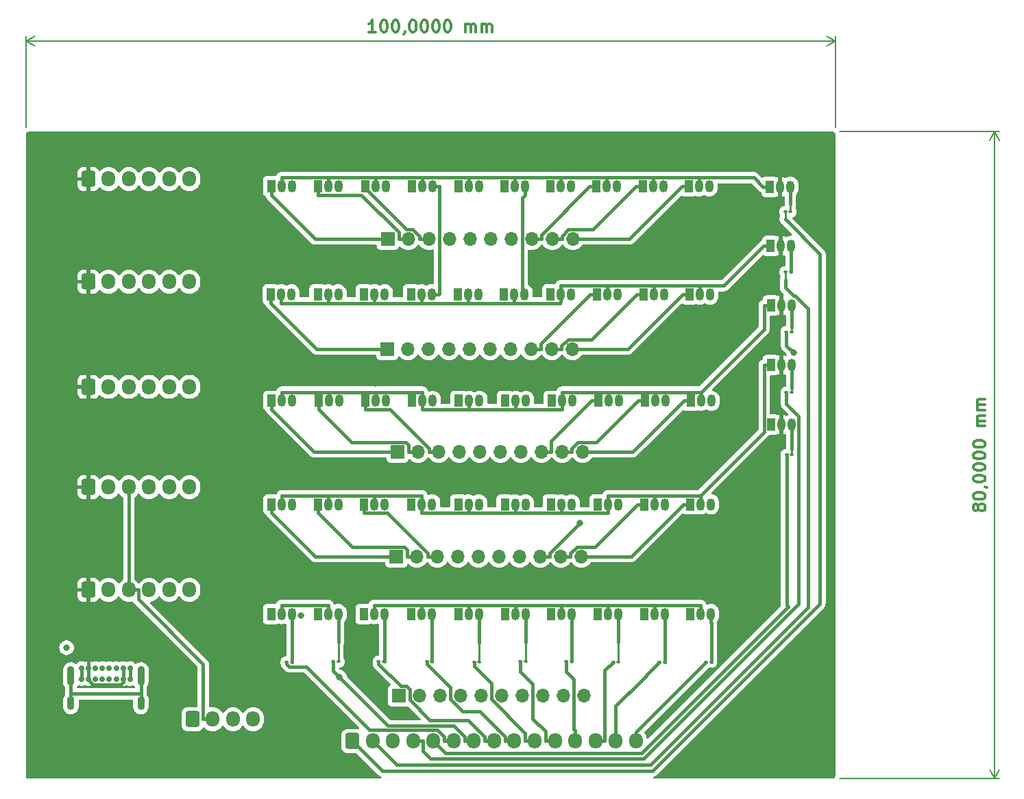
<source format=gbr>
%TF.GenerationSoftware,KiCad,Pcbnew,7.0.8*%
%TF.CreationDate,2023-11-07T23:02:08+01:00*%
%TF.ProjectId,Schaltplan,53636861-6c74-4706-9c61-6e2e6b696361,rev?*%
%TF.SameCoordinates,Original*%
%TF.FileFunction,Copper,L1,Top*%
%TF.FilePolarity,Positive*%
%FSLAX46Y46*%
G04 Gerber Fmt 4.6, Leading zero omitted, Abs format (unit mm)*
G04 Created by KiCad (PCBNEW 7.0.8) date 2023-11-07 23:02:08*
%MOMM*%
%LPD*%
G01*
G04 APERTURE LIST*
G04 Aperture macros list*
%AMRoundRect*
0 Rectangle with rounded corners*
0 $1 Rounding radius*
0 $2 $3 $4 $5 $6 $7 $8 $9 X,Y pos of 4 corners*
0 Add a 4 corners polygon primitive as box body*
4,1,4,$2,$3,$4,$5,$6,$7,$8,$9,$2,$3,0*
0 Add four circle primitives for the rounded corners*
1,1,$1+$1,$2,$3*
1,1,$1+$1,$4,$5*
1,1,$1+$1,$6,$7*
1,1,$1+$1,$8,$9*
0 Add four rect primitives between the rounded corners*
20,1,$1+$1,$2,$3,$4,$5,0*
20,1,$1+$1,$4,$5,$6,$7,0*
20,1,$1+$1,$6,$7,$8,$9,0*
20,1,$1+$1,$8,$9,$2,$3,0*%
G04 Aperture macros list end*
%ADD10C,0.300000*%
%TA.AperFunction,NonConductor*%
%ADD11C,0.300000*%
%TD*%
%TA.AperFunction,NonConductor*%
%ADD12C,0.200000*%
%TD*%
%TA.AperFunction,ComponentPad*%
%ADD13R,1.700000X1.700000*%
%TD*%
%TA.AperFunction,ComponentPad*%
%ADD14O,1.700000X1.700000*%
%TD*%
%TA.AperFunction,ComponentPad*%
%ADD15R,1.050000X1.500000*%
%TD*%
%TA.AperFunction,ComponentPad*%
%ADD16O,1.050000X1.500000*%
%TD*%
%TA.AperFunction,ComponentPad*%
%ADD17RoundRect,0.250000X-0.600000X-0.725000X0.600000X-0.725000X0.600000X0.725000X-0.600000X0.725000X0*%
%TD*%
%TA.AperFunction,ComponentPad*%
%ADD18O,1.700000X1.950000*%
%TD*%
%TA.AperFunction,SMDPad,CuDef*%
%ADD19RoundRect,0.100000X-0.130000X-0.100000X0.130000X-0.100000X0.130000X0.100000X-0.130000X0.100000X0*%
%TD*%
%TA.AperFunction,ComponentPad*%
%ADD20C,0.700000*%
%TD*%
%TA.AperFunction,ComponentPad*%
%ADD21O,0.900000X2.400000*%
%TD*%
%TA.AperFunction,ComponentPad*%
%ADD22O,0.900000X1.700000*%
%TD*%
%TA.AperFunction,ViaPad*%
%ADD23C,0.800000*%
%TD*%
%TA.AperFunction,Conductor*%
%ADD24C,0.400000*%
%TD*%
%TA.AperFunction,Conductor*%
%ADD25C,0.250000*%
%TD*%
G04 APERTURE END LIST*
D10*
D11*
X143214287Y-37740329D02*
X142357144Y-37740329D01*
X142785715Y-37740329D02*
X142785715Y-36240329D01*
X142785715Y-36240329D02*
X142642858Y-36454615D01*
X142642858Y-36454615D02*
X142500001Y-36597472D01*
X142500001Y-36597472D02*
X142357144Y-36668901D01*
X144142858Y-36240329D02*
X144285715Y-36240329D01*
X144285715Y-36240329D02*
X144428572Y-36311758D01*
X144428572Y-36311758D02*
X144500001Y-36383186D01*
X144500001Y-36383186D02*
X144571429Y-36526043D01*
X144571429Y-36526043D02*
X144642858Y-36811758D01*
X144642858Y-36811758D02*
X144642858Y-37168901D01*
X144642858Y-37168901D02*
X144571429Y-37454615D01*
X144571429Y-37454615D02*
X144500001Y-37597472D01*
X144500001Y-37597472D02*
X144428572Y-37668901D01*
X144428572Y-37668901D02*
X144285715Y-37740329D01*
X144285715Y-37740329D02*
X144142858Y-37740329D01*
X144142858Y-37740329D02*
X144000001Y-37668901D01*
X144000001Y-37668901D02*
X143928572Y-37597472D01*
X143928572Y-37597472D02*
X143857143Y-37454615D01*
X143857143Y-37454615D02*
X143785715Y-37168901D01*
X143785715Y-37168901D02*
X143785715Y-36811758D01*
X143785715Y-36811758D02*
X143857143Y-36526043D01*
X143857143Y-36526043D02*
X143928572Y-36383186D01*
X143928572Y-36383186D02*
X144000001Y-36311758D01*
X144000001Y-36311758D02*
X144142858Y-36240329D01*
X145571429Y-36240329D02*
X145714286Y-36240329D01*
X145714286Y-36240329D02*
X145857143Y-36311758D01*
X145857143Y-36311758D02*
X145928572Y-36383186D01*
X145928572Y-36383186D02*
X146000000Y-36526043D01*
X146000000Y-36526043D02*
X146071429Y-36811758D01*
X146071429Y-36811758D02*
X146071429Y-37168901D01*
X146071429Y-37168901D02*
X146000000Y-37454615D01*
X146000000Y-37454615D02*
X145928572Y-37597472D01*
X145928572Y-37597472D02*
X145857143Y-37668901D01*
X145857143Y-37668901D02*
X145714286Y-37740329D01*
X145714286Y-37740329D02*
X145571429Y-37740329D01*
X145571429Y-37740329D02*
X145428572Y-37668901D01*
X145428572Y-37668901D02*
X145357143Y-37597472D01*
X145357143Y-37597472D02*
X145285714Y-37454615D01*
X145285714Y-37454615D02*
X145214286Y-37168901D01*
X145214286Y-37168901D02*
X145214286Y-36811758D01*
X145214286Y-36811758D02*
X145285714Y-36526043D01*
X145285714Y-36526043D02*
X145357143Y-36383186D01*
X145357143Y-36383186D02*
X145428572Y-36311758D01*
X145428572Y-36311758D02*
X145571429Y-36240329D01*
X146785714Y-37668901D02*
X146785714Y-37740329D01*
X146785714Y-37740329D02*
X146714285Y-37883186D01*
X146714285Y-37883186D02*
X146642857Y-37954615D01*
X147714286Y-36240329D02*
X147857143Y-36240329D01*
X147857143Y-36240329D02*
X148000000Y-36311758D01*
X148000000Y-36311758D02*
X148071429Y-36383186D01*
X148071429Y-36383186D02*
X148142857Y-36526043D01*
X148142857Y-36526043D02*
X148214286Y-36811758D01*
X148214286Y-36811758D02*
X148214286Y-37168901D01*
X148214286Y-37168901D02*
X148142857Y-37454615D01*
X148142857Y-37454615D02*
X148071429Y-37597472D01*
X148071429Y-37597472D02*
X148000000Y-37668901D01*
X148000000Y-37668901D02*
X147857143Y-37740329D01*
X147857143Y-37740329D02*
X147714286Y-37740329D01*
X147714286Y-37740329D02*
X147571429Y-37668901D01*
X147571429Y-37668901D02*
X147500000Y-37597472D01*
X147500000Y-37597472D02*
X147428571Y-37454615D01*
X147428571Y-37454615D02*
X147357143Y-37168901D01*
X147357143Y-37168901D02*
X147357143Y-36811758D01*
X147357143Y-36811758D02*
X147428571Y-36526043D01*
X147428571Y-36526043D02*
X147500000Y-36383186D01*
X147500000Y-36383186D02*
X147571429Y-36311758D01*
X147571429Y-36311758D02*
X147714286Y-36240329D01*
X149142857Y-36240329D02*
X149285714Y-36240329D01*
X149285714Y-36240329D02*
X149428571Y-36311758D01*
X149428571Y-36311758D02*
X149500000Y-36383186D01*
X149500000Y-36383186D02*
X149571428Y-36526043D01*
X149571428Y-36526043D02*
X149642857Y-36811758D01*
X149642857Y-36811758D02*
X149642857Y-37168901D01*
X149642857Y-37168901D02*
X149571428Y-37454615D01*
X149571428Y-37454615D02*
X149500000Y-37597472D01*
X149500000Y-37597472D02*
X149428571Y-37668901D01*
X149428571Y-37668901D02*
X149285714Y-37740329D01*
X149285714Y-37740329D02*
X149142857Y-37740329D01*
X149142857Y-37740329D02*
X149000000Y-37668901D01*
X149000000Y-37668901D02*
X148928571Y-37597472D01*
X148928571Y-37597472D02*
X148857142Y-37454615D01*
X148857142Y-37454615D02*
X148785714Y-37168901D01*
X148785714Y-37168901D02*
X148785714Y-36811758D01*
X148785714Y-36811758D02*
X148857142Y-36526043D01*
X148857142Y-36526043D02*
X148928571Y-36383186D01*
X148928571Y-36383186D02*
X149000000Y-36311758D01*
X149000000Y-36311758D02*
X149142857Y-36240329D01*
X150571428Y-36240329D02*
X150714285Y-36240329D01*
X150714285Y-36240329D02*
X150857142Y-36311758D01*
X150857142Y-36311758D02*
X150928571Y-36383186D01*
X150928571Y-36383186D02*
X150999999Y-36526043D01*
X150999999Y-36526043D02*
X151071428Y-36811758D01*
X151071428Y-36811758D02*
X151071428Y-37168901D01*
X151071428Y-37168901D02*
X150999999Y-37454615D01*
X150999999Y-37454615D02*
X150928571Y-37597472D01*
X150928571Y-37597472D02*
X150857142Y-37668901D01*
X150857142Y-37668901D02*
X150714285Y-37740329D01*
X150714285Y-37740329D02*
X150571428Y-37740329D01*
X150571428Y-37740329D02*
X150428571Y-37668901D01*
X150428571Y-37668901D02*
X150357142Y-37597472D01*
X150357142Y-37597472D02*
X150285713Y-37454615D01*
X150285713Y-37454615D02*
X150214285Y-37168901D01*
X150214285Y-37168901D02*
X150214285Y-36811758D01*
X150214285Y-36811758D02*
X150285713Y-36526043D01*
X150285713Y-36526043D02*
X150357142Y-36383186D01*
X150357142Y-36383186D02*
X150428571Y-36311758D01*
X150428571Y-36311758D02*
X150571428Y-36240329D01*
X151999999Y-36240329D02*
X152142856Y-36240329D01*
X152142856Y-36240329D02*
X152285713Y-36311758D01*
X152285713Y-36311758D02*
X152357142Y-36383186D01*
X152357142Y-36383186D02*
X152428570Y-36526043D01*
X152428570Y-36526043D02*
X152499999Y-36811758D01*
X152499999Y-36811758D02*
X152499999Y-37168901D01*
X152499999Y-37168901D02*
X152428570Y-37454615D01*
X152428570Y-37454615D02*
X152357142Y-37597472D01*
X152357142Y-37597472D02*
X152285713Y-37668901D01*
X152285713Y-37668901D02*
X152142856Y-37740329D01*
X152142856Y-37740329D02*
X151999999Y-37740329D01*
X151999999Y-37740329D02*
X151857142Y-37668901D01*
X151857142Y-37668901D02*
X151785713Y-37597472D01*
X151785713Y-37597472D02*
X151714284Y-37454615D01*
X151714284Y-37454615D02*
X151642856Y-37168901D01*
X151642856Y-37168901D02*
X151642856Y-36811758D01*
X151642856Y-36811758D02*
X151714284Y-36526043D01*
X151714284Y-36526043D02*
X151785713Y-36383186D01*
X151785713Y-36383186D02*
X151857142Y-36311758D01*
X151857142Y-36311758D02*
X151999999Y-36240329D01*
X154285712Y-37740329D02*
X154285712Y-36740329D01*
X154285712Y-36883186D02*
X154357141Y-36811758D01*
X154357141Y-36811758D02*
X154499998Y-36740329D01*
X154499998Y-36740329D02*
X154714284Y-36740329D01*
X154714284Y-36740329D02*
X154857141Y-36811758D01*
X154857141Y-36811758D02*
X154928570Y-36954615D01*
X154928570Y-36954615D02*
X154928570Y-37740329D01*
X154928570Y-36954615D02*
X154999998Y-36811758D01*
X154999998Y-36811758D02*
X155142855Y-36740329D01*
X155142855Y-36740329D02*
X155357141Y-36740329D01*
X155357141Y-36740329D02*
X155499998Y-36811758D01*
X155499998Y-36811758D02*
X155571427Y-36954615D01*
X155571427Y-36954615D02*
X155571427Y-37740329D01*
X156285712Y-37740329D02*
X156285712Y-36740329D01*
X156285712Y-36883186D02*
X156357141Y-36811758D01*
X156357141Y-36811758D02*
X156499998Y-36740329D01*
X156499998Y-36740329D02*
X156714284Y-36740329D01*
X156714284Y-36740329D02*
X156857141Y-36811758D01*
X156857141Y-36811758D02*
X156928570Y-36954615D01*
X156928570Y-36954615D02*
X156928570Y-37740329D01*
X156928570Y-36954615D02*
X156999998Y-36811758D01*
X156999998Y-36811758D02*
X157142855Y-36740329D01*
X157142855Y-36740329D02*
X157357141Y-36740329D01*
X157357141Y-36740329D02*
X157499998Y-36811758D01*
X157499998Y-36811758D02*
X157571427Y-36954615D01*
X157571427Y-36954615D02*
X157571427Y-37740329D01*
D12*
X200000000Y-49500000D02*
X200000000Y-38275581D01*
X100000000Y-49500000D02*
X100000000Y-38275581D01*
X200000000Y-38862001D02*
X100000000Y-38862001D01*
X200000000Y-38862001D02*
X100000000Y-38862001D01*
X200000000Y-38862001D02*
X198873496Y-39448422D01*
X200000000Y-38862001D02*
X198873496Y-38275580D01*
X100000000Y-38862001D02*
X101126504Y-38275580D01*
X100000000Y-38862001D02*
X101126504Y-39448422D01*
D10*
D11*
X217629585Y-96642855D02*
X217558157Y-96785712D01*
X217558157Y-96785712D02*
X217486728Y-96857141D01*
X217486728Y-96857141D02*
X217343871Y-96928569D01*
X217343871Y-96928569D02*
X217272442Y-96928569D01*
X217272442Y-96928569D02*
X217129585Y-96857141D01*
X217129585Y-96857141D02*
X217058157Y-96785712D01*
X217058157Y-96785712D02*
X216986728Y-96642855D01*
X216986728Y-96642855D02*
X216986728Y-96357141D01*
X216986728Y-96357141D02*
X217058157Y-96214284D01*
X217058157Y-96214284D02*
X217129585Y-96142855D01*
X217129585Y-96142855D02*
X217272442Y-96071426D01*
X217272442Y-96071426D02*
X217343871Y-96071426D01*
X217343871Y-96071426D02*
X217486728Y-96142855D01*
X217486728Y-96142855D02*
X217558157Y-96214284D01*
X217558157Y-96214284D02*
X217629585Y-96357141D01*
X217629585Y-96357141D02*
X217629585Y-96642855D01*
X217629585Y-96642855D02*
X217701014Y-96785712D01*
X217701014Y-96785712D02*
X217772442Y-96857141D01*
X217772442Y-96857141D02*
X217915300Y-96928569D01*
X217915300Y-96928569D02*
X218201014Y-96928569D01*
X218201014Y-96928569D02*
X218343871Y-96857141D01*
X218343871Y-96857141D02*
X218415300Y-96785712D01*
X218415300Y-96785712D02*
X218486728Y-96642855D01*
X218486728Y-96642855D02*
X218486728Y-96357141D01*
X218486728Y-96357141D02*
X218415300Y-96214284D01*
X218415300Y-96214284D02*
X218343871Y-96142855D01*
X218343871Y-96142855D02*
X218201014Y-96071426D01*
X218201014Y-96071426D02*
X217915300Y-96071426D01*
X217915300Y-96071426D02*
X217772442Y-96142855D01*
X217772442Y-96142855D02*
X217701014Y-96214284D01*
X217701014Y-96214284D02*
X217629585Y-96357141D01*
X216986728Y-95142855D02*
X216986728Y-94999998D01*
X216986728Y-94999998D02*
X217058157Y-94857141D01*
X217058157Y-94857141D02*
X217129585Y-94785713D01*
X217129585Y-94785713D02*
X217272442Y-94714284D01*
X217272442Y-94714284D02*
X217558157Y-94642855D01*
X217558157Y-94642855D02*
X217915300Y-94642855D01*
X217915300Y-94642855D02*
X218201014Y-94714284D01*
X218201014Y-94714284D02*
X218343871Y-94785713D01*
X218343871Y-94785713D02*
X218415300Y-94857141D01*
X218415300Y-94857141D02*
X218486728Y-94999998D01*
X218486728Y-94999998D02*
X218486728Y-95142855D01*
X218486728Y-95142855D02*
X218415300Y-95285713D01*
X218415300Y-95285713D02*
X218343871Y-95357141D01*
X218343871Y-95357141D02*
X218201014Y-95428570D01*
X218201014Y-95428570D02*
X217915300Y-95499998D01*
X217915300Y-95499998D02*
X217558157Y-95499998D01*
X217558157Y-95499998D02*
X217272442Y-95428570D01*
X217272442Y-95428570D02*
X217129585Y-95357141D01*
X217129585Y-95357141D02*
X217058157Y-95285713D01*
X217058157Y-95285713D02*
X216986728Y-95142855D01*
X218415300Y-93928570D02*
X218486728Y-93928570D01*
X218486728Y-93928570D02*
X218629585Y-93999999D01*
X218629585Y-93999999D02*
X218701014Y-94071427D01*
X216986728Y-92999998D02*
X216986728Y-92857141D01*
X216986728Y-92857141D02*
X217058157Y-92714284D01*
X217058157Y-92714284D02*
X217129585Y-92642856D01*
X217129585Y-92642856D02*
X217272442Y-92571427D01*
X217272442Y-92571427D02*
X217558157Y-92499998D01*
X217558157Y-92499998D02*
X217915300Y-92499998D01*
X217915300Y-92499998D02*
X218201014Y-92571427D01*
X218201014Y-92571427D02*
X218343871Y-92642856D01*
X218343871Y-92642856D02*
X218415300Y-92714284D01*
X218415300Y-92714284D02*
X218486728Y-92857141D01*
X218486728Y-92857141D02*
X218486728Y-92999998D01*
X218486728Y-92999998D02*
X218415300Y-93142856D01*
X218415300Y-93142856D02*
X218343871Y-93214284D01*
X218343871Y-93214284D02*
X218201014Y-93285713D01*
X218201014Y-93285713D02*
X217915300Y-93357141D01*
X217915300Y-93357141D02*
X217558157Y-93357141D01*
X217558157Y-93357141D02*
X217272442Y-93285713D01*
X217272442Y-93285713D02*
X217129585Y-93214284D01*
X217129585Y-93214284D02*
X217058157Y-93142856D01*
X217058157Y-93142856D02*
X216986728Y-92999998D01*
X216986728Y-91571427D02*
X216986728Y-91428570D01*
X216986728Y-91428570D02*
X217058157Y-91285713D01*
X217058157Y-91285713D02*
X217129585Y-91214285D01*
X217129585Y-91214285D02*
X217272442Y-91142856D01*
X217272442Y-91142856D02*
X217558157Y-91071427D01*
X217558157Y-91071427D02*
X217915300Y-91071427D01*
X217915300Y-91071427D02*
X218201014Y-91142856D01*
X218201014Y-91142856D02*
X218343871Y-91214285D01*
X218343871Y-91214285D02*
X218415300Y-91285713D01*
X218415300Y-91285713D02*
X218486728Y-91428570D01*
X218486728Y-91428570D02*
X218486728Y-91571427D01*
X218486728Y-91571427D02*
X218415300Y-91714285D01*
X218415300Y-91714285D02*
X218343871Y-91785713D01*
X218343871Y-91785713D02*
X218201014Y-91857142D01*
X218201014Y-91857142D02*
X217915300Y-91928570D01*
X217915300Y-91928570D02*
X217558157Y-91928570D01*
X217558157Y-91928570D02*
X217272442Y-91857142D01*
X217272442Y-91857142D02*
X217129585Y-91785713D01*
X217129585Y-91785713D02*
X217058157Y-91714285D01*
X217058157Y-91714285D02*
X216986728Y-91571427D01*
X216986728Y-90142856D02*
X216986728Y-89999999D01*
X216986728Y-89999999D02*
X217058157Y-89857142D01*
X217058157Y-89857142D02*
X217129585Y-89785714D01*
X217129585Y-89785714D02*
X217272442Y-89714285D01*
X217272442Y-89714285D02*
X217558157Y-89642856D01*
X217558157Y-89642856D02*
X217915300Y-89642856D01*
X217915300Y-89642856D02*
X218201014Y-89714285D01*
X218201014Y-89714285D02*
X218343871Y-89785714D01*
X218343871Y-89785714D02*
X218415300Y-89857142D01*
X218415300Y-89857142D02*
X218486728Y-89999999D01*
X218486728Y-89999999D02*
X218486728Y-90142856D01*
X218486728Y-90142856D02*
X218415300Y-90285714D01*
X218415300Y-90285714D02*
X218343871Y-90357142D01*
X218343871Y-90357142D02*
X218201014Y-90428571D01*
X218201014Y-90428571D02*
X217915300Y-90499999D01*
X217915300Y-90499999D02*
X217558157Y-90499999D01*
X217558157Y-90499999D02*
X217272442Y-90428571D01*
X217272442Y-90428571D02*
X217129585Y-90357142D01*
X217129585Y-90357142D02*
X217058157Y-90285714D01*
X217058157Y-90285714D02*
X216986728Y-90142856D01*
X216986728Y-88714285D02*
X216986728Y-88571428D01*
X216986728Y-88571428D02*
X217058157Y-88428571D01*
X217058157Y-88428571D02*
X217129585Y-88357143D01*
X217129585Y-88357143D02*
X217272442Y-88285714D01*
X217272442Y-88285714D02*
X217558157Y-88214285D01*
X217558157Y-88214285D02*
X217915300Y-88214285D01*
X217915300Y-88214285D02*
X218201014Y-88285714D01*
X218201014Y-88285714D02*
X218343871Y-88357143D01*
X218343871Y-88357143D02*
X218415300Y-88428571D01*
X218415300Y-88428571D02*
X218486728Y-88571428D01*
X218486728Y-88571428D02*
X218486728Y-88714285D01*
X218486728Y-88714285D02*
X218415300Y-88857143D01*
X218415300Y-88857143D02*
X218343871Y-88928571D01*
X218343871Y-88928571D02*
X218201014Y-89000000D01*
X218201014Y-89000000D02*
X217915300Y-89071428D01*
X217915300Y-89071428D02*
X217558157Y-89071428D01*
X217558157Y-89071428D02*
X217272442Y-89000000D01*
X217272442Y-89000000D02*
X217129585Y-88928571D01*
X217129585Y-88928571D02*
X217058157Y-88857143D01*
X217058157Y-88857143D02*
X216986728Y-88714285D01*
X218486728Y-86428572D02*
X217486728Y-86428572D01*
X217629585Y-86428572D02*
X217558157Y-86357143D01*
X217558157Y-86357143D02*
X217486728Y-86214286D01*
X217486728Y-86214286D02*
X217486728Y-86000000D01*
X217486728Y-86000000D02*
X217558157Y-85857143D01*
X217558157Y-85857143D02*
X217701014Y-85785715D01*
X217701014Y-85785715D02*
X218486728Y-85785715D01*
X217701014Y-85785715D02*
X217558157Y-85714286D01*
X217558157Y-85714286D02*
X217486728Y-85571429D01*
X217486728Y-85571429D02*
X217486728Y-85357143D01*
X217486728Y-85357143D02*
X217558157Y-85214286D01*
X217558157Y-85214286D02*
X217701014Y-85142857D01*
X217701014Y-85142857D02*
X218486728Y-85142857D01*
X218486728Y-84428572D02*
X217486728Y-84428572D01*
X217629585Y-84428572D02*
X217558157Y-84357143D01*
X217558157Y-84357143D02*
X217486728Y-84214286D01*
X217486728Y-84214286D02*
X217486728Y-84000000D01*
X217486728Y-84000000D02*
X217558157Y-83857143D01*
X217558157Y-83857143D02*
X217701014Y-83785715D01*
X217701014Y-83785715D02*
X218486728Y-83785715D01*
X217701014Y-83785715D02*
X217558157Y-83714286D01*
X217558157Y-83714286D02*
X217486728Y-83571429D01*
X217486728Y-83571429D02*
X217486728Y-83357143D01*
X217486728Y-83357143D02*
X217558157Y-83214286D01*
X217558157Y-83214286D02*
X217701014Y-83142857D01*
X217701014Y-83142857D02*
X218486728Y-83142857D01*
D12*
X200500000Y-50000000D02*
X220194820Y-50000000D01*
X200500000Y-130000000D02*
X220194820Y-130000000D01*
X219608400Y-50000000D02*
X219608400Y-130000000D01*
X219608400Y-50000000D02*
X219608400Y-130000000D01*
X219608400Y-50000000D02*
X220194821Y-51126504D01*
X219608400Y-50000000D02*
X219021979Y-51126504D01*
X219608400Y-130000000D02*
X219021979Y-128873496D01*
X219608400Y-130000000D02*
X220194821Y-128873496D01*
D13*
%TO.P,J58,1,Pin_1*%
%TO.N,RST11*%
X144627600Y-76911200D03*
D14*
%TO.P,J58,2,Pin_2*%
%TO.N,RST12*%
X147167600Y-76911200D03*
%TO.P,J58,3,Pin_3*%
%TO.N,RST13*%
X149707600Y-76911200D03*
%TO.P,J58,4,Pin_4*%
%TO.N,RST14*%
X152247600Y-76911200D03*
%TO.P,J58,5,Pin_5*%
%TO.N,RST15*%
X154787600Y-76911200D03*
%TO.P,J58,6,Pin_6*%
%TO.N,RST16*%
X157327600Y-76911200D03*
%TO.P,J58,7,Pin_7*%
%TO.N,RST17*%
X159867600Y-76911200D03*
%TO.P,J58,8,Pin_8*%
%TO.N,RST18*%
X162407600Y-76911200D03*
%TO.P,J58,9,Pin_9*%
%TO.N,RST19*%
X164947600Y-76911200D03*
%TO.P,J58,10,Pin_10*%
%TO.N,RST20*%
X167487600Y-76911200D03*
%TD*%
D15*
%TO.P,Q13,1,E*%
%TO.N,RST32*%
X136088200Y-96113600D03*
D16*
%TO.P,Q13,2,C*%
%TO.N,Net-(Q11-E)*%
X137358200Y-96113600D03*
%TO.P,Q13,3,B*%
%TO.N,Net-(Q10-B)*%
X138628200Y-96113600D03*
%TD*%
D15*
%TO.P,Q32,1,E*%
%TO.N,RST16*%
X159049800Y-70154800D03*
D16*
%TO.P,Q32,2,C*%
%TO.N,Net-(Q17-C)*%
X160319800Y-70154800D03*
%TO.P,Q32,3,B*%
%TO.N,Net-(Q31-B)*%
X161589800Y-70154800D03*
%TD*%
D15*
%TO.P,Q14,1,E*%
%TO.N,Net-(Q14-E)*%
X192024000Y-86258400D03*
D16*
%TO.P,Q14,2,C*%
%TO.N,3\u002C3V*%
X193294000Y-86258400D03*
%TO.P,Q14,3,B*%
%TO.N,Net-(Q14-B)*%
X194564000Y-86258400D03*
%TD*%
D15*
%TO.P,Q35,1,E*%
%TO.N,RST46*%
X159156400Y-109677200D03*
D16*
%TO.P,Q35,2,C*%
%TO.N,Net-(Q14-E)*%
X160426400Y-109677200D03*
%TO.P,Q35,3,B*%
%TO.N,Net-(Q31-B)*%
X161696400Y-109677200D03*
%TD*%
D15*
%TO.P,Q16,1,E*%
%TO.N,RST42*%
X136042400Y-109677200D03*
D16*
%TO.P,Q16,2,C*%
%TO.N,Net-(Q14-E)*%
X137312400Y-109677200D03*
%TO.P,Q16,3,B*%
%TO.N,Net-(Q10-B)*%
X138582400Y-109677200D03*
%TD*%
D15*
%TO.P,Q24,1,E*%
%TO.N,RST34*%
X147619800Y-96113600D03*
D16*
%TO.P,Q24,2,C*%
%TO.N,Net-(Q11-E)*%
X148889800Y-96113600D03*
%TO.P,Q24,3,B*%
%TO.N,Net-(Q21-B)*%
X150159800Y-96113600D03*
%TD*%
D15*
%TO.P,Q40,1,E*%
%TO.N,RST47*%
X164846000Y-109677200D03*
D16*
%TO.P,Q40,2,C*%
%TO.N,Net-(Q14-E)*%
X166116000Y-109677200D03*
%TO.P,Q40,3,B*%
%TO.N,Net-(Q36-B)*%
X167386000Y-109677200D03*
%TD*%
D15*
%TO.P,Q10,1,E*%
%TO.N,RST22*%
X136139000Y-83312000D03*
D16*
%TO.P,Q10,2,C*%
%TO.N,Net-(Q10-C)*%
X137409000Y-83312000D03*
%TO.P,Q10,3,B*%
%TO.N,Net-(Q10-B)*%
X138679000Y-83312000D03*
%TD*%
D15*
%TO.P,Q11,1,E*%
%TO.N,Net-(Q11-E)*%
X192024000Y-78892400D03*
D16*
%TO.P,Q11,2,C*%
%TO.N,3\u002C3V*%
X193294000Y-78892400D03*
%TO.P,Q11,3,B*%
%TO.N,Net-(Q11-B)*%
X194564000Y-78892400D03*
%TD*%
D15*
%TO.P,Q1,1,E*%
%TO.N,Net-(Q1-E)*%
X191871600Y-56845200D03*
D16*
%TO.P,Q1,2,C*%
%TO.N,3\u002C3V*%
X193141600Y-56845200D03*
%TO.P,Q1,3,B*%
%TO.N,Net-(Q1-B)*%
X194411600Y-56845200D03*
%TD*%
D15*
%TO.P,Q44,1,E*%
%TO.N,RST38*%
X170632200Y-96113600D03*
D16*
%TO.P,Q44,2,C*%
%TO.N,Net-(Q11-E)*%
X171902200Y-96113600D03*
%TO.P,Q44,3,B*%
%TO.N,Net-(Q41-B)*%
X173172200Y-96113600D03*
%TD*%
D15*
%TO.P,Q29,1,E*%
%TO.N,RST35*%
X153411000Y-96113600D03*
D16*
%TO.P,Q29,2,C*%
%TO.N,Net-(Q11-E)*%
X154681000Y-96113600D03*
%TO.P,Q29,3,B*%
%TO.N,Net-(Q26-B)*%
X155951000Y-96113600D03*
%TD*%
D17*
%TO.P,J52,1,Pin_1*%
%TO.N,3\u002C3V*%
X107694400Y-68584800D03*
D18*
%TO.P,J52,2,Pin_2*%
%TO.N,GND*%
X110194400Y-68584800D03*
%TO.P,J52,3,Pin_3*%
%TO.N,MISO*%
X112694400Y-68584800D03*
%TO.P,J52,4,Pin_4*%
%TO.N,MOSI*%
X115194400Y-68584800D03*
%TO.P,J52,5,Pin_5*%
%TO.N,SCK*%
X117694400Y-68584800D03*
%TO.P,J52,6,Pin_6*%
%TO.N,SDA*%
X120194400Y-68584800D03*
%TD*%
D19*
%TO.P,R3,1*%
%TO.N,GPIO05*%
X132177000Y-115620800D03*
%TO.P,R3,2*%
%TO.N,Net-(Q12-B)*%
X132817000Y-115620800D03*
%TD*%
D15*
%TO.P,Q15,1,E*%
%TO.N,RST41*%
X130302000Y-109677200D03*
D16*
%TO.P,Q15,2,C*%
%TO.N,Net-(Q14-E)*%
X131572000Y-109677200D03*
%TO.P,Q15,3,B*%
%TO.N,Net-(Q12-B)*%
X132842000Y-109677200D03*
%TD*%
D15*
%TO.P,Q17,1,E*%
%TO.N,RST13*%
X141777800Y-70154800D03*
D16*
%TO.P,Q17,2,C*%
%TO.N,Net-(Q17-C)*%
X143047800Y-70154800D03*
%TO.P,Q17,3,B*%
%TO.N,Net-(Q17-B)*%
X144317800Y-70154800D03*
%TD*%
D15*
%TO.P,Q52,1,E*%
%TO.N,RST20*%
X181960600Y-70154800D03*
D16*
%TO.P,Q52,2,C*%
%TO.N,Net-(Q17-C)*%
X183230600Y-70154800D03*
%TO.P,Q52,3,B*%
%TO.N,Net-(Q51-B)*%
X184500600Y-70154800D03*
%TD*%
D15*
%TO.P,Q55,1,E*%
%TO.N,RST50*%
X182067200Y-109677200D03*
D16*
%TO.P,Q55,2,C*%
%TO.N,Net-(Q14-E)*%
X183337200Y-109677200D03*
%TO.P,Q55,3,B*%
%TO.N,Net-(Q51-B)*%
X184607200Y-109677200D03*
%TD*%
D19*
%TO.P,R11,1*%
%TO.N,GPIO10*%
X161071600Y-115570000D03*
%TO.P,R11,2*%
%TO.N,Net-(Q31-B)*%
X161711600Y-115570000D03*
%TD*%
D15*
%TO.P,Q37,1,E*%
%TO.N,RST17*%
X164790200Y-70154800D03*
D16*
%TO.P,Q37,2,C*%
%TO.N,Net-(Q17-C)*%
X166060200Y-70154800D03*
%TO.P,Q37,3,B*%
%TO.N,Net-(Q36-B)*%
X167330200Y-70154800D03*
%TD*%
D17*
%TO.P,J3,1,Pin_1*%
%TO.N,GPIO00*%
X140328000Y-125374400D03*
D18*
%TO.P,J3,2,Pin_2*%
%TO.N,GPIO01*%
X142828000Y-125374400D03*
%TO.P,J3,3,Pin_3*%
%TO.N,GPIO02*%
X145328000Y-125374400D03*
%TO.P,J3,4,Pin_4*%
%TO.N,GPIO03*%
X147828000Y-125374400D03*
%TO.P,J3,5,Pin_5*%
%TO.N,GPIO04*%
X150328000Y-125374400D03*
%TO.P,J3,6,Pin_6*%
%TO.N,GPIO05*%
X152828000Y-125374400D03*
%TO.P,J3,7,Pin_7*%
%TO.N,GPIO06*%
X155328000Y-125374400D03*
%TO.P,J3,8,Pin_8*%
%TO.N,GPIO07*%
X157828000Y-125374400D03*
%TO.P,J3,9,Pin_9*%
%TO.N,GPIO08*%
X160328000Y-125374400D03*
%TO.P,J3,10,Pin_10*%
%TO.N,GPIO09*%
X162828000Y-125374400D03*
%TO.P,J3,11,Pin_11*%
%TO.N,GPIO10*%
X165328000Y-125374400D03*
%TO.P,J3,12,Pin_12*%
%TO.N,GPIO11*%
X167828000Y-125374400D03*
%TO.P,J3,13,Pin_13*%
%TO.N,GPIO12*%
X170328000Y-125374400D03*
%TO.P,J3,14,Pin_14*%
%TO.N,GPIO13*%
X172828000Y-125374400D03*
%TO.P,J3,15,Pin_15*%
%TO.N,GPIO14*%
X175328000Y-125374400D03*
%TD*%
D15*
%TO.P,Q33,1,E*%
%TO.N,RST26*%
X159202200Y-83312000D03*
D16*
%TO.P,Q33,2,C*%
%TO.N,Net-(Q10-C)*%
X160472200Y-83312000D03*
%TO.P,Q33,3,B*%
%TO.N,Net-(Q31-B)*%
X161742200Y-83312000D03*
%TD*%
D19*
%TO.P,R4,1*%
%TO.N,GPIO06*%
X137968200Y-115570000D03*
%TO.P,R4,2*%
%TO.N,Net-(Q10-B)*%
X138608200Y-115570000D03*
%TD*%
%TO.P,R14,1*%
%TO.N,GPIO13*%
X178252600Y-115620800D03*
%TO.P,R14,2*%
%TO.N,Net-(Q46-B)*%
X178892600Y-115620800D03*
%TD*%
D15*
%TO.P,Q51,1,E*%
%TO.N,RST10*%
X181864000Y-56794400D03*
D16*
%TO.P,Q51,2,C*%
%TO.N,Net-(Q1-E)*%
X183134000Y-56794400D03*
%TO.P,Q51,3,B*%
%TO.N,Net-(Q51-B)*%
X184404000Y-56794400D03*
%TD*%
D15*
%TO.P,Q47,1,E*%
%TO.N,RST19*%
X176271000Y-70154800D03*
D16*
%TO.P,Q47,2,C*%
%TO.N,Net-(Q17-C)*%
X177541000Y-70154800D03*
%TO.P,Q47,3,B*%
%TO.N,Net-(Q46-B)*%
X178811000Y-70154800D03*
%TD*%
D15*
%TO.P,Q18,1,E*%
%TO.N,RST23*%
X141879400Y-83312000D03*
D16*
%TO.P,Q18,2,C*%
%TO.N,Net-(Q10-C)*%
X143149400Y-83312000D03*
%TO.P,Q18,3,B*%
%TO.N,Net-(Q17-B)*%
X144419400Y-83312000D03*
%TD*%
D19*
%TO.P,R1,1*%
%TO.N,GPIO00*%
X193786800Y-59944000D03*
%TO.P,R1,2*%
%TO.N,Net-(Q1-B)*%
X194426800Y-59944000D03*
%TD*%
%TO.P,R6,1*%
%TO.N,GPIO03*%
X193939200Y-82296000D03*
%TO.P,R6,2*%
%TO.N,Net-(Q11-B)*%
X194579200Y-82296000D03*
%TD*%
D15*
%TO.P,Q48,1,E*%
%TO.N,RST29*%
X176423400Y-83312000D03*
D16*
%TO.P,Q48,2,C*%
%TO.N,Net-(Q10-C)*%
X177693400Y-83312000D03*
%TO.P,Q48,3,B*%
%TO.N,Net-(Q46-B)*%
X178963400Y-83312000D03*
%TD*%
D13*
%TO.P,J60,1,Pin_1*%
%TO.N,RST31*%
X145745200Y-102565200D03*
D14*
%TO.P,J60,2,Pin_2*%
%TO.N,RST32*%
X148285200Y-102565200D03*
%TO.P,J60,3,Pin_3*%
%TO.N,RST33*%
X150825200Y-102565200D03*
%TO.P,J60,4,Pin_4*%
%TO.N,RST34*%
X153365200Y-102565200D03*
%TO.P,J60,5,Pin_5*%
%TO.N,RST35*%
X155905200Y-102565200D03*
%TO.P,J60,6,Pin_6*%
%TO.N,RST36*%
X158445200Y-102565200D03*
%TO.P,J60,7,Pin_7*%
%TO.N,RST37*%
X160985200Y-102565200D03*
%TO.P,J60,8,Pin_8*%
%TO.N,RST38*%
X163525200Y-102565200D03*
%TO.P,J60,9,Pin_9*%
%TO.N,RST39*%
X166065200Y-102565200D03*
%TO.P,J60,10,Pin_10*%
%TO.N,RST40*%
X168605200Y-102565200D03*
%TD*%
D15*
%TO.P,Q34,1,E*%
%TO.N,RST36*%
X159151400Y-96113600D03*
D16*
%TO.P,Q34,2,C*%
%TO.N,Net-(Q11-E)*%
X160421400Y-96113600D03*
%TO.P,Q34,3,B*%
%TO.N,Net-(Q31-B)*%
X161691400Y-96113600D03*
%TD*%
D15*
%TO.P,Q21,1,E*%
%TO.N,RST04*%
X147675600Y-56794400D03*
D16*
%TO.P,Q21,2,C*%
%TO.N,Net-(Q1-E)*%
X148945600Y-56794400D03*
%TO.P,Q21,3,B*%
%TO.N,Net-(Q21-B)*%
X150215600Y-56794400D03*
%TD*%
D17*
%TO.P,J2,1,Pin_1*%
%TO.N,MOSI*%
X120566800Y-122682000D03*
D18*
%TO.P,J2,2,Pin_2*%
%TO.N,MISO*%
X123066800Y-122682000D03*
%TO.P,J2,3,Pin_3*%
%TO.N,SCK*%
X125566800Y-122682000D03*
%TO.P,J2,4,Pin_4*%
%TO.N,SDA*%
X128066800Y-122682000D03*
%TD*%
D15*
%TO.P,Q8,1,E*%
%TO.N,Net-(Q10-C)*%
X192024000Y-71526400D03*
D16*
%TO.P,Q8,2,C*%
%TO.N,3\u002C3V*%
X193294000Y-71526400D03*
%TO.P,Q8,3,B*%
%TO.N,Net-(Q8-B)*%
X194564000Y-71526400D03*
%TD*%
D15*
%TO.P,Q38,1,E*%
%TO.N,RST27*%
X164942600Y-83312000D03*
D16*
%TO.P,Q38,2,C*%
%TO.N,Net-(Q10-C)*%
X166212600Y-83312000D03*
%TO.P,Q38,3,B*%
%TO.N,Net-(Q36-B)*%
X167482600Y-83312000D03*
%TD*%
D15*
%TO.P,Q5,1,E*%
%TO.N,RST02*%
X136093200Y-56794400D03*
D16*
%TO.P,Q5,2,C*%
%TO.N,Net-(Q1-E)*%
X137363200Y-56794400D03*
%TO.P,Q5,3,B*%
%TO.N,Net-(Q10-B)*%
X138633200Y-56794400D03*
%TD*%
D15*
%TO.P,Q23,1,E*%
%TO.N,RST24*%
X147670600Y-83312000D03*
D16*
%TO.P,Q23,2,C*%
%TO.N,Net-(Q10-C)*%
X148940600Y-83312000D03*
%TO.P,Q23,3,B*%
%TO.N,Net-(Q21-B)*%
X150210600Y-83312000D03*
%TD*%
D19*
%TO.P,R5,1*%
%TO.N,GPIO02*%
X193939200Y-74777600D03*
%TO.P,R5,2*%
%TO.N,Net-(Q8-B)*%
X194579200Y-74777600D03*
%TD*%
D15*
%TO.P,Q36,1,E*%
%TO.N,RST07*%
X164795200Y-56794400D03*
D16*
%TO.P,Q36,2,C*%
%TO.N,Net-(Q1-E)*%
X166065200Y-56794400D03*
%TO.P,Q36,3,B*%
%TO.N,Net-(Q36-B)*%
X167335200Y-56794400D03*
%TD*%
D19*
%TO.P,R9,1*%
%TO.N,GPIO08*%
X149529400Y-115570000D03*
%TO.P,R9,2*%
%TO.N,Net-(Q21-B)*%
X150169400Y-115570000D03*
%TD*%
D15*
%TO.P,Q42,1,E*%
%TO.N,RST18*%
X170530600Y-70154800D03*
D16*
%TO.P,Q42,2,C*%
%TO.N,Net-(Q17-C)*%
X171800600Y-70154800D03*
%TO.P,Q42,3,B*%
%TO.N,Net-(Q41-B)*%
X173070600Y-70154800D03*
%TD*%
D19*
%TO.P,R12,1*%
%TO.N,GPIO11*%
X166725600Y-115570000D03*
%TO.P,R12,2*%
%TO.N,Net-(Q36-B)*%
X167365600Y-115570000D03*
%TD*%
%TO.P,R2,1*%
%TO.N,GPIO01*%
X193822400Y-67360800D03*
%TO.P,R2,2*%
%TO.N,Net-(Q2-B)*%
X194462400Y-67360800D03*
%TD*%
D15*
%TO.P,Q9,1,E*%
%TO.N,RST21*%
X130347800Y-83312000D03*
D16*
%TO.P,Q9,2,C*%
%TO.N,Net-(Q10-C)*%
X131617800Y-83312000D03*
%TO.P,Q9,3,B*%
%TO.N,Net-(Q12-B)*%
X132887800Y-83312000D03*
%TD*%
D15*
%TO.P,Q22,1,E*%
%TO.N,RST14*%
X147569000Y-70154800D03*
D16*
%TO.P,Q22,2,C*%
%TO.N,Net-(Q17-C)*%
X148839000Y-70154800D03*
%TO.P,Q22,3,B*%
%TO.N,Net-(Q21-B)*%
X150109000Y-70154800D03*
%TD*%
D15*
%TO.P,Q54,1,E*%
%TO.N,RST40*%
X182062200Y-96113600D03*
D16*
%TO.P,Q54,2,C*%
%TO.N,Net-(Q11-E)*%
X183332200Y-96113600D03*
%TO.P,Q54,3,B*%
%TO.N,Net-(Q51-B)*%
X184602200Y-96113600D03*
%TD*%
D17*
%TO.P,J55,1,Pin_1*%
%TO.N,3\u002C3V*%
X107694400Y-106684800D03*
D18*
%TO.P,J55,2,Pin_2*%
%TO.N,GND*%
X110194400Y-106684800D03*
%TO.P,J55,3,Pin_3*%
%TO.N,MISO*%
X112694400Y-106684800D03*
%TO.P,J55,4,Pin_4*%
%TO.N,MOSI*%
X115194400Y-106684800D03*
%TO.P,J55,5,Pin_5*%
%TO.N,SCK*%
X117694400Y-106684800D03*
%TO.P,J55,6,Pin_6*%
%TO.N,SDA*%
X120194400Y-106684800D03*
%TD*%
D15*
%TO.P,Q25,1,E*%
%TO.N,RST44*%
X147624800Y-109677200D03*
D16*
%TO.P,Q25,2,C*%
%TO.N,Net-(Q14-E)*%
X148894800Y-109677200D03*
%TO.P,Q25,3,B*%
%TO.N,Net-(Q21-B)*%
X150164800Y-109677200D03*
%TD*%
D19*
%TO.P,R13,1*%
%TO.N,GPIO12*%
X172541800Y-115620800D03*
%TO.P,R13,2*%
%TO.N,Net-(Q41-B)*%
X173181800Y-115620800D03*
%TD*%
D15*
%TO.P,Q45,1,E*%
%TO.N,RST48*%
X170637200Y-109677200D03*
D16*
%TO.P,Q45,2,C*%
%TO.N,Net-(Q14-E)*%
X171907200Y-109677200D03*
%TO.P,Q45,3,B*%
%TO.N,Net-(Q41-B)*%
X173177200Y-109677200D03*
%TD*%
D15*
%TO.P,Q53,1,E*%
%TO.N,RST30*%
X182113000Y-83312000D03*
D16*
%TO.P,Q53,2,C*%
%TO.N,Net-(Q10-C)*%
X183383000Y-83312000D03*
%TO.P,Q53,3,B*%
%TO.N,Net-(Q51-B)*%
X184653000Y-83312000D03*
%TD*%
D15*
%TO.P,Q4,1,E*%
%TO.N,RST11*%
X130246200Y-70154800D03*
D16*
%TO.P,Q4,2,C*%
%TO.N,Net-(Q17-C)*%
X131516200Y-70154800D03*
%TO.P,Q4,3,B*%
%TO.N,Net-(Q12-B)*%
X132786200Y-70154800D03*
%TD*%
D19*
%TO.P,R15,1*%
%TO.N,GPIO14*%
X183993000Y-115620800D03*
%TO.P,R15,2*%
%TO.N,Net-(Q51-B)*%
X184633000Y-115620800D03*
%TD*%
D15*
%TO.P,Q20,1,E*%
%TO.N,RST43*%
X141732000Y-109677200D03*
D16*
%TO.P,Q20,2,C*%
%TO.N,Net-(Q14-E)*%
X143002000Y-109677200D03*
%TO.P,Q20,3,B*%
%TO.N,Net-(Q17-B)*%
X144272000Y-109677200D03*
%TD*%
D15*
%TO.P,Q30,1,E*%
%TO.N,RST45*%
X153416000Y-109677200D03*
D16*
%TO.P,Q30,2,C*%
%TO.N,Net-(Q14-E)*%
X154686000Y-109677200D03*
%TO.P,Q30,3,B*%
%TO.N,Net-(Q26-B)*%
X155956000Y-109677200D03*
%TD*%
D15*
%TO.P,Q43,1,E*%
%TO.N,RST28*%
X170683000Y-83312000D03*
D16*
%TO.P,Q43,2,C*%
%TO.N,Net-(Q10-C)*%
X171953000Y-83312000D03*
%TO.P,Q43,3,B*%
%TO.N,Net-(Q41-B)*%
X173223000Y-83312000D03*
%TD*%
D20*
%TO.P,P1,A1,GND*%
%TO.N,GND*%
X106891400Y-116366200D03*
%TO.P,P1,A4,VBUS*%
%TO.N,3\u002C3V*%
X107741400Y-116366200D03*
%TO.P,P1,A5,CC*%
%TO.N,unconnected-(P1-CC-PadA5)*%
X108591400Y-116366200D03*
%TO.P,P1,A6,D+*%
%TO.N,unconnected-(P1-D+-PadA6)*%
X109441400Y-116366200D03*
%TO.P,P1,A7,D-*%
%TO.N,unconnected-(P1-D--PadA7)*%
X110291400Y-116366200D03*
%TO.P,P1,A8,SBU1*%
%TO.N,unconnected-(P1-SBU1-PadA8)*%
X111141400Y-116366200D03*
%TO.P,P1,A9,VBUS*%
%TO.N,3\u002C3V*%
X111991400Y-116366200D03*
%TO.P,P1,A12,GND*%
%TO.N,GND*%
X112841400Y-116366200D03*
%TO.P,P1,B1,GND*%
X112841400Y-117716200D03*
%TO.P,P1,B4,VBUS*%
%TO.N,3\u002C3V*%
X111991400Y-117716200D03*
%TO.P,P1,B5,VCONN*%
%TO.N,unconnected-(P1-VCONN-PadB5)*%
X111141400Y-117716200D03*
%TO.P,P1,B6*%
%TO.N,N/C*%
X110291400Y-117716200D03*
%TO.P,P1,B7*%
X109441400Y-117716200D03*
%TO.P,P1,B8,SBU2*%
%TO.N,unconnected-(P1-SBU2-PadB8)*%
X108591400Y-117716200D03*
%TO.P,P1,B9,VBUS*%
%TO.N,3\u002C3V*%
X107741400Y-117716200D03*
%TO.P,P1,B12,GND*%
%TO.N,GND*%
X106891400Y-117716200D03*
D21*
%TO.P,P1,S1,SHIELD*%
%TO.N,unconnected-(P1-SHIELD-PadS1)*%
X105541400Y-117346200D03*
D22*
X105541400Y-120726200D03*
D21*
X114191400Y-117346200D03*
D22*
X114191400Y-120726200D03*
%TD*%
D15*
%TO.P,Q2,1,E*%
%TO.N,Net-(Q17-C)*%
X191973200Y-64160400D03*
D16*
%TO.P,Q2,2,C*%
%TO.N,3\u002C3V*%
X193243200Y-64160400D03*
%TO.P,Q2,3,B*%
%TO.N,Net-(Q2-B)*%
X194513200Y-64160400D03*
%TD*%
D13*
%TO.P,J59,1,Pin_1*%
%TO.N,RST21*%
X145892600Y-89611200D03*
D14*
%TO.P,J59,2,Pin_2*%
%TO.N,RST22*%
X148432600Y-89611200D03*
%TO.P,J59,3,Pin_3*%
%TO.N,RST23*%
X150972600Y-89611200D03*
%TO.P,J59,4,Pin_4*%
%TO.N,RST24*%
X153512600Y-89611200D03*
%TO.P,J59,5,Pin_5*%
%TO.N,RST25*%
X156052600Y-89611200D03*
%TO.P,J59,6,Pin_6*%
%TO.N,RST26*%
X158592600Y-89611200D03*
%TO.P,J59,7,Pin_7*%
%TO.N,RST27*%
X161132600Y-89611200D03*
%TO.P,J59,8,Pin_8*%
%TO.N,RST28*%
X163672600Y-89611200D03*
%TO.P,J59,9,Pin_9*%
%TO.N,RST29*%
X166212600Y-89611200D03*
%TO.P,J59,10,Pin_10*%
%TO.N,RST30*%
X168752600Y-89611200D03*
%TD*%
D15*
%TO.P,Q28,1,E*%
%TO.N,RST25*%
X153461800Y-83312000D03*
D16*
%TO.P,Q28,2,C*%
%TO.N,Net-(Q10-C)*%
X154731800Y-83312000D03*
%TO.P,Q28,3,B*%
%TO.N,Net-(Q26-B)*%
X156001800Y-83312000D03*
%TD*%
D15*
%TO.P,Q41,1,E*%
%TO.N,RST08*%
X170484800Y-56794400D03*
D16*
%TO.P,Q41,2,C*%
%TO.N,Net-(Q1-E)*%
X171754800Y-56794400D03*
%TO.P,Q41,3,B*%
%TO.N,Net-(Q41-B)*%
X173024800Y-56794400D03*
%TD*%
D15*
%TO.P,Q12,1,E*%
%TO.N,RST31*%
X130347800Y-96113600D03*
D16*
%TO.P,Q12,2,C*%
%TO.N,Net-(Q11-E)*%
X131617800Y-96113600D03*
%TO.P,Q12,3,B*%
%TO.N,Net-(Q12-B)*%
X132887800Y-96113600D03*
%TD*%
D15*
%TO.P,Q27,1,E*%
%TO.N,RST15*%
X153360200Y-70154800D03*
D16*
%TO.P,Q27,2,C*%
%TO.N,Net-(Q17-C)*%
X154630200Y-70154800D03*
%TO.P,Q27,3,B*%
%TO.N,Net-(Q26-B)*%
X155900200Y-70154800D03*
%TD*%
D19*
%TO.P,R8,1*%
%TO.N,GPIO07*%
X143556200Y-115570000D03*
%TO.P,R8,2*%
%TO.N,Net-(Q17-B)*%
X144196200Y-115570000D03*
%TD*%
D15*
%TO.P,Q26,1,E*%
%TO.N,RST05*%
X153416000Y-56794400D03*
D16*
%TO.P,Q26,2,C*%
%TO.N,Net-(Q1-E)*%
X154686000Y-56794400D03*
%TO.P,Q26,3,B*%
%TO.N,Net-(Q26-B)*%
X155956000Y-56794400D03*
%TD*%
D15*
%TO.P,Q46,1,E*%
%TO.N,RST09*%
X176174400Y-56794400D03*
D16*
%TO.P,Q46,2,C*%
%TO.N,Net-(Q1-E)*%
X177444400Y-56794400D03*
%TO.P,Q46,3,B*%
%TO.N,Net-(Q46-B)*%
X178714400Y-56794400D03*
%TD*%
D15*
%TO.P,Q19,1,E*%
%TO.N,RST33*%
X141777800Y-96113600D03*
D16*
%TO.P,Q19,2,C*%
%TO.N,Net-(Q11-E)*%
X143047800Y-96113600D03*
%TO.P,Q19,3,B*%
%TO.N,Net-(Q17-B)*%
X144317800Y-96113600D03*
%TD*%
D17*
%TO.P,J53,1,Pin_1*%
%TO.N,3\u002C3V*%
X107694400Y-81584800D03*
D18*
%TO.P,J53,2,Pin_2*%
%TO.N,GND*%
X110194400Y-81584800D03*
%TO.P,J53,3,Pin_3*%
%TO.N,MISO*%
X112694400Y-81584800D03*
%TO.P,J53,4,Pin_4*%
%TO.N,MOSI*%
X115194400Y-81584800D03*
%TO.P,J53,5,Pin_5*%
%TO.N,SCK*%
X117694400Y-81584800D03*
%TO.P,J53,6,Pin_6*%
%TO.N,SDA*%
X120194400Y-81584800D03*
%TD*%
D15*
%TO.P,Q6,1,E*%
%TO.N,RST12*%
X136037400Y-70154800D03*
D16*
%TO.P,Q6,2,C*%
%TO.N,Net-(Q17-C)*%
X137307400Y-70154800D03*
%TO.P,Q6,3,B*%
%TO.N,Net-(Q10-B)*%
X138577400Y-70154800D03*
%TD*%
D13*
%TO.P,J61,1,Pin_1*%
%TO.N,RST41*%
X146050000Y-119786400D03*
D14*
%TO.P,J61,2,Pin_2*%
%TO.N,RST42*%
X148590000Y-119786400D03*
%TO.P,J61,3,Pin_3*%
%TO.N,RST43*%
X151130000Y-119786400D03*
%TO.P,J61,4,Pin_4*%
%TO.N,RST44*%
X153670000Y-119786400D03*
%TO.P,J61,5,Pin_5*%
%TO.N,RST45*%
X156210000Y-119786400D03*
%TO.P,J61,6,Pin_6*%
%TO.N,RST46*%
X158750000Y-119786400D03*
%TO.P,J61,7,Pin_7*%
%TO.N,RST47*%
X161290000Y-119786400D03*
%TO.P,J61,8,Pin_8*%
%TO.N,RST48*%
X163830000Y-119786400D03*
%TO.P,J61,9,Pin_9*%
%TO.N,RST49*%
X166370000Y-119786400D03*
%TO.P,J61,10,Pin_10*%
%TO.N,RST50*%
X168910000Y-119786400D03*
%TD*%
D15*
%TO.P,Q3,1,E*%
%TO.N,RST01*%
X130302000Y-56790000D03*
D16*
%TO.P,Q3,2,C*%
%TO.N,Net-(Q1-E)*%
X131572000Y-56790000D03*
%TO.P,Q3,3,B*%
%TO.N,Net-(Q12-B)*%
X132842000Y-56790000D03*
%TD*%
D15*
%TO.P,Q31,1,E*%
%TO.N,RST06*%
X159105600Y-56794400D03*
D16*
%TO.P,Q31,2,C*%
%TO.N,Net-(Q1-E)*%
X160375600Y-56794400D03*
%TO.P,Q31,3,B*%
%TO.N,Net-(Q31-B)*%
X161645600Y-56794400D03*
%TD*%
D19*
%TO.P,R7,1*%
%TO.N,GPIO04*%
X193954400Y-89966800D03*
%TO.P,R7,2*%
%TO.N,Net-(Q14-B)*%
X194594400Y-89966800D03*
%TD*%
D17*
%TO.P,J54,1,Pin_1*%
%TO.N,3\u002C3V*%
X107694400Y-93984800D03*
D18*
%TO.P,J54,2,Pin_2*%
%TO.N,GND*%
X110194400Y-93984800D03*
%TO.P,J54,3,Pin_3*%
%TO.N,MISO*%
X112694400Y-93984800D03*
%TO.P,J54,4,Pin_4*%
%TO.N,MOSI*%
X115194400Y-93984800D03*
%TO.P,J54,5,Pin_5*%
%TO.N,SCK*%
X117694400Y-93984800D03*
%TO.P,J54,6,Pin_6*%
%TO.N,SDA*%
X120194400Y-93984800D03*
%TD*%
D15*
%TO.P,Q50,1,E*%
%TO.N,RST49*%
X176377600Y-109677200D03*
D16*
%TO.P,Q50,2,C*%
%TO.N,Net-(Q14-E)*%
X177647600Y-109677200D03*
%TO.P,Q50,3,B*%
%TO.N,Net-(Q46-B)*%
X178917600Y-109677200D03*
%TD*%
D15*
%TO.P,Q39,1,E*%
%TO.N,RST37*%
X164841000Y-96113600D03*
D16*
%TO.P,Q39,2,C*%
%TO.N,Net-(Q11-E)*%
X166111000Y-96113600D03*
%TO.P,Q39,3,B*%
%TO.N,Net-(Q36-B)*%
X167381000Y-96113600D03*
%TD*%
D13*
%TO.P,J57,1,Pin_1*%
%TO.N,RST01*%
X144678400Y-63296800D03*
D14*
%TO.P,J57,2,Pin_2*%
%TO.N,RST02*%
X147218400Y-63296800D03*
%TO.P,J57,3,Pin_3*%
%TO.N,RST03*%
X149758400Y-63296800D03*
%TO.P,J57,4,Pin_4*%
%TO.N,RST04*%
X152298400Y-63296800D03*
%TO.P,J57,5,Pin_5*%
%TO.N,RST05*%
X154838400Y-63296800D03*
%TO.P,J57,6,Pin_6*%
%TO.N,RST06*%
X157378400Y-63296800D03*
%TO.P,J57,7,Pin_7*%
%TO.N,RST07*%
X159918400Y-63296800D03*
%TO.P,J57,8,Pin_8*%
%TO.N,RST08*%
X162458400Y-63296800D03*
%TO.P,J57,9,Pin_9*%
%TO.N,RST09*%
X164998400Y-63296800D03*
%TO.P,J57,10,Pin_10*%
%TO.N,RST10*%
X167538400Y-63296800D03*
%TD*%
D17*
%TO.P,J51,1,Pin_1*%
%TO.N,3\u002C3V*%
X107694400Y-55884800D03*
D18*
%TO.P,J51,2,Pin_2*%
%TO.N,GND*%
X110194400Y-55884800D03*
%TO.P,J51,3,Pin_3*%
%TO.N,MISO*%
X112694400Y-55884800D03*
%TO.P,J51,4,Pin_4*%
%TO.N,MOSI*%
X115194400Y-55884800D03*
%TO.P,J51,5,Pin_5*%
%TO.N,SCK*%
X117694400Y-55884800D03*
%TO.P,J51,6,Pin_6*%
%TO.N,SDA*%
X120194400Y-55884800D03*
%TD*%
D19*
%TO.P,R10,1*%
%TO.N,GPIO09*%
X155371400Y-115620800D03*
%TO.P,R10,2*%
%TO.N,Net-(Q26-B)*%
X156011400Y-115620800D03*
%TD*%
D15*
%TO.P,Q7,1,E*%
%TO.N,RST03*%
X141884400Y-56794400D03*
D16*
%TO.P,Q7,2,C*%
%TO.N,Net-(Q1-E)*%
X143154400Y-56794400D03*
%TO.P,Q7,3,B*%
%TO.N,Net-(Q17-B)*%
X144424400Y-56794400D03*
%TD*%
D15*
%TO.P,Q49,1,E*%
%TO.N,RST39*%
X176372600Y-96113600D03*
D16*
%TO.P,Q49,2,C*%
%TO.N,Net-(Q11-E)*%
X177642600Y-96113600D03*
%TO.P,Q49,3,B*%
%TO.N,Net-(Q46-B)*%
X178912600Y-96113600D03*
%TD*%
D23*
%TO.N,GPIO02*%
X194833000Y-77387500D03*
%TO.N,GPIO06*%
X138716000Y-117470000D03*
X133976000Y-109865000D03*
%TO.N,RST38*%
X168388000Y-98431300D03*
%TO.N,GND*%
X105004000Y-113843000D03*
%TO.N,3\u002C3V*%
X106832000Y-113843000D03*
%TD*%
D24*
%TO.N,unconnected-(P1-SHIELD-PadS1)*%
X105541000Y-120138000D02*
X105541000Y-119549000D01*
X114191000Y-119549000D02*
X114191000Y-117756000D01*
D25*
X105541000Y-120138000D02*
X105541000Y-120726000D01*
D24*
X114191000Y-119549000D02*
X105541000Y-119549000D01*
D25*
X105541000Y-117654000D02*
X105541000Y-117653000D01*
D24*
X114191000Y-120138000D02*
X114191000Y-119549000D01*
X105541000Y-117756000D02*
X105541000Y-117654000D01*
X105541000Y-120726000D02*
X105541000Y-120138000D01*
X114191000Y-120726000D02*
X114191000Y-120138000D01*
X105541000Y-118652000D02*
X105541000Y-117756000D01*
X105541000Y-119549000D02*
X105541000Y-118652000D01*
X105541000Y-118652000D02*
X105541000Y-117756000D01*
D25*
X114191000Y-120138000D02*
X114191000Y-120726000D01*
D24*
X105541000Y-117654000D02*
X105541000Y-117653000D01*
X105541000Y-117653000D02*
X105541000Y-117551000D01*
D25*
X105541000Y-117653000D02*
X105541000Y-117551000D01*
X114191200Y-120726200D02*
X114191000Y-120726000D01*
X114191400Y-120726200D02*
X114191200Y-120726200D01*
X105541000Y-117551000D02*
X105541000Y-117448500D01*
X105541000Y-117448500D02*
X105541000Y-117346000D01*
X105541400Y-117448100D02*
X105541400Y-117346200D01*
X105541000Y-117448500D02*
X105541400Y-117448100D01*
X105541200Y-120726200D02*
X105541000Y-120726000D01*
X105541400Y-120726200D02*
X105541200Y-120726200D01*
X114191000Y-117346000D02*
X114191000Y-117551000D01*
X114191000Y-117551000D02*
X114191000Y-117756000D01*
X114191400Y-117550600D02*
X114191400Y-117346200D01*
X114191000Y-117551000D02*
X114191400Y-117550600D01*
D24*
%TO.N,MISO*%
X112694000Y-103510000D02*
X112694000Y-105098000D01*
X112694000Y-103510000D02*
X112694000Y-105098000D01*
X112694000Y-105892000D02*
X112694000Y-106288000D01*
X112694000Y-105098000D02*
X112694000Y-105892000D01*
X121890000Y-122682000D02*
X123066800Y-122682000D01*
X121890000Y-115880000D02*
X121890000Y-122682000D01*
X113871000Y-107862000D02*
X121890000Y-115880000D01*
X113871000Y-106685000D02*
X113871000Y-107862000D01*
X112695000Y-106685000D02*
X113871000Y-106685000D01*
X123066800Y-122682000D02*
X123067000Y-122682000D01*
X112694000Y-105098000D02*
X112694000Y-105892000D01*
X112694000Y-105892000D02*
X112694000Y-106288000D01*
X112694000Y-93984800D02*
X112694000Y-98747400D01*
X112694000Y-98747400D02*
X112694000Y-103510000D01*
D25*
X112694400Y-98747000D02*
X112694400Y-93984800D01*
X112694000Y-98747400D02*
X112694400Y-98747000D01*
D24*
X112694000Y-106288000D02*
X112694000Y-106486500D01*
X112694000Y-106288000D02*
X112694000Y-106486500D01*
X112694000Y-106486500D02*
X112694000Y-106585700D01*
X112694000Y-106585700D02*
X112694000Y-106685000D01*
X112694000Y-106486500D02*
X112694000Y-106585700D01*
X112694000Y-106585700D02*
X112694000Y-106685000D01*
X112694000Y-106685000D02*
X112694500Y-106685000D01*
X112694500Y-106685000D02*
X112695000Y-106685000D01*
X112695000Y-106685000D02*
X112694500Y-106685000D01*
X112694500Y-106685000D02*
X112694000Y-106685000D01*
D25*
X112694400Y-106684900D02*
X112694400Y-106684800D01*
X112694500Y-106685000D02*
X112694400Y-106684900D01*
%TO.N,GPIO14*%
X175328000Y-125374400D02*
X175328000Y-125374000D01*
D24*
X175328000Y-124260000D02*
X175328000Y-125374000D01*
X175354000Y-124260000D02*
X175328000Y-124260000D01*
X183993000Y-115621000D02*
X175354000Y-124260000D01*
D25*
X183993000Y-115621000D02*
X183993000Y-115620800D01*
D24*
%TO.N,GPIO13*%
X172828000Y-121045000D02*
X172828000Y-125374000D01*
X176083000Y-117791000D02*
X172828000Y-121045000D01*
X176083000Y-117790000D02*
X176083000Y-117791000D01*
X177168000Y-116706000D02*
X176083000Y-117790000D01*
X177710500Y-116163500D02*
X177168000Y-116706000D01*
D25*
X177168000Y-116706000D02*
X177710500Y-116163500D01*
D24*
X178252600Y-115621400D02*
X177710500Y-116163500D01*
D25*
X177710500Y-116163500D02*
X178252600Y-115621400D01*
X172828000Y-125374400D02*
X172828000Y-125374000D01*
X178252600Y-115621400D02*
X178252800Y-115621200D01*
D24*
X178252800Y-115621200D02*
X178252600Y-115621400D01*
D25*
X178252900Y-115621100D02*
X178252600Y-115620800D01*
D24*
X178253000Y-115621000D02*
X178252900Y-115621100D01*
X178252900Y-115621100D02*
X178252800Y-115621200D01*
D25*
X178252800Y-115621200D02*
X178252900Y-115621100D01*
X178252900Y-115621100D02*
X178253000Y-115621000D01*
D24*
%TO.N,GPIO12*%
X171505000Y-116658000D02*
X172541800Y-115621200D01*
X171505000Y-125374000D02*
X171505000Y-116658000D01*
X170328000Y-125374000D02*
X171505000Y-125374000D01*
X172541800Y-115621200D02*
X172542000Y-115621000D01*
D25*
X172541800Y-115621200D02*
X172541800Y-115620800D01*
X170328000Y-125374400D02*
X170328000Y-125374000D01*
D24*
%TO.N,GPIO11*%
X167828000Y-124072000D02*
X167828000Y-125374000D01*
X167640000Y-123884000D02*
X167828000Y-124072000D01*
X167640000Y-117726000D02*
X167640000Y-123884000D01*
X166726000Y-116812000D02*
X167640000Y-117726000D01*
X166726000Y-116191000D02*
X166726000Y-116812000D01*
D25*
X166726000Y-116191000D02*
X166726000Y-115880500D01*
D24*
X166726000Y-115880500D02*
X166726000Y-116191000D01*
D25*
X167828000Y-125374400D02*
X167828000Y-125374000D01*
D24*
X166726000Y-115725200D02*
X166726000Y-115880500D01*
D25*
X166726000Y-115880500D02*
X166726000Y-115725200D01*
X166726000Y-115725200D02*
X166726000Y-115647600D01*
D24*
X166726000Y-115647600D02*
X166726000Y-115725200D01*
X166726000Y-115608800D02*
X166726000Y-115647600D01*
D25*
X166726000Y-115647600D02*
X166726000Y-115608800D01*
X166726000Y-115608800D02*
X166726000Y-115589400D01*
D24*
X166726000Y-115589400D02*
X166726000Y-115608800D01*
X166726000Y-115579700D02*
X166726000Y-115589400D01*
D25*
X166726000Y-115589400D02*
X166726000Y-115579700D01*
X166726000Y-115579700D02*
X166726000Y-115574800D01*
D24*
X166726000Y-115574800D02*
X166726000Y-115579700D01*
X166726000Y-115572400D02*
X166726000Y-115574800D01*
D25*
X166726000Y-115574800D02*
X166726000Y-115572400D01*
X166726000Y-115572400D02*
X166726000Y-115571200D01*
D24*
X166726000Y-115571200D02*
X166726000Y-115572400D01*
X166726000Y-115570600D02*
X166726000Y-115571200D01*
D25*
X166726000Y-115571200D02*
X166726000Y-115570600D01*
X166726000Y-115570600D02*
X166726000Y-115570300D01*
D24*
X166726000Y-115570300D02*
X166726000Y-115570600D01*
X166726000Y-115570000D02*
X166726000Y-115570100D01*
X166726000Y-115570100D02*
X166726000Y-115570300D01*
D25*
X166726000Y-115570300D02*
X166726000Y-115570100D01*
X166726000Y-115570100D02*
X166726000Y-115570000D01*
X166726000Y-115570000D02*
X166725600Y-115570000D01*
D24*
%TO.N,GPIO10*%
X164151000Y-125374000D02*
X165328000Y-125374000D01*
X164151000Y-124198000D02*
X164151000Y-125374000D01*
X162560000Y-122606000D02*
X164151000Y-124198000D01*
X162560000Y-118316000D02*
X162560000Y-122606000D01*
X161072000Y-116828000D02*
X162560000Y-118316000D01*
X161072000Y-116199000D02*
X161072000Y-116828000D01*
X161072000Y-115884500D02*
X161072000Y-116199000D01*
D25*
X161072000Y-116199000D02*
X161072000Y-115884500D01*
X165328000Y-125374400D02*
X165328000Y-125374000D01*
X161072000Y-115884500D02*
X161072000Y-115727200D01*
D24*
X161072000Y-115727200D02*
X161072000Y-115884500D01*
X161072000Y-115648600D02*
X161072000Y-115727200D01*
D25*
X161072000Y-115727200D02*
X161072000Y-115648600D01*
X161072000Y-115648600D02*
X161072000Y-115609300D01*
D24*
X161072000Y-115609300D02*
X161072000Y-115648600D01*
X161072000Y-115589600D02*
X161072000Y-115609300D01*
D25*
X161072000Y-115609300D02*
X161072000Y-115589600D01*
X161072000Y-115589600D02*
X161072000Y-115579800D01*
D24*
X161072000Y-115579800D02*
X161072000Y-115589600D01*
X161072000Y-115574900D02*
X161072000Y-115579800D01*
D25*
X161072000Y-115579800D02*
X161072000Y-115574900D01*
X161072000Y-115574900D02*
X161072000Y-115572400D01*
D24*
X161072000Y-115572400D02*
X161072000Y-115574900D01*
X161072000Y-115571200D02*
X161072000Y-115572400D01*
D25*
X161072000Y-115572400D02*
X161072000Y-115571200D01*
X161072000Y-115571200D02*
X161072000Y-115570600D01*
D24*
X161072000Y-115570600D02*
X161072000Y-115571200D01*
X161072000Y-115570300D02*
X161072000Y-115570600D01*
D25*
X161072000Y-115570600D02*
X161072000Y-115570300D01*
X161072000Y-115570300D02*
X161072000Y-115570100D01*
X161072000Y-115570100D02*
X161072000Y-115570000D01*
D24*
X161072000Y-115570000D02*
X161072000Y-115570100D01*
X161072000Y-115570100D02*
X161072000Y-115570300D01*
D25*
X161072000Y-115570000D02*
X161071600Y-115570000D01*
%TO.N,GPIO09*%
X155371000Y-115865000D02*
X155371000Y-115743000D01*
D24*
X155371000Y-115743000D02*
X155371000Y-115865000D01*
X155371000Y-115682000D02*
X155371000Y-115743000D01*
D25*
X155371000Y-115743000D02*
X155371000Y-115682000D01*
D24*
X161651000Y-125374000D02*
X162827600Y-125374000D01*
X161651000Y-124397000D02*
X161651000Y-125374000D01*
X157480000Y-120226000D02*
X161651000Y-124397000D01*
X157480000Y-118217000D02*
X157480000Y-120226000D01*
X155371000Y-116109000D02*
X157480000Y-118217000D01*
X155371000Y-115865000D02*
X155371000Y-116109000D01*
X162827600Y-125374000D02*
X162828000Y-125374000D01*
D25*
X162827600Y-125374000D02*
X162828000Y-125374400D01*
X155371000Y-115682000D02*
X155371000Y-115651500D01*
D24*
X155371000Y-115651500D02*
X155371000Y-115682000D01*
X155371000Y-115636200D02*
X155371000Y-115651500D01*
D25*
X155371000Y-115651500D02*
X155371000Y-115636200D01*
X155371000Y-115636200D02*
X155371000Y-115628600D01*
D24*
X155371000Y-115628600D02*
X155371000Y-115636200D01*
X155371000Y-115624800D02*
X155371000Y-115628600D01*
D25*
X155371000Y-115628600D02*
X155371000Y-115624800D01*
X155371000Y-115624800D02*
X155371000Y-115622900D01*
D24*
X155371000Y-115622900D02*
X155371000Y-115624800D01*
X155371000Y-115621900D02*
X155371000Y-115622900D01*
D25*
X155371000Y-115622900D02*
X155371000Y-115621900D01*
X155371000Y-115621900D02*
X155371000Y-115621400D01*
X155371000Y-115621400D02*
X155371000Y-115621000D01*
D24*
X155371000Y-115621000D02*
X155371000Y-115621400D01*
X155371000Y-115621400D02*
X155371000Y-115621900D01*
D25*
X155371400Y-115621000D02*
X155371400Y-115620800D01*
X155371000Y-115621400D02*
X155371400Y-115621000D01*
D24*
%TO.N,GPIO08*%
X159151000Y-125374000D02*
X160328000Y-125374000D01*
X159151000Y-124838000D02*
X159151000Y-125374000D01*
X156022000Y-121709000D02*
X159151000Y-124838000D01*
X153928000Y-121709000D02*
X156022000Y-121709000D01*
X152400000Y-120181000D02*
X153928000Y-121709000D01*
X152400000Y-118710000D02*
X152400000Y-120181000D01*
X149529000Y-115840000D02*
X152400000Y-118710000D01*
X149529000Y-115705000D02*
X149529000Y-115840000D01*
D25*
X149529000Y-115705000D02*
X149529000Y-115637500D01*
D24*
X149529000Y-115637500D02*
X149529000Y-115705000D01*
D25*
X160328000Y-125374400D02*
X160328000Y-125374000D01*
D24*
X149529000Y-115603700D02*
X149529000Y-115637500D01*
D25*
X149529000Y-115637500D02*
X149529000Y-115603700D01*
X149529000Y-115603700D02*
X149529000Y-115586800D01*
D24*
X149529000Y-115586800D02*
X149529000Y-115603700D01*
X149529000Y-115578400D02*
X149529000Y-115586800D01*
D25*
X149529000Y-115586800D02*
X149529000Y-115578400D01*
X149529000Y-115578400D02*
X149529000Y-115574200D01*
D24*
X149529000Y-115574200D02*
X149529000Y-115578400D01*
X149529000Y-115572100D02*
X149529000Y-115574200D01*
D25*
X149529000Y-115574200D02*
X149529000Y-115572100D01*
X149529000Y-115572100D02*
X149529000Y-115571000D01*
D24*
X149529000Y-115571000D02*
X149529000Y-115572100D01*
X149529000Y-115570500D02*
X149529000Y-115571000D01*
D25*
X149529000Y-115571000D02*
X149529000Y-115570500D01*
X149529000Y-115570500D02*
X149529000Y-115570200D01*
X149529000Y-115570200D02*
X149529000Y-115570000D01*
D24*
X149529000Y-115570000D02*
X149529000Y-115570200D01*
X149529000Y-115570200D02*
X149529000Y-115570500D01*
D25*
X149529200Y-115570200D02*
X149529400Y-115570000D01*
X149529000Y-115570200D02*
X149529200Y-115570200D01*
D24*
%TO.N,GPIO07*%
X156651000Y-125374000D02*
X157828000Y-125374000D01*
X156651000Y-124838000D02*
X156651000Y-125374000D01*
X154609000Y-122796000D02*
X156651000Y-124838000D01*
X149904000Y-122796000D02*
X154609000Y-122796000D01*
X147413000Y-120305000D02*
X149904000Y-122796000D01*
X147413000Y-118987000D02*
X147413000Y-120305000D01*
X147035000Y-118610000D02*
X147413000Y-118987000D01*
X146318000Y-118610000D02*
X147035000Y-118610000D01*
X143556000Y-115848000D02*
X146318000Y-118610000D01*
X143556000Y-115709000D02*
X143556000Y-115848000D01*
X143556000Y-115639500D02*
X143556000Y-115709000D01*
D25*
X143556000Y-115709000D02*
X143556000Y-115639500D01*
X157828000Y-125374400D02*
X157828000Y-125374000D01*
X143556000Y-115639500D02*
X143556000Y-115604700D01*
D24*
X143556000Y-115604700D02*
X143556000Y-115639500D01*
X143556000Y-115587300D02*
X143556000Y-115604700D01*
D25*
X143556000Y-115604700D02*
X143556000Y-115587300D01*
X143556000Y-115587300D02*
X143556000Y-115578600D01*
D24*
X143556000Y-115578600D02*
X143556000Y-115587300D01*
X143556000Y-115574300D02*
X143556000Y-115578600D01*
D25*
X143556000Y-115578600D02*
X143556000Y-115574300D01*
X143556000Y-115574300D02*
X143556000Y-115572100D01*
D24*
X143556000Y-115572100D02*
X143556000Y-115574300D01*
X143556000Y-115571000D02*
X143556000Y-115572100D01*
D25*
X143556000Y-115572100D02*
X143556000Y-115571000D01*
X143556000Y-115571000D02*
X143556000Y-115570500D01*
D24*
X143556000Y-115570500D02*
X143556000Y-115571000D01*
D25*
X143556000Y-115570200D02*
X143556200Y-115570000D01*
D24*
X143556000Y-115570000D02*
X143556000Y-115570200D01*
X143556000Y-115570200D02*
X143556000Y-115570500D01*
D25*
X143556000Y-115570500D02*
X143556000Y-115570200D01*
X143556000Y-115570200D02*
X143556000Y-115570000D01*
D24*
%TO.N,GPIO04*%
X193954000Y-108966000D02*
X194127000Y-108793000D01*
D25*
X151852000Y-126898000D02*
X151644000Y-126690000D01*
X193954000Y-99091900D02*
X193954000Y-99091500D01*
X193954000Y-108966000D02*
X193954000Y-108585000D01*
D24*
X193954000Y-108585000D02*
X193954000Y-99091900D01*
X151817000Y-126898000D02*
X151852000Y-126898000D01*
X176022000Y-126898000D02*
X193954000Y-108966000D01*
X151852000Y-126898000D02*
X176022000Y-126898000D01*
X193954000Y-99091900D02*
X193954000Y-99091500D01*
X193954000Y-99091500D02*
X193954000Y-94529100D01*
D25*
X193954000Y-99091500D02*
X193954000Y-94529100D01*
X193954000Y-94529100D02*
X193954000Y-92247900D01*
D24*
X193954000Y-94529100D02*
X193954000Y-92247900D01*
X193954000Y-92247900D02*
X193954000Y-91107300D01*
D25*
X193954000Y-92247900D02*
X193954000Y-91107300D01*
X193954000Y-91107300D02*
X193954000Y-90537000D01*
D24*
X193954000Y-91107300D02*
X193954000Y-90537000D01*
X193954000Y-90537000D02*
X193954000Y-90251900D01*
D25*
X193954000Y-90537000D02*
X193954000Y-90251900D01*
X193954000Y-90251900D02*
X193954000Y-90109300D01*
D24*
X193954000Y-90251900D02*
X193954000Y-90109300D01*
X193954000Y-90109300D02*
X193954000Y-90038000D01*
D25*
X193954000Y-90109300D02*
X193954000Y-90038000D01*
X193954000Y-90038000D02*
X193954000Y-90002400D01*
D24*
X193954000Y-90038000D02*
X193954000Y-90002400D01*
D25*
X150328000Y-125374400D02*
X150328200Y-125374200D01*
D24*
X150328000Y-125374000D02*
X150328200Y-125374200D01*
X150328200Y-125374200D02*
X151644000Y-126690000D01*
X193954000Y-90002400D02*
X193954000Y-89984600D01*
X193954000Y-89984600D02*
X193954000Y-89966800D01*
D25*
X193954000Y-90002400D02*
X193954000Y-89984600D01*
X193954000Y-89984600D02*
X193954000Y-89966800D01*
X193954400Y-89984200D02*
X193954400Y-89966800D01*
X193954000Y-89984600D02*
X193954400Y-89984200D01*
%TO.N,GPIO03*%
X193939000Y-82996800D02*
X193939000Y-82996600D01*
D24*
X149005000Y-125374000D02*
X147828000Y-125374000D01*
X149005000Y-126602000D02*
X149005000Y-125374000D01*
X149962000Y-127559000D02*
X149005000Y-126602000D01*
X176327000Y-127559000D02*
X149962000Y-127559000D01*
X195429000Y-108457000D02*
X176327000Y-127559000D01*
X195429000Y-85187500D02*
X195429000Y-108457000D01*
X193939000Y-83697700D02*
X195429000Y-85187500D01*
X193939000Y-82996800D02*
X193939000Y-83697700D01*
X193939000Y-82996600D02*
X193939000Y-82996800D01*
X193939000Y-82646300D02*
X193939000Y-82996600D01*
D25*
X193939000Y-82996600D02*
X193939000Y-82646300D01*
X147828000Y-125374400D02*
X147828000Y-125374000D01*
X193939000Y-82646300D02*
X193939000Y-82471100D01*
D24*
X193939000Y-82471100D02*
X193939000Y-82646300D01*
X193939000Y-82383500D02*
X193939000Y-82471100D01*
D25*
X193939000Y-82471100D02*
X193939000Y-82383500D01*
X193939000Y-82383500D02*
X193939000Y-82339700D01*
D24*
X193939000Y-82339700D02*
X193939000Y-82383500D01*
X193939000Y-82317800D02*
X193939000Y-82339700D01*
D25*
X193939000Y-82339700D02*
X193939000Y-82317800D01*
X193939000Y-82317800D02*
X193939000Y-82306900D01*
D24*
X193939000Y-82306900D02*
X193939000Y-82317800D01*
X193939000Y-82301400D02*
X193939000Y-82306900D01*
D25*
X193939000Y-82306900D02*
X193939000Y-82301400D01*
X193939000Y-82301400D02*
X193939000Y-82298700D01*
D24*
X193939000Y-82298700D02*
X193939000Y-82301400D01*
X193939000Y-82296000D02*
X193939000Y-82297300D01*
X193939000Y-82297300D02*
X193939000Y-82298700D01*
D25*
X193939000Y-82298700D02*
X193939000Y-82297300D01*
X193939000Y-82297300D02*
X193939000Y-82296000D01*
X193939200Y-82297100D02*
X193939200Y-82296000D01*
X193939000Y-82297300D02*
X193939200Y-82297100D01*
D24*
%TO.N,GPIO02*%
X193939000Y-75635500D02*
X193939000Y-75206500D01*
D25*
X193939000Y-75206500D02*
X193939000Y-75206300D01*
D24*
X193939000Y-76064200D02*
X193939000Y-75635500D01*
X193939000Y-76064200D02*
X193939000Y-75635500D01*
X193939000Y-76493400D02*
X193939000Y-76064400D01*
X194833000Y-77387500D02*
X193939000Y-76493400D01*
X193939000Y-76064400D02*
X193939000Y-76064200D01*
X193939000Y-76064400D02*
X193939000Y-76064200D01*
X193939000Y-75206500D02*
X193939000Y-75206300D01*
X193939000Y-75206300D02*
X193939000Y-74991900D01*
D25*
X193939000Y-75206300D02*
X193939000Y-74991900D01*
X193939000Y-74991900D02*
X193939000Y-74884700D01*
D24*
X193939000Y-74991900D02*
X193939000Y-74884700D01*
X193939000Y-74884700D02*
X193939000Y-74831100D01*
D25*
X193939000Y-74884700D02*
X193939000Y-74831100D01*
X193939000Y-74831100D02*
X193939000Y-74804300D01*
D24*
X193939000Y-74831100D02*
X193939000Y-74804300D01*
X193939000Y-74804300D02*
X193939000Y-74790900D01*
D25*
X193939000Y-74804300D02*
X193939000Y-74790900D01*
X193939000Y-74790900D02*
X193939000Y-74784200D01*
D24*
X193939000Y-74790900D02*
X193939000Y-74784200D01*
X193939000Y-74784200D02*
X193939000Y-74780900D01*
D25*
X193939000Y-74784200D02*
X193939000Y-74780900D01*
X193939000Y-74780900D02*
X193939000Y-74779200D01*
D24*
X193939000Y-74780900D02*
X193939000Y-74779200D01*
X193939000Y-74779200D02*
X193939000Y-74778400D01*
X193939000Y-74778400D02*
X193939000Y-74777600D01*
D25*
X193939000Y-74779200D02*
X193939000Y-74778400D01*
X193939000Y-74778400D02*
X193939000Y-74777600D01*
X193939200Y-74778200D02*
X193939200Y-74777600D01*
X193939000Y-74778400D02*
X193939200Y-74778200D01*
D24*
%TO.N,GPIO06*%
X137968000Y-116722000D02*
X138716000Y-117470000D01*
X137968000Y-116146000D02*
X137968000Y-116722000D01*
X144745000Y-123500000D02*
X138716000Y-117470000D01*
X152812000Y-123500000D02*
X144745000Y-123500000D01*
X154151000Y-124838000D02*
X152812000Y-123500000D01*
X154151000Y-125374000D02*
X154151000Y-124838000D01*
X155328000Y-125374000D02*
X154151000Y-125374000D01*
D25*
X137968000Y-116146000D02*
X137968000Y-115858000D01*
D24*
X137968000Y-115858000D02*
X137968000Y-116146000D01*
D25*
X155328000Y-125374400D02*
X155328000Y-125374000D01*
D24*
X137968000Y-115714000D02*
X137968000Y-115858000D01*
D25*
X137968000Y-115858000D02*
X137968000Y-115714000D01*
X137968000Y-115714000D02*
X137968000Y-115642000D01*
D24*
X137968000Y-115642000D02*
X137968000Y-115714000D01*
X137968000Y-115606000D02*
X137968000Y-115642000D01*
D25*
X137968000Y-115642000D02*
X137968000Y-115606000D01*
X137968000Y-115606000D02*
X137968000Y-115588000D01*
D24*
X137968000Y-115588000D02*
X137968000Y-115606000D01*
X137968000Y-115579000D02*
X137968000Y-115588000D01*
D25*
X137968000Y-115588000D02*
X137968000Y-115579000D01*
X137968000Y-115579000D02*
X137968000Y-115574500D01*
D24*
X137968000Y-115574500D02*
X137968000Y-115579000D01*
X137968000Y-115572200D02*
X137968000Y-115574500D01*
D25*
X137968000Y-115574500D02*
X137968000Y-115572200D01*
X137968000Y-115572200D02*
X137968000Y-115571100D01*
X137968000Y-115571100D02*
X137968000Y-115570000D01*
D24*
X137968000Y-115570000D02*
X137968000Y-115571100D01*
X137968000Y-115571100D02*
X137968000Y-115572200D01*
D25*
X137968200Y-115570900D02*
X137968200Y-115570000D01*
X137968000Y-115571100D02*
X137968200Y-115570900D01*
D24*
%TO.N,GPIO05*%
X132177000Y-115862000D02*
X132177000Y-115621000D01*
X132488000Y-116173000D02*
X132177000Y-115862000D01*
X134600000Y-116173000D02*
X132488000Y-116173000D01*
X142439000Y-124012000D02*
X134600000Y-116173000D01*
X150825000Y-124012000D02*
X142439000Y-124012000D01*
X151651000Y-124838000D02*
X150825000Y-124012000D01*
X151651000Y-125374000D02*
X151651000Y-124838000D01*
X152828000Y-125374000D02*
X151651000Y-125374000D01*
D25*
X132177000Y-115621000D02*
X132177000Y-115620800D01*
X152828000Y-125374400D02*
X152828000Y-125374000D01*
D24*
%TO.N,GPIO01*%
X143215000Y-125762000D02*
X143022000Y-125568000D01*
X143022000Y-125568000D02*
X142925000Y-125471000D01*
X143022000Y-125568000D02*
X142925000Y-125471000D01*
X143602000Y-126149000D02*
X143215000Y-125762000D01*
X143603000Y-126149000D02*
X143602000Y-126149000D01*
X193822000Y-69315900D02*
X193822000Y-68338300D01*
X194834000Y-70327600D02*
X193822000Y-69315900D01*
X194969000Y-70327600D02*
X194834000Y-70327600D01*
X196596000Y-71955000D02*
X194969000Y-70327600D01*
X196596000Y-108864000D02*
X196596000Y-71955000D01*
X177139000Y-128321000D02*
X196596000Y-108864000D01*
X145775000Y-128321000D02*
X177139000Y-128321000D01*
X143603000Y-126149000D02*
X145775000Y-128321000D01*
X143215000Y-125762000D02*
X143022000Y-125568000D01*
X143022000Y-125568000D02*
X143603000Y-126149000D01*
X142925000Y-125471000D02*
X143022000Y-125568000D01*
D25*
X193822000Y-67360800D02*
X193822000Y-67849500D01*
X193822000Y-67849500D02*
X193822000Y-68338300D01*
X193822400Y-67849100D02*
X193822400Y-67360800D01*
X193822000Y-67849500D02*
X193822400Y-67849100D01*
X142828000Y-125374400D02*
X142828200Y-125374200D01*
D24*
X142828000Y-125374000D02*
X142828200Y-125374200D01*
X142828200Y-125374200D02*
X142925000Y-125471000D01*
X142925000Y-125471000D02*
X142828200Y-125374200D01*
X142828200Y-125374200D02*
X142828000Y-125374000D01*
X142925000Y-125471000D02*
X142828200Y-125374200D01*
X142828200Y-125374200D02*
X142828000Y-125374000D01*
D25*
%TO.N,GPIO00*%
X193787000Y-59944000D02*
X193787000Y-60409100D01*
X193787000Y-60409100D02*
X193787000Y-60874300D01*
X193786800Y-60408900D02*
X193786800Y-59944000D01*
X193787000Y-60409100D02*
X193786800Y-60408900D01*
X140328000Y-125374400D02*
X140328200Y-125374200D01*
D24*
X140328000Y-125374000D02*
X140328200Y-125374200D01*
X198069000Y-65156500D02*
X193787000Y-60874300D01*
X198069000Y-108381000D02*
X198069000Y-65156500D01*
X177367000Y-129083000D02*
X198069000Y-108381000D01*
X144037000Y-129083000D02*
X177367000Y-129083000D01*
X140328200Y-125374200D02*
X144037000Y-129083000D01*
D25*
%TO.N,RST40*%
X182062000Y-96113600D02*
X182062200Y-96113600D01*
D24*
X168605400Y-102565000D02*
X168605000Y-102565000D01*
X174759000Y-102565000D02*
X168605400Y-102565000D01*
X181210000Y-96113600D02*
X174759000Y-102565000D01*
X182062000Y-96113600D02*
X181210000Y-96113600D01*
D25*
X168605400Y-102565000D02*
X168605200Y-102565200D01*
D24*
%TO.N,RST30*%
X174962000Y-89611200D02*
X168753000Y-89611200D01*
X181261000Y-83312000D02*
X174962000Y-89611200D01*
X182113000Y-83312000D02*
X181261000Y-83312000D01*
D25*
X168753000Y-89611200D02*
X168752600Y-89611200D01*
D24*
%TO.N,RST20*%
X181960600Y-70154800D02*
X181961000Y-70154800D01*
X181109000Y-70154800D02*
X181960600Y-70154800D01*
X174352000Y-76911200D02*
X181109000Y-70154800D01*
X167488000Y-76911200D02*
X174352000Y-76911200D01*
D25*
X167488000Y-76911200D02*
X167487600Y-76911200D01*
D24*
%TO.N,Net-(Q51-B)*%
X184602000Y-83261200D02*
X184653000Y-83312000D01*
X184399000Y-70053200D02*
X184450000Y-70104000D01*
X184450000Y-70104000D02*
X184501000Y-70154800D01*
X184450000Y-70104000D02*
X184501000Y-70154800D01*
X184633000Y-115620800D02*
X184633000Y-115621000D01*
X184297000Y-69951600D02*
X184399000Y-70053200D01*
X184399000Y-70053200D02*
X184450000Y-70104000D01*
X184501000Y-70154600D02*
X184501000Y-70154800D01*
X184450000Y-70104000D02*
X184501000Y-70154600D01*
D25*
X184500600Y-70154800D02*
X184501000Y-70154800D01*
X184607200Y-109677200D02*
X184607000Y-109677200D01*
D24*
X184607000Y-109677000D02*
X184607000Y-109677200D01*
X184633000Y-110780000D02*
X184633000Y-115620800D01*
X184607000Y-110754000D02*
X184633000Y-110780000D01*
X184607000Y-109677200D02*
X184607000Y-110754000D01*
%TO.N,RST10*%
X174510000Y-63296800D02*
X167538400Y-63296800D01*
X181012000Y-56794400D02*
X174510000Y-63296800D01*
X181864000Y-56794400D02*
X181012000Y-56794400D01*
X167538400Y-63296800D02*
X167538000Y-63296800D01*
%TO.N,RST39*%
X176372600Y-96113600D02*
X176373000Y-96113600D01*
X166065000Y-102565000D02*
X166065400Y-102565000D01*
X175521000Y-96113600D02*
X176372600Y-96113600D01*
X170246000Y-101388000D02*
X175521000Y-96113600D01*
X168051000Y-101388000D02*
X170246000Y-101388000D01*
X167242000Y-102197000D02*
X168051000Y-101388000D01*
X167242000Y-102565000D02*
X167242000Y-102197000D01*
X166065400Y-102565000D02*
X167242000Y-102565000D01*
D25*
X166065400Y-102565000D02*
X166065200Y-102565200D01*
%TO.N,RST29*%
X176423000Y-83312000D02*
X176423400Y-83312000D01*
D24*
X167390000Y-89611200D02*
X166213000Y-89611200D01*
X167390000Y-89243300D02*
X167390000Y-89611200D01*
X168198000Y-88434300D02*
X167390000Y-89243300D01*
X170449000Y-88434300D02*
X168198000Y-88434300D01*
X175572000Y-83312000D02*
X170449000Y-88434300D01*
X176423000Y-83312000D02*
X175572000Y-83312000D01*
D25*
X166213000Y-89611200D02*
X166212600Y-89611200D01*
D24*
%TO.N,RST19*%
X166124000Y-76911200D02*
X164948000Y-76911200D01*
X166124000Y-76543300D02*
X166124000Y-76911200D01*
X166934000Y-75734300D02*
X166124000Y-76543300D01*
X169840000Y-75734300D02*
X166934000Y-75734300D01*
X175419000Y-70154800D02*
X169840000Y-75734300D01*
X176271000Y-70154800D02*
X175419000Y-70154800D01*
D25*
X164948000Y-76911200D02*
X164947600Y-76911200D01*
D24*
%TO.N,Net-(Q46-B)*%
X178950000Y-83299300D02*
X178956000Y-83305600D01*
X178913000Y-83261200D02*
X178938000Y-83286600D01*
X178608000Y-69951600D02*
X178811000Y-70154800D01*
X178950000Y-83299300D02*
X178956000Y-83305600D01*
X178938000Y-83286600D02*
X178950000Y-83299300D01*
X178951000Y-83299300D02*
X178963000Y-83312000D01*
X178950000Y-83299300D02*
X178951000Y-83299300D01*
X178956000Y-83305600D02*
X178960000Y-83308800D01*
X178938000Y-83286600D02*
X178950000Y-83299300D01*
X178960000Y-83308800D02*
X178962000Y-83310400D01*
X178956000Y-83305600D02*
X178960000Y-83308800D01*
X178960000Y-83308800D02*
X178962000Y-83310400D01*
X178962000Y-83310400D02*
X178962500Y-83311200D01*
X178962500Y-83311200D02*
X178963000Y-83312000D01*
X178962000Y-83310400D02*
X178962500Y-83311200D01*
X178962500Y-83311200D02*
X178963000Y-83312000D01*
D25*
X178892800Y-115620800D02*
X178893000Y-115621000D01*
X178892600Y-115620800D02*
X178892800Y-115620800D01*
D24*
X178893000Y-115621000D02*
X178906000Y-115608000D01*
X178905000Y-115608000D02*
X178893000Y-115621000D01*
X178906000Y-115608000D02*
X178905000Y-115608000D01*
D25*
X178917600Y-109677200D02*
X178918000Y-109677200D01*
D24*
X178918000Y-109677000D02*
X178918000Y-109677200D01*
X178918000Y-115596000D02*
X178906000Y-115608000D01*
X178918000Y-109677200D02*
X178918000Y-115596000D01*
D25*
X178963400Y-83312000D02*
X178963000Y-83312000D01*
D24*
%TO.N,RST09*%
X164998400Y-63296800D02*
X164998000Y-63296800D01*
X166175000Y-63296800D02*
X164998400Y-63296800D01*
X166175000Y-62928900D02*
X166175000Y-63296800D01*
X166984000Y-62119900D02*
X166175000Y-62928900D01*
X169997000Y-62119900D02*
X166984000Y-62119900D01*
X175322000Y-56794400D02*
X169997000Y-62119900D01*
X176174000Y-56794400D02*
X175322000Y-56794400D01*
D25*
X176174000Y-56794400D02*
X176174400Y-56794400D01*
D24*
%TO.N,RST38*%
X163525000Y-102565000D02*
X163525400Y-102565000D01*
X164702000Y-102117000D02*
X168388000Y-98431300D01*
X164702000Y-102565000D02*
X164702000Y-102117000D01*
X163525400Y-102565000D02*
X164702000Y-102565000D01*
D25*
X163525400Y-102565000D02*
X163525200Y-102565200D01*
D24*
%TO.N,RST28*%
X164850000Y-89611200D02*
X163673000Y-89611200D01*
X164850000Y-88293600D02*
X164850000Y-89611200D01*
X169831000Y-83312000D02*
X164850000Y-88293600D01*
X170683000Y-83312000D02*
X169831000Y-83312000D01*
D25*
X163673000Y-89611200D02*
X163672600Y-89611200D01*
D24*
%TO.N,RST18*%
X170530600Y-70154800D02*
X170531000Y-70154800D01*
X169679000Y-70154800D02*
X170530600Y-70154800D01*
X163584000Y-76249000D02*
X169679000Y-70154800D01*
X163584000Y-76911200D02*
X163584000Y-76249000D01*
X162408000Y-76911200D02*
X163584000Y-76911200D01*
D25*
X162408000Y-76911200D02*
X162407600Y-76911200D01*
D24*
%TO.N,Net-(Q41-B)*%
X173071000Y-70154700D02*
X173071000Y-70154800D01*
X172994000Y-70078600D02*
X173071000Y-70154700D01*
X173071000Y-70154700D02*
X173071000Y-70154800D01*
X173172000Y-83261200D02*
X173223000Y-83312000D01*
X172918000Y-70002400D02*
X172994000Y-70078600D01*
X172994000Y-70078600D02*
X173071000Y-70154800D01*
X173182000Y-110759000D02*
X173182000Y-113190000D01*
X173177000Y-110754000D02*
X173182000Y-110759000D01*
X173177000Y-110102000D02*
X173177000Y-110754000D01*
D25*
X173182000Y-115621000D02*
X173182000Y-114405500D01*
X173182000Y-114405500D02*
X173182000Y-113190000D01*
X173181800Y-114405700D02*
X173181800Y-115620800D01*
X173182000Y-114405500D02*
X173181800Y-114405700D01*
X173177000Y-110102000D02*
X173177000Y-109889500D01*
D24*
X173177000Y-109889500D02*
X173177000Y-110102000D01*
D25*
X173070600Y-70154800D02*
X173071000Y-70154800D01*
D24*
X173177000Y-109783200D02*
X173177000Y-109889500D01*
D25*
X173177000Y-109889500D02*
X173177000Y-109783200D01*
X173177000Y-109783200D02*
X173177000Y-109730100D01*
D24*
X173177000Y-109730100D02*
X173177000Y-109783200D01*
X173177000Y-109703500D02*
X173177000Y-109730100D01*
D25*
X173177000Y-109730100D02*
X173177000Y-109703500D01*
X173177000Y-109703500D02*
X173177000Y-109690200D01*
D24*
X173177000Y-109690200D02*
X173177000Y-109703500D01*
X173177000Y-109683600D02*
X173177000Y-109690200D01*
D25*
X173177000Y-109690200D02*
X173177000Y-109683600D01*
X173177000Y-109683600D02*
X173177000Y-109680300D01*
D24*
X173177000Y-109680300D02*
X173177000Y-109683600D01*
X173177000Y-109678600D02*
X173177000Y-109680300D01*
D25*
X173177000Y-109680300D02*
X173177000Y-109678600D01*
X173177000Y-109678600D02*
X173177000Y-109677800D01*
X173177000Y-109677800D02*
X173177000Y-109677000D01*
D24*
X173177000Y-109677000D02*
X173177000Y-109677800D01*
X173177000Y-109677800D02*
X173177000Y-109678600D01*
D25*
X173177200Y-109677600D02*
X173177200Y-109677200D01*
X173177000Y-109677800D02*
X173177200Y-109677600D01*
D24*
%TO.N,RST08*%
X162458000Y-63296800D02*
X162458400Y-63296800D01*
X169633000Y-56794400D02*
X170484800Y-56794400D01*
X163635000Y-62792000D02*
X169633000Y-56794400D01*
X163635000Y-63296800D02*
X163635000Y-62792000D01*
X162458400Y-63296800D02*
X163635000Y-63296800D01*
X170484800Y-56794400D02*
X170485000Y-56794400D01*
%TO.N,Net-(Q36-B)*%
X167458000Y-83286600D02*
X167483000Y-83312000D01*
X167483000Y-83311900D02*
X167483000Y-83312000D01*
X167483000Y-83311800D02*
X167483000Y-83311900D01*
X167483000Y-83311900D02*
X167483000Y-83312000D01*
X167483000Y-83311800D02*
X167483000Y-83311900D01*
X167432000Y-96062800D02*
X167381000Y-96113600D01*
X167386000Y-109677000D02*
X167386000Y-109677200D01*
X167386000Y-115550000D02*
X167371000Y-115565000D01*
X167386000Y-109677200D02*
X167386000Y-115550000D01*
X167432000Y-83261200D02*
X167458000Y-83286600D01*
X167483000Y-83311700D02*
X167483000Y-83311800D01*
X167458000Y-83286600D02*
X167483000Y-83311700D01*
D25*
X167366000Y-115570000D02*
X167368500Y-115567500D01*
X167368500Y-115567500D02*
X167371000Y-115565000D01*
X167368100Y-115567500D02*
X167365600Y-115570000D01*
X167368500Y-115567500D02*
X167368100Y-115567500D01*
X167330200Y-70154800D02*
X167330000Y-70154800D01*
D24*
X167330000Y-70154700D02*
X167280000Y-70104000D01*
X167330000Y-70154800D02*
X167330000Y-70154700D01*
X167229000Y-70053200D02*
X167280000Y-70104000D01*
X167280000Y-70104000D02*
X167330000Y-70154800D01*
D25*
X167482600Y-83312000D02*
X167483000Y-83312000D01*
D24*
%TO.N,Net-(Q31-B)*%
X161564000Y-70129400D02*
X161590000Y-70154700D01*
X161590000Y-70154700D02*
X161590000Y-70154800D01*
X161564000Y-70129400D02*
X161590000Y-70154800D01*
X161590000Y-70154700D02*
X161590000Y-70154800D01*
X161539000Y-70104000D02*
X161564000Y-70129400D01*
X161276000Y-69841000D02*
X161539000Y-70104000D01*
X161276000Y-58240900D02*
X161276000Y-69841000D01*
X161646000Y-57871300D02*
X161276000Y-58240900D01*
X161646000Y-56794400D02*
X161646000Y-57871300D01*
D25*
X161712000Y-115570000D02*
X161712000Y-114370000D01*
X161712000Y-114370000D02*
X161712000Y-113170000D01*
X161711600Y-114370400D02*
X161711600Y-115570000D01*
X161712000Y-114370000D02*
X161711600Y-114370400D01*
X161645600Y-56794400D02*
X161646000Y-56794400D01*
X161589800Y-70154800D02*
X161590000Y-70154800D01*
X161696400Y-109677200D02*
X161696000Y-109677200D01*
D24*
X161696000Y-109677000D02*
X161696000Y-109677200D01*
X161712000Y-110769000D02*
X161712000Y-113170000D01*
X161696000Y-110754000D02*
X161712000Y-110769000D01*
X161696000Y-109677200D02*
X161696000Y-110754000D01*
D25*
X161742200Y-83312000D02*
X161742000Y-83312000D01*
D24*
X161742000Y-83312000D02*
X161716000Y-83286600D01*
X161691000Y-83261200D02*
X161716000Y-83286600D01*
X161717000Y-83286600D02*
X161742000Y-83312000D01*
X161716000Y-83286600D02*
X161717000Y-83286600D01*
%TO.N,Net-(Q26-B)*%
X155956000Y-109677000D02*
X155956000Y-109677200D01*
X156011000Y-110810000D02*
X156011000Y-113216000D01*
X155956000Y-110754000D02*
X156011000Y-110810000D01*
X155956000Y-109677200D02*
X155956000Y-110754000D01*
D25*
X156011400Y-115620800D02*
X156011000Y-115620800D01*
X156011000Y-115621000D02*
X156011000Y-115620800D01*
X156011000Y-115620800D02*
X156011000Y-113216000D01*
X155900200Y-70154800D02*
X155900000Y-70154800D01*
D24*
X155900000Y-70154800D02*
X155874000Y-70129400D01*
X155849000Y-70104000D02*
X155874000Y-70129400D01*
X155875000Y-70129400D02*
X155900000Y-70154800D01*
X155874000Y-70129400D02*
X155875000Y-70129400D01*
%TO.N,Net-(Q21-B)*%
X150165000Y-110428000D02*
X150165000Y-110102000D01*
X151068000Y-56794400D02*
X150216000Y-56794400D01*
X151068000Y-70048200D02*
X151068000Y-56794400D01*
X150961000Y-70154800D02*
X151068000Y-70048200D01*
X150109000Y-70154800D02*
X150961000Y-70154800D01*
X150165000Y-110428000D02*
X150165000Y-110102000D01*
X150165000Y-110754000D02*
X150165000Y-110428000D01*
X150169000Y-110759000D02*
X150165000Y-110754000D01*
X150169000Y-115570000D02*
X150169000Y-110759000D01*
X150165000Y-110102000D02*
X150165000Y-109889500D01*
X150165000Y-109889500D02*
X150165000Y-109677000D01*
D25*
X150164800Y-109889300D02*
X150164800Y-109677200D01*
X150165000Y-109889500D02*
X150164800Y-109889300D01*
X150169400Y-115570000D02*
X150169000Y-115570000D01*
X150215600Y-56794400D02*
X150216000Y-56794400D01*
D24*
%TO.N,RST33*%
X141778000Y-96652000D02*
X141778000Y-96517400D01*
X141778000Y-96921200D02*
X141778000Y-96921000D01*
X141778000Y-96921000D02*
X141778000Y-96652000D01*
X141778000Y-96921000D02*
X141778000Y-96652000D01*
X141778000Y-96921200D02*
X141778000Y-96921000D01*
D25*
X141778000Y-96517400D02*
X141778000Y-96517200D01*
D24*
X141778000Y-96517400D02*
X141778000Y-96517200D01*
X141778000Y-96517200D02*
X141778000Y-96382800D01*
D25*
X141778000Y-96517200D02*
X141778000Y-96382800D01*
X141778000Y-96382800D02*
X141778000Y-96248200D01*
X141778000Y-96248200D02*
X141778000Y-96113600D01*
X141777800Y-96248000D02*
X141777800Y-96113600D01*
X141778000Y-96248200D02*
X141777800Y-96248000D01*
D24*
X141778000Y-97190500D02*
X141778000Y-96921200D01*
X144641000Y-97190500D02*
X141778000Y-97190500D01*
X149648000Y-102197000D02*
X144641000Y-97190500D01*
X149648000Y-102565000D02*
X149648000Y-102197000D01*
X150825000Y-102565000D02*
X149648000Y-102565000D01*
D25*
X150825000Y-102565000D02*
X150825200Y-102565200D01*
D24*
%TO.N,RST23*%
X141879000Y-84119600D02*
X141879000Y-84119200D01*
X141879000Y-84119600D02*
X141879000Y-84119200D01*
X141879000Y-83850400D02*
X141879000Y-83715800D01*
X141879000Y-84119200D02*
X141879000Y-83850400D01*
X141879000Y-84119200D02*
X141879000Y-83850400D01*
D25*
X141879000Y-83715800D02*
X141879000Y-83715400D01*
D24*
X141879000Y-83715800D02*
X141879000Y-83715400D01*
X141879000Y-83715400D02*
X141879000Y-83581200D01*
X150973000Y-89611200D02*
X150972600Y-89611200D01*
X141879000Y-84388900D02*
X141879000Y-84119600D01*
X144941000Y-84388900D02*
X141879000Y-84388900D01*
X149796000Y-89243400D02*
X144941000Y-84388900D01*
X149796000Y-89611200D02*
X149796000Y-89243400D01*
X150972600Y-89611200D02*
X149796000Y-89611200D01*
D25*
X141879000Y-83715400D02*
X141879000Y-83581200D01*
X141879000Y-83581200D02*
X141879000Y-83446600D01*
X141879000Y-83446600D02*
X141879000Y-83312000D01*
X141879400Y-83446200D02*
X141879400Y-83312000D01*
X141879000Y-83446600D02*
X141879400Y-83446200D01*
%TO.N,Net-(Q14-B)*%
X194594000Y-88991300D02*
X194594000Y-88991700D01*
D24*
X194594000Y-87365700D02*
X194594000Y-88015900D01*
X194564000Y-87335300D02*
X194594000Y-87365700D01*
X194564000Y-86258400D02*
X194564000Y-87335300D01*
X194594000Y-88015900D02*
X194594000Y-88016300D01*
X194594000Y-88015900D02*
X194594000Y-88016300D01*
X194594000Y-88016300D02*
X194594000Y-88666200D01*
X194594000Y-88991700D02*
X194594000Y-89316500D01*
D25*
X194594000Y-88991700D02*
X194594000Y-89316500D01*
D24*
X194594000Y-88991300D02*
X194594000Y-88991700D01*
X194594000Y-88016300D02*
X194594000Y-88666200D01*
X194594000Y-88666200D02*
X194594000Y-88991300D01*
D25*
X194594000Y-89316500D02*
X194594000Y-89641600D01*
X194594000Y-89641600D02*
X194594000Y-89966800D01*
X194594400Y-89642000D02*
X194594400Y-89966800D01*
X194594000Y-89641600D02*
X194594400Y-89642000D01*
D24*
%TO.N,Net-(Q14-E)*%
X160426000Y-108869000D02*
X160426000Y-109138000D01*
X177648000Y-109677000D02*
X177648000Y-108600000D01*
X166114000Y-108600000D02*
X160426000Y-108600000D01*
X166116000Y-108602000D02*
X166114000Y-108600000D01*
X154686000Y-108600000D02*
X148895000Y-108600000D01*
X183337000Y-108600000D02*
X177648000Y-108600000D01*
X183337000Y-109677000D02*
X183337000Y-108600000D01*
X148895000Y-109677000D02*
X148895000Y-108600000D01*
X160426000Y-109138000D02*
X160426000Y-109273000D01*
X160426000Y-108869000D02*
X160426000Y-109138000D01*
X160426000Y-109273000D02*
X160426000Y-109408000D01*
X171907000Y-109677000D02*
X171907000Y-108601000D01*
X171908000Y-108600000D02*
X171907000Y-108601000D01*
X177648000Y-108600000D02*
X171908000Y-108600000D01*
X166116000Y-108600000D02*
X166116000Y-108602000D01*
X171906000Y-108600000D02*
X166116000Y-108600000D01*
X171907000Y-108601000D02*
X171906000Y-108600000D01*
X160426000Y-108600000D02*
X154686000Y-108600000D01*
X160426000Y-108600000D02*
X160426000Y-108869000D01*
D25*
X160426000Y-109273000D02*
X160426000Y-109408000D01*
D24*
X154686000Y-109677000D02*
X154686000Y-108600000D01*
D25*
X154686000Y-109677000D02*
X154686000Y-109677200D01*
X131572000Y-109677000D02*
X131572000Y-109677200D01*
X177647800Y-109677200D02*
X177648000Y-109677000D01*
X177647600Y-109677200D02*
X177647800Y-109677200D01*
D24*
X143002000Y-108600000D02*
X148895000Y-108600000D01*
X143002000Y-109677000D02*
X143002000Y-108600000D01*
D25*
X143002000Y-109677000D02*
X143002000Y-109677200D01*
D24*
X166116000Y-108602000D02*
X166116000Y-109677000D01*
D25*
X166116000Y-109677000D02*
X166116000Y-109677200D01*
X171907200Y-109677200D02*
X171907000Y-109677000D01*
X148894800Y-109677200D02*
X148895000Y-109677000D01*
X183337200Y-109677200D02*
X183337000Y-109677000D01*
D24*
X131572000Y-108600000D02*
X131572000Y-109677000D01*
X137312000Y-108600000D02*
X131572000Y-108600000D01*
X137312000Y-109677000D02*
X137312000Y-108600000D01*
D25*
X160426000Y-109408000D02*
X160426000Y-109542500D01*
X160426000Y-109542500D02*
X160426000Y-109677000D01*
X160426400Y-109542900D02*
X160426400Y-109677200D01*
X160426000Y-109542500D02*
X160426400Y-109542900D01*
X137312200Y-109677200D02*
X137312000Y-109677000D01*
X137312400Y-109677200D02*
X137312200Y-109677200D01*
D24*
%TO.N,RST32*%
X136088000Y-96921200D02*
X136088000Y-96921000D01*
X136088000Y-96921200D02*
X136088000Y-96921000D01*
X136088000Y-96921000D02*
X136088000Y-96652000D01*
D25*
X136088000Y-96517400D02*
X136088000Y-96517200D01*
D24*
X136088000Y-96517400D02*
X136088000Y-96517200D01*
X136088000Y-96517200D02*
X136088000Y-96382800D01*
X136088000Y-96921000D02*
X136088000Y-96652000D01*
X136088000Y-96652000D02*
X136088000Y-96517400D01*
D25*
X136088000Y-96517200D02*
X136088000Y-96382800D01*
X136088000Y-96382800D02*
X136088000Y-96248200D01*
X136088000Y-96248200D02*
X136088000Y-96113600D01*
X136088200Y-96248000D02*
X136088200Y-96113600D01*
X136088000Y-96248200D02*
X136088200Y-96248000D01*
D24*
X136088000Y-97190500D02*
X136088000Y-96921200D01*
X140286000Y-101388000D02*
X136088000Y-97190500D01*
X146741000Y-101388000D02*
X140286000Y-101388000D01*
X147108000Y-101756000D02*
X146741000Y-101388000D01*
X147108000Y-102565000D02*
X147108000Y-101756000D01*
X148285000Y-102565000D02*
X147108000Y-102565000D01*
D25*
X148285000Y-102565000D02*
X148285200Y-102565200D01*
D24*
%TO.N,RST31*%
X130348000Y-96921200D02*
X130348000Y-96921000D01*
D25*
X130348000Y-96517400D02*
X130348000Y-96517200D01*
D24*
X130348000Y-96921200D02*
X130348000Y-96921000D01*
X130348000Y-96921000D02*
X130348000Y-96652000D01*
X130348000Y-96921000D02*
X130348000Y-96652000D01*
X130348000Y-96652000D02*
X130348000Y-96517400D01*
X130348000Y-96517400D02*
X130348000Y-96517200D01*
X130348000Y-96517200D02*
X130348000Y-96382800D01*
D25*
X130348000Y-96517200D02*
X130348000Y-96382800D01*
X130348000Y-96382800D02*
X130348000Y-96248200D01*
X130348000Y-96248200D02*
X130348000Y-96113600D01*
X130347800Y-96248000D02*
X130347800Y-96113600D01*
X130348000Y-96248200D02*
X130347800Y-96248000D01*
D24*
X130348000Y-97190500D02*
X130348000Y-96921200D01*
X135722000Y-102565000D02*
X130348000Y-97190500D01*
X145745000Y-102565000D02*
X135722000Y-102565000D01*
D25*
X145745000Y-102565000D02*
X145745200Y-102565200D01*
D24*
%TO.N,Net-(Q11-B)*%
X194579000Y-81140200D02*
X194579000Y-81429100D01*
X194579000Y-80562300D02*
X194579000Y-80562500D01*
X194579000Y-80562500D02*
X194579000Y-81140200D01*
D25*
X194579000Y-81429100D02*
X194579000Y-81429300D01*
D24*
X194579000Y-79984500D02*
X194579000Y-80562300D01*
X194564000Y-79969300D02*
X194579000Y-79984500D01*
X194564000Y-78892400D02*
X194564000Y-79969300D01*
X194579000Y-81429100D02*
X194579000Y-81429300D01*
X194579000Y-81429300D02*
X194579000Y-81718100D01*
D25*
X194579000Y-81429300D02*
X194579000Y-81718100D01*
D24*
X194579000Y-80562300D02*
X194579000Y-80562500D01*
X194579000Y-80562500D02*
X194579000Y-81140200D01*
D25*
X194579000Y-81718100D02*
X194579000Y-82007000D01*
X194579000Y-82007000D02*
X194579000Y-82296000D01*
X194579200Y-82007200D02*
X194579200Y-82296000D01*
X194579000Y-82007000D02*
X194579200Y-82007200D01*
D24*
%TO.N,Net-(Q11-E)*%
X137358000Y-95575100D02*
X137358000Y-95709700D01*
X160421000Y-96113600D02*
X160421000Y-97190500D01*
X137358000Y-95036700D02*
X137358000Y-95305900D01*
X131618000Y-95036700D02*
X131618000Y-95575100D01*
X137358000Y-95036700D02*
X131618000Y-95036700D01*
X154681000Y-96113600D02*
X154681000Y-97190500D01*
X183332000Y-95036700D02*
X183332000Y-95575100D01*
X143048000Y-95036700D02*
X143048000Y-95575100D01*
X177643000Y-96113600D02*
X177643000Y-95036700D01*
X137358000Y-95305900D02*
X137358000Y-95575100D01*
X143048000Y-95036700D02*
X137358000Y-95036700D01*
X154681000Y-97190500D02*
X160421000Y-97190500D01*
X160421000Y-97190500D02*
X166111000Y-97190500D01*
X137358000Y-95305900D02*
X137358000Y-95575100D01*
X166111000Y-96113600D02*
X166111000Y-97190500D01*
X183332000Y-95036700D02*
X177643000Y-95036700D01*
D25*
X137358000Y-95709700D02*
X137358000Y-95709900D01*
D24*
X191172000Y-87196800D02*
X183332000Y-95036700D01*
X191172000Y-78892400D02*
X191172000Y-87196800D01*
X192024000Y-78892400D02*
X191172000Y-78892400D01*
X137358000Y-95709700D02*
X137358000Y-95709900D01*
X137358000Y-95709900D02*
X137358000Y-95844300D01*
D25*
X137358000Y-95709900D02*
X137358000Y-95844300D01*
X143048000Y-96113600D02*
X143048000Y-95844300D01*
X143048000Y-95844300D02*
X143048000Y-95575100D01*
X143047800Y-95844500D02*
X143047800Y-96113600D01*
X143048000Y-95844300D02*
X143047800Y-95844500D01*
X177642600Y-96113600D02*
X177643000Y-96113600D01*
X131618000Y-96113600D02*
X131618000Y-95844300D01*
X131618000Y-95844300D02*
X131618000Y-95575100D01*
X131617800Y-95844500D02*
X131617800Y-96113600D01*
X131618000Y-95844300D02*
X131617800Y-95844500D01*
X183332000Y-96113600D02*
X183332000Y-95844300D01*
X183332000Y-95844300D02*
X183332000Y-95575100D01*
X183332200Y-95844500D02*
X183332200Y-96113600D01*
X183332000Y-95844300D02*
X183332200Y-95844500D01*
X171902000Y-96113600D02*
X171902200Y-96113600D01*
D24*
X171902000Y-95036700D02*
X171902000Y-96113600D01*
X177643000Y-95036700D02*
X171902000Y-95036700D01*
X171902000Y-97190500D02*
X166111000Y-97190500D01*
X171902000Y-96113600D02*
X171902000Y-97190500D01*
D25*
X160421400Y-96113600D02*
X160421000Y-96113600D01*
X148890000Y-96113600D02*
X148889800Y-96113600D01*
D24*
X148890000Y-95036700D02*
X148890000Y-96113600D01*
X143048000Y-95036700D02*
X148890000Y-95036700D01*
X148890000Y-97190500D02*
X154681000Y-97190500D01*
X148890000Y-96113600D02*
X148890000Y-97190500D01*
D25*
X137358000Y-95844300D02*
X137358000Y-95978900D01*
X137358000Y-95978900D02*
X137358000Y-96113600D01*
X137358200Y-95979100D02*
X137358200Y-96113600D01*
X137358000Y-95978900D02*
X137358200Y-95979100D01*
D24*
%TO.N,RST22*%
X147256000Y-89611200D02*
X148432600Y-89611200D01*
X147256000Y-88802000D02*
X147256000Y-89611200D01*
X146888000Y-88434300D02*
X147256000Y-88802000D01*
X140184000Y-88434300D02*
X146888000Y-88434300D01*
X136139000Y-84388900D02*
X140184000Y-88434300D01*
X136139000Y-83312000D02*
X136139000Y-84388900D01*
X148432600Y-89611200D02*
X148433000Y-89611200D01*
%TO.N,RST21*%
X130348000Y-83850400D02*
X130348000Y-83715800D01*
D25*
X130348000Y-83715800D02*
X130348000Y-83715600D01*
D24*
X130348000Y-84119600D02*
X130348000Y-84119400D01*
X130348000Y-84119400D02*
X130348000Y-83850400D01*
X130348000Y-84119400D02*
X130348000Y-83850400D01*
X145893000Y-89611200D02*
X145892600Y-89611200D01*
X130348000Y-83715800D02*
X130348000Y-83715600D01*
X130348000Y-83715600D02*
X130348000Y-83581200D01*
D25*
X130348000Y-83715600D02*
X130348000Y-83581200D01*
D24*
X130348000Y-84388900D02*
X130348000Y-84119600D01*
X135570000Y-89611200D02*
X130348000Y-84388900D01*
X145892600Y-89611200D02*
X135570000Y-89611200D01*
X130348000Y-84119600D02*
X130348000Y-84119400D01*
D25*
X130348000Y-83581200D02*
X130348000Y-83446600D01*
X130348000Y-83446600D02*
X130348000Y-83312000D01*
X130347800Y-83446400D02*
X130347800Y-83312000D01*
X130348000Y-83446600D02*
X130347800Y-83446400D01*
%TO.N,Net-(Q8-B)*%
X194579000Y-73967900D02*
X194579000Y-73968100D01*
D24*
X194579000Y-73158200D02*
X194579000Y-73158400D01*
X194579000Y-73158200D02*
X194579000Y-73158400D01*
X194579000Y-72618500D02*
X194579000Y-73158200D01*
X194564000Y-72603300D02*
X194579000Y-72618500D01*
X194564000Y-71526400D02*
X194564000Y-72603300D01*
X194579000Y-73158400D02*
X194579000Y-73698000D01*
X194579000Y-73158400D02*
X194579000Y-73698000D01*
X194579000Y-73698000D02*
X194579000Y-73967900D01*
D25*
X194579000Y-73968100D02*
X194579000Y-74237800D01*
D24*
X194579000Y-73967900D02*
X194579000Y-73968100D01*
X194579000Y-73968100D02*
X194579000Y-74237800D01*
D25*
X194579000Y-74237800D02*
X194579000Y-74507700D01*
X194579000Y-74507700D02*
X194579000Y-74777600D01*
X194579200Y-74507900D02*
X194579200Y-74777600D01*
X194579000Y-74507700D02*
X194579200Y-74507900D01*
D24*
%TO.N,Net-(Q10-C)*%
X143149000Y-82800300D02*
X143149000Y-82800700D01*
X160472000Y-84118500D02*
X160472000Y-84118300D01*
D25*
X160472000Y-83715200D02*
X160472000Y-83715000D01*
D24*
X160472000Y-84387400D02*
X160472000Y-84118500D01*
X177693000Y-82773500D02*
X177693000Y-82235100D01*
D25*
X143149000Y-83252800D02*
X143149000Y-83253200D01*
D24*
X137409000Y-82235100D02*
X137409000Y-82236600D01*
X143017000Y-82235100D02*
X137409000Y-82235100D01*
X143149000Y-82367500D02*
X143017000Y-82235100D01*
X137409000Y-83312000D02*
X137409000Y-82236600D01*
X160472000Y-84118300D02*
X160472000Y-83849700D01*
D25*
X177693000Y-82773500D02*
X177693000Y-82773900D01*
X177693000Y-82773900D02*
X177693000Y-83312000D01*
D24*
X154732000Y-84388900D02*
X154732000Y-83850400D01*
X171953000Y-83312000D02*
X171953000Y-82236800D01*
X183383000Y-82235100D02*
X177693000Y-82235100D01*
X171955000Y-82235100D02*
X177693000Y-82235100D01*
X171953000Y-82236800D02*
X171955000Y-82235100D01*
X160472000Y-83849700D02*
X160472000Y-83715200D01*
X143149000Y-82367500D02*
X143149000Y-82800300D01*
X160472000Y-84388900D02*
X160472000Y-84387400D01*
X154732000Y-84388900D02*
X160472000Y-84388900D01*
X143149000Y-82800300D02*
X143149000Y-82800700D01*
X183383000Y-83312000D02*
X183383000Y-82235100D01*
X143149000Y-82800700D02*
X143149000Y-83233100D01*
X160472000Y-84118300D02*
X160472000Y-83849700D01*
X160472000Y-84118500D02*
X160472000Y-84118300D01*
X131618000Y-82235100D02*
X131618000Y-82773500D01*
X137408000Y-82235100D02*
X131618000Y-82235100D01*
X137409000Y-82236600D02*
X137408000Y-82235100D01*
X191172000Y-74446000D02*
X183383000Y-82235100D01*
X191172000Y-71526400D02*
X191172000Y-74446000D01*
X192024000Y-71526400D02*
X191172000Y-71526400D01*
X143149000Y-82800700D02*
X143149000Y-83233100D01*
X143149000Y-83233100D02*
X143149000Y-83252800D01*
X143149000Y-83252800D02*
X143149000Y-83253200D01*
X143149000Y-83253200D02*
X143149000Y-83272500D01*
D25*
X143149000Y-83253200D02*
X143149000Y-83272500D01*
D24*
X177693000Y-83312000D02*
X177693000Y-82773900D01*
X177693000Y-82773900D02*
X177693000Y-82773500D01*
X160472000Y-83715200D02*
X160472000Y-83715000D01*
X160472000Y-83715000D02*
X160472000Y-83580800D01*
D25*
X160472000Y-83715000D02*
X160472000Y-83580800D01*
X154732000Y-83312000D02*
X154732000Y-83581200D01*
X154732000Y-83581200D02*
X154732000Y-83850400D01*
X154731800Y-83581000D02*
X154731800Y-83312000D01*
X154732000Y-83581200D02*
X154731800Y-83581000D01*
X131618000Y-83312000D02*
X131618000Y-83042700D01*
X131618000Y-83042700D02*
X131618000Y-82773500D01*
X131617800Y-83042900D02*
X131617800Y-83312000D01*
X131618000Y-83042700D02*
X131617800Y-83042900D01*
X160472000Y-83580800D02*
X160472000Y-83446400D01*
X160472000Y-83446400D02*
X160472000Y-83312000D01*
X160472200Y-83446200D02*
X160472200Y-83312000D01*
X160472000Y-83446400D02*
X160472200Y-83446200D01*
X148940600Y-83312000D02*
X148941000Y-83312000D01*
D24*
X148941000Y-82235100D02*
X148941000Y-83312000D01*
X143282000Y-82235100D02*
X148941000Y-82235100D01*
X143149000Y-82367500D02*
X143282000Y-82235100D01*
X148941000Y-84388900D02*
X154732000Y-84388900D01*
X148941000Y-83312000D02*
X148941000Y-84388900D01*
D25*
X166212600Y-83312000D02*
X166213000Y-83312000D01*
D24*
X166213000Y-84388900D02*
X166213000Y-83312000D01*
X160474000Y-84388900D02*
X166213000Y-84388900D01*
X160472000Y-84387400D02*
X160474000Y-84388900D01*
X171951000Y-82235100D02*
X171953000Y-82236800D01*
X166213000Y-82235100D02*
X171951000Y-82235100D01*
X166213000Y-83312000D02*
X166213000Y-82235100D01*
D25*
X177693400Y-83312000D02*
X177693000Y-83312000D01*
X143149000Y-83272500D02*
X143149000Y-83292200D01*
X143149000Y-83292200D02*
X143149000Y-83312000D01*
X143149400Y-83292600D02*
X143149400Y-83312000D01*
X143149000Y-83292200D02*
X143149400Y-83292600D01*
D24*
%TO.N,Net-(Q17-B)*%
X144272000Y-109677000D02*
X144323000Y-109626000D01*
X144272000Y-109677200D02*
X144272000Y-109677000D01*
X144196000Y-115570000D02*
X144196200Y-115569800D01*
X144272000Y-115494000D02*
X144272000Y-109677200D01*
X144196200Y-115569800D02*
X144272000Y-115494000D01*
D25*
X144196200Y-115569800D02*
X144196200Y-115570000D01*
D24*
X144369000Y-96062800D02*
X144318000Y-96113600D01*
D25*
X144317800Y-96113600D02*
X144318000Y-96113600D01*
D24*
%TO.N,RST03*%
X141884000Y-56959700D02*
X141884000Y-56959300D01*
X141884000Y-56959700D02*
X141884000Y-56959300D01*
X141884000Y-56904600D02*
X141884000Y-56877000D01*
X141884000Y-56959300D02*
X141884000Y-56904600D01*
X141884000Y-56959300D02*
X141884000Y-56904600D01*
D25*
X141884000Y-56877000D02*
X141884000Y-56876600D01*
D24*
X141884000Y-56877000D02*
X141884000Y-56876600D01*
X141884000Y-56876600D02*
X141884000Y-56849500D01*
D25*
X141884000Y-56876600D02*
X141884000Y-56849500D01*
X141884000Y-56849500D02*
X141884000Y-56821900D01*
X141884000Y-56821900D02*
X141884000Y-56794400D01*
X141884400Y-56821500D02*
X141884400Y-56794400D01*
X141884000Y-56821900D02*
X141884400Y-56821500D01*
D24*
X141884000Y-57014900D02*
X141884000Y-56959700D01*
X146989000Y-62119900D02*
X141884000Y-57014900D01*
X147772000Y-62119900D02*
X146989000Y-62119900D01*
X148582000Y-62928900D02*
X147772000Y-62119900D01*
X148582000Y-63296800D02*
X148582000Y-62928900D01*
X149758000Y-63296800D02*
X148582000Y-63296800D01*
D25*
X149758000Y-63296800D02*
X149758400Y-63296800D01*
D24*
%TO.N,Net-(Q10-B)*%
X138527000Y-70104000D02*
X138552000Y-70129400D01*
D25*
X138608000Y-115570000D02*
X138608000Y-114372500D01*
X138608000Y-114372500D02*
X138608000Y-113175000D01*
X138608200Y-114372700D02*
X138608200Y-115570000D01*
X138608000Y-114372500D02*
X138608200Y-114372700D01*
X138577000Y-70154800D02*
X138552000Y-70129400D01*
D24*
X138582000Y-109677000D02*
X138582000Y-110215500D01*
X138633000Y-109626000D02*
X138582000Y-109677000D01*
X138608000Y-110780000D02*
X138608000Y-113175000D01*
X138582000Y-110754000D02*
X138608000Y-110780000D01*
X138582000Y-110215500D02*
X138582000Y-110754000D01*
D25*
X138582400Y-110215100D02*
X138582400Y-109677200D01*
X138582000Y-110215500D02*
X138582400Y-110215100D01*
X138577400Y-70154800D02*
X138577000Y-70154800D01*
D24*
%TO.N,RST02*%
X136093000Y-57602000D02*
X136093000Y-57601800D01*
X136093000Y-57601800D02*
X136093000Y-57332800D01*
X136093000Y-57602000D02*
X136093000Y-57601800D01*
X136093000Y-57601800D02*
X136093000Y-57332800D01*
D25*
X136093000Y-57198200D02*
X136093000Y-57198000D01*
D24*
X136093000Y-57332800D02*
X136093000Y-57198200D01*
X136093000Y-57198200D02*
X136093000Y-57198000D01*
X136093000Y-57198000D02*
X136093000Y-57063600D01*
D25*
X136093000Y-57198000D02*
X136093000Y-57063600D01*
X136093000Y-57063600D02*
X136093000Y-56929000D01*
X136093000Y-56929000D02*
X136093000Y-56794400D01*
X136093200Y-56928800D02*
X136093200Y-56794400D01*
X136093000Y-56929000D02*
X136093200Y-56928800D01*
D24*
X136093000Y-57871300D02*
X136093000Y-57602000D01*
X141425000Y-57871300D02*
X136093000Y-57871300D01*
X146042000Y-62487600D02*
X141425000Y-57871300D01*
X146042000Y-63296800D02*
X146042000Y-62487600D01*
X147218000Y-63296800D02*
X146042000Y-63296800D01*
D25*
X147218000Y-63296800D02*
X147218400Y-63296800D01*
D24*
%TO.N,RST11*%
X130246000Y-70962400D02*
X130246000Y-70962200D01*
X130246000Y-70962400D02*
X130246000Y-70962200D01*
D25*
X130246000Y-70558600D02*
X130246000Y-70558400D01*
D24*
X130246000Y-70962200D02*
X130246000Y-70693200D01*
X130246000Y-70962200D02*
X130246000Y-70693200D01*
X130246000Y-70693200D02*
X130246000Y-70558600D01*
X144628000Y-76911200D02*
X144627600Y-76911200D01*
X130246000Y-71231700D02*
X130246000Y-70962400D01*
X135926000Y-76911200D02*
X130246000Y-71231700D01*
X144627600Y-76911200D02*
X135926000Y-76911200D01*
X130246000Y-70558600D02*
X130246000Y-70558400D01*
X130246000Y-70558400D02*
X130246000Y-70424000D01*
D25*
X130246000Y-70558400D02*
X130246000Y-70424000D01*
X130246000Y-70424000D02*
X130246000Y-70289400D01*
X130246000Y-70289400D02*
X130246000Y-70154800D01*
X130246200Y-70289200D02*
X130246200Y-70154800D01*
X130246000Y-70289400D02*
X130246200Y-70289200D01*
D24*
%TO.N,Net-(Q12-B)*%
X132817000Y-115620000D02*
X132817000Y-115620800D01*
X132823000Y-115614000D02*
X132817000Y-115620000D01*
X132823000Y-115614000D02*
X132817000Y-115621000D01*
X132817000Y-115620800D02*
X132817000Y-115621000D01*
X132817000Y-115621000D02*
X132830000Y-115608000D01*
X132829000Y-115608000D02*
X132823000Y-115614000D01*
X132830000Y-115608000D02*
X132829000Y-115608000D01*
X132842000Y-109677000D02*
X132842000Y-109677200D01*
X132791000Y-109626000D02*
X132842000Y-109677000D01*
X132842000Y-115596000D02*
X132830000Y-115608000D01*
X132842000Y-109677200D02*
X132842000Y-115596000D01*
%TO.N,RST01*%
X135732000Y-63296800D02*
X144678000Y-63296800D01*
X130302000Y-57866900D02*
X135732000Y-63296800D01*
X130302000Y-56790000D02*
X130302000Y-57866900D01*
D25*
X144678000Y-63296800D02*
X144678400Y-63296800D01*
D24*
%TO.N,Net-(Q2-B)*%
X194513000Y-65657300D02*
X194513000Y-64254700D01*
X194462000Y-67360800D02*
X194462000Y-67360700D01*
D25*
X194462000Y-67360700D02*
X194462000Y-67360800D01*
D24*
X194513000Y-65657500D02*
X194513000Y-65657300D01*
X194513000Y-67310000D02*
X194513000Y-65657500D01*
X194462000Y-67360600D02*
X194513000Y-67310000D01*
X194462000Y-67360700D02*
X194462000Y-67360600D01*
D25*
X194513000Y-64231100D02*
X194513000Y-64230900D01*
D24*
X194513000Y-64231100D02*
X194513000Y-64230900D01*
X194513000Y-64230900D02*
X194513000Y-64207500D01*
X194513000Y-65657500D02*
X194513000Y-65657300D01*
X194513000Y-65657300D02*
X194513000Y-64254700D01*
X194513000Y-64254700D02*
X194513000Y-64231100D01*
D25*
X194513000Y-64230900D02*
X194513000Y-64207500D01*
X194513000Y-64207500D02*
X194513000Y-64183900D01*
X194513000Y-64183900D02*
X194513000Y-64160400D01*
X194513200Y-64183700D02*
X194513200Y-64160400D01*
X194513000Y-64183900D02*
X194513200Y-64183700D01*
X194462400Y-67360800D02*
X194462000Y-67360800D01*
D24*
%TO.N,Net-(Q17-C)*%
X154630000Y-70962400D02*
X154630000Y-70962200D01*
D25*
X183231000Y-69616700D02*
X183231000Y-70154800D01*
D24*
X154630000Y-70693200D02*
X154630000Y-70558600D01*
X160320000Y-70961100D02*
X160320000Y-70692500D01*
X160320000Y-70961100D02*
X160320000Y-70692500D01*
D25*
X183231000Y-69616300D02*
X183231000Y-69616700D01*
D24*
X160320000Y-71230200D02*
X160320000Y-70961300D01*
X137307000Y-71231700D02*
X143048000Y-71231700D01*
X166060000Y-70154700D02*
X166060000Y-70154800D01*
X137307000Y-70154800D02*
X137307000Y-71231700D01*
X166060000Y-70154600D02*
X166060000Y-70154700D01*
X177540000Y-69077900D02*
X171801000Y-69077900D01*
X177541000Y-69079400D02*
X177540000Y-69077900D01*
X154630000Y-70962400D02*
X154630000Y-70962200D01*
X154630000Y-71231700D02*
X148839000Y-71231700D01*
X177541000Y-69077900D02*
X183231000Y-69077900D01*
X177541000Y-69079400D02*
X177541000Y-69077900D01*
X154630000Y-70962200D02*
X154630000Y-70693200D01*
D25*
X154630000Y-70558600D02*
X154630000Y-70558400D01*
D24*
X148839000Y-70154800D02*
X148839000Y-71231700D01*
X166060000Y-70154700D02*
X166060000Y-70154800D01*
X166060000Y-71118300D02*
X166060000Y-70154800D01*
X165947000Y-71231700D02*
X166060000Y-71118300D01*
X160320000Y-71231700D02*
X165947000Y-71231700D01*
X160320000Y-71230200D02*
X160320000Y-71231700D01*
D25*
X131516000Y-70693200D02*
X131516000Y-70693000D01*
D24*
X160320000Y-70961300D02*
X160320000Y-70961100D01*
X131516000Y-71231700D02*
X137307000Y-71231700D01*
X131516000Y-70693200D02*
X131516000Y-71231700D01*
X154630000Y-70962200D02*
X154630000Y-70693200D01*
D25*
X160320000Y-70558000D02*
X160320000Y-70557800D01*
D24*
X177541000Y-70154800D02*
X177541000Y-69079400D01*
X166060000Y-70154400D02*
X166060000Y-70154600D01*
X183231000Y-69616300D02*
X183231000Y-69077900D01*
D25*
X166060000Y-70154700D02*
X166060000Y-70154800D01*
D24*
X166060000Y-70153900D02*
X166060000Y-70154100D01*
X166060000Y-70154400D02*
X166060000Y-70154600D01*
X166060000Y-70154100D02*
X166060000Y-70154400D01*
X171801000Y-69077900D02*
X171801000Y-69616300D01*
X160320000Y-70961300D02*
X160320000Y-70961100D01*
X166060000Y-70153900D02*
X166060000Y-70154100D01*
X143048000Y-71231700D02*
X148839000Y-71231700D01*
X166060000Y-70154100D02*
X166060000Y-70154400D01*
D25*
X171801000Y-70154800D02*
X171801000Y-69616300D01*
D24*
X143048000Y-71231700D02*
X143048000Y-70693200D01*
X166060000Y-70154600D02*
X166060000Y-70154700D01*
X154630000Y-71231700D02*
X154630000Y-70962400D01*
X160320000Y-70692500D02*
X160320000Y-70558000D01*
X166060000Y-69077900D02*
X166060000Y-70153900D01*
X171801000Y-69077900D02*
X166060000Y-69077900D01*
X160318000Y-71231700D02*
X154630000Y-71231700D01*
X160320000Y-71230200D02*
X160318000Y-71231700D01*
X160320000Y-70558000D02*
X160320000Y-70557800D01*
X160320000Y-70557800D02*
X160320000Y-70423600D01*
D25*
X160320000Y-70557800D02*
X160320000Y-70423600D01*
D24*
X131516000Y-70693000D02*
X131516000Y-70693200D01*
X183231000Y-70154800D02*
X183231000Y-69616700D01*
X183231000Y-69616700D02*
X183231000Y-69616300D01*
X154630000Y-70558600D02*
X154630000Y-70558400D01*
X154630000Y-70558400D02*
X154630000Y-70424000D01*
D25*
X154630000Y-70558400D02*
X154630000Y-70424000D01*
X154630000Y-70424000D02*
X154630000Y-70289400D01*
X154630000Y-70289400D02*
X154630000Y-70154800D01*
X154630200Y-70289200D02*
X154630200Y-70154800D01*
X154630000Y-70289400D02*
X154630200Y-70289200D01*
X137307400Y-70154800D02*
X137307000Y-70154800D01*
D24*
X186204000Y-69077900D02*
X183231000Y-69077900D01*
X191121000Y-64160400D02*
X186204000Y-69077900D01*
X191973000Y-64160400D02*
X191121000Y-64160400D01*
D25*
X191973000Y-64160400D02*
X191973200Y-64160400D01*
D24*
X131516000Y-70423900D02*
X131516000Y-70693000D01*
D25*
X131516000Y-70693000D02*
X131516000Y-70423900D01*
X166060100Y-70154700D02*
X166060200Y-70154800D01*
X166060000Y-70154700D02*
X166060100Y-70154700D01*
X171800600Y-70154800D02*
X171801000Y-70154800D01*
X143048000Y-70154800D02*
X143048000Y-70424000D01*
X143048000Y-70424000D02*
X143048000Y-70693200D01*
X143047800Y-70423800D02*
X143047800Y-70154800D01*
X143048000Y-70424000D02*
X143047800Y-70423800D01*
X183230600Y-70154800D02*
X183231000Y-70154800D01*
X160320000Y-70423600D02*
X160320000Y-70289200D01*
X160320000Y-70289200D02*
X160320000Y-70154800D01*
X160319800Y-70289000D02*
X160319800Y-70154800D01*
X160320000Y-70289200D02*
X160319800Y-70289000D01*
X131516000Y-70423900D02*
X131516000Y-70289300D01*
D24*
X131516000Y-70289300D02*
X131516000Y-70423900D01*
X131516000Y-70222000D02*
X131516000Y-70289300D01*
D25*
X131516000Y-70289300D02*
X131516000Y-70222000D01*
X131516000Y-70222000D02*
X131516000Y-70188400D01*
D24*
X131516000Y-70188400D02*
X131516000Y-70222000D01*
X131516000Y-70171600D02*
X131516000Y-70188400D01*
D25*
X131516000Y-70188400D02*
X131516000Y-70171600D01*
X131516000Y-70171600D02*
X131516000Y-70163200D01*
D24*
X131516000Y-70163200D02*
X131516000Y-70171600D01*
X131516000Y-70159000D02*
X131516000Y-70163200D01*
D25*
X131516000Y-70163200D02*
X131516000Y-70159000D01*
X131516000Y-70159000D02*
X131516000Y-70156900D01*
D24*
X131516000Y-70156900D02*
X131516000Y-70159000D01*
X131516000Y-70154800D02*
X131516000Y-70155800D01*
X131516000Y-70155800D02*
X131516000Y-70156900D01*
D25*
X131516000Y-70156900D02*
X131516000Y-70155800D01*
X131516000Y-70155800D02*
X131516000Y-70154800D01*
X131516200Y-70155600D02*
X131516200Y-70154800D01*
X131516000Y-70155800D02*
X131516200Y-70155600D01*
D24*
%TO.N,Net-(Q1-B)*%
X194412000Y-57652800D02*
X194412000Y-57652400D01*
X194412000Y-57652400D02*
X194412000Y-57383600D01*
D25*
X194412000Y-57249000D02*
X194412000Y-57248600D01*
D24*
X194412000Y-57652400D02*
X194412000Y-57383600D01*
X194412000Y-57383600D02*
X194412000Y-57249000D01*
X194412000Y-57652800D02*
X194412000Y-57652400D01*
X194427000Y-57937300D02*
X194427000Y-58940600D01*
X194412000Y-57922100D02*
X194427000Y-57937300D01*
X194412000Y-57652800D02*
X194412000Y-57922100D01*
X194412000Y-57249000D02*
X194412000Y-57248600D01*
X194412000Y-57248600D02*
X194412000Y-57114400D01*
D25*
X194412000Y-57248600D02*
X194412000Y-57114400D01*
X194427000Y-59944000D02*
X194427000Y-59442300D01*
X194427000Y-59442300D02*
X194427000Y-58940600D01*
X194426800Y-59442500D02*
X194426800Y-59944000D01*
X194427000Y-59442300D02*
X194426800Y-59442500D01*
X194412000Y-57114400D02*
X194412000Y-56979800D01*
X194412000Y-56979800D02*
X194412000Y-56845200D01*
X194411600Y-56979400D02*
X194411600Y-56845200D01*
X194412000Y-56979800D02*
X194411600Y-56979400D01*
D24*
%TO.N,Net-(Q1-E)*%
X171755000Y-55987200D02*
X171755000Y-55987400D01*
X166065000Y-55717500D02*
X166065000Y-55986700D01*
X171755000Y-55987400D02*
X171755000Y-56256300D01*
X171755000Y-55987400D02*
X171755000Y-56256300D01*
X137363000Y-55717500D02*
X143154000Y-55717500D01*
X137363000Y-55986700D02*
X137363000Y-55986900D01*
X189892000Y-55717500D02*
X183134000Y-55717500D01*
X191020000Y-56845200D02*
X189892000Y-55717500D01*
X191871600Y-56845200D02*
X191020000Y-56845200D01*
D25*
X166065000Y-56390500D02*
X166065000Y-56390700D01*
D24*
X177444000Y-56256700D02*
X177444000Y-55719000D01*
X148946000Y-56255900D02*
X148946000Y-56390500D01*
D25*
X160376000Y-56256300D02*
X160376000Y-56794400D01*
D24*
X166065000Y-55986700D02*
X166065000Y-55986900D01*
D25*
X177444000Y-56256700D02*
X177444000Y-56257100D01*
D24*
X143154000Y-55717500D02*
X148946000Y-55717500D01*
X171755000Y-55718200D02*
X171755000Y-55987200D01*
D25*
X137363000Y-56390500D02*
X137363000Y-56390700D01*
D24*
X137363000Y-55986900D02*
X137363000Y-56255900D01*
X166065000Y-55986900D02*
X166065000Y-56255900D01*
X166065000Y-55986900D02*
X166065000Y-56255900D01*
X154684000Y-55717500D02*
X148946000Y-55717500D01*
X154686000Y-55719000D02*
X154684000Y-55717500D01*
X171755000Y-55987200D02*
X171755000Y-55987400D01*
X171754000Y-55717500D02*
X166065000Y-55717500D01*
X171755000Y-55718200D02*
X171754000Y-55717500D01*
D25*
X143154000Y-56256300D02*
X143154000Y-56794400D01*
X143154000Y-56255900D02*
X143154000Y-56256300D01*
X160376000Y-56255900D02*
X160376000Y-56256300D01*
D24*
X148946000Y-55986700D02*
X148946000Y-56255900D01*
D25*
X171755000Y-56390800D02*
X171755000Y-56391000D01*
X177444000Y-56257100D02*
X177444000Y-56794400D01*
D24*
X183134000Y-56794400D02*
X183134000Y-55717500D01*
X160376000Y-56255900D02*
X160376000Y-55717500D01*
X137363000Y-55986700D02*
X137363000Y-55986900D01*
X171756000Y-55717500D02*
X171755000Y-55718200D01*
X177444000Y-55717500D02*
X171756000Y-55717500D01*
X177444000Y-55719000D02*
X177444000Y-55717500D01*
X177446000Y-55717500D02*
X177444000Y-55719000D01*
X183134000Y-55717500D02*
X177446000Y-55717500D01*
X148946000Y-55986700D02*
X148946000Y-56255900D01*
X137359000Y-55713100D02*
X137363000Y-55717500D01*
X131572000Y-55713100D02*
X137359000Y-55713100D01*
X131572000Y-56790000D02*
X131572000Y-55713100D01*
X137363000Y-55717500D02*
X137363000Y-55986700D01*
X137363000Y-56255900D02*
X137363000Y-56390500D01*
X154686000Y-56794400D02*
X154686000Y-55719000D01*
X166065000Y-55986700D02*
X166065000Y-55986900D01*
X143154000Y-56255900D02*
X143154000Y-55717500D01*
X171755000Y-56256300D02*
X171755000Y-56390800D01*
X154687000Y-55717500D02*
X160376000Y-55717500D01*
X154686000Y-55718200D02*
X154687000Y-55717500D01*
X154686000Y-55719000D02*
X154686000Y-55718200D01*
X166065000Y-55717500D02*
X160376000Y-55717500D01*
D25*
X148946000Y-56390500D02*
X148946000Y-56390900D01*
D24*
X137363000Y-55986900D02*
X137363000Y-56255900D01*
X148946000Y-55717500D02*
X148946000Y-55986700D01*
X148946000Y-56390500D02*
X148946000Y-56390900D01*
X148946000Y-56390900D02*
X148946000Y-56525100D01*
X191872000Y-56845200D02*
X191871600Y-56845200D01*
X143154000Y-56794400D02*
X143154000Y-56256300D01*
X143154000Y-56256300D02*
X143154000Y-56255900D01*
X171755000Y-56390800D02*
X171755000Y-56391000D01*
X171755000Y-56391000D02*
X171755000Y-56525300D01*
D25*
X171755000Y-56391000D02*
X171755000Y-56525300D01*
D24*
X177444000Y-56794400D02*
X177444000Y-56257100D01*
X177444000Y-56257100D02*
X177444000Y-56256700D01*
X160376000Y-56794400D02*
X160376000Y-56256300D01*
X160376000Y-56256300D02*
X160376000Y-56255900D01*
X137363000Y-56390500D02*
X137363000Y-56390700D01*
X137363000Y-56390700D02*
X137363000Y-56525100D01*
D25*
X137363000Y-56390700D02*
X137363000Y-56525100D01*
X166065000Y-56390700D02*
X166065000Y-56525100D01*
D24*
X166065000Y-56390700D02*
X166065000Y-56525100D01*
X166065000Y-56255900D02*
X166065000Y-56390500D01*
X166065000Y-56390500D02*
X166065000Y-56390700D01*
D25*
X148946000Y-56390900D02*
X148946000Y-56525100D01*
X171755000Y-56525300D02*
X171755000Y-56659800D01*
X171755000Y-56659800D02*
X171755000Y-56794400D01*
X171754800Y-56660000D02*
X171754800Y-56794400D01*
X171755000Y-56659800D02*
X171754800Y-56660000D01*
X143154400Y-56794400D02*
X143154000Y-56794400D01*
X160375600Y-56794400D02*
X160376000Y-56794400D01*
X177444400Y-56794400D02*
X177444000Y-56794400D01*
X166065000Y-56525100D02*
X166065000Y-56659700D01*
X166065000Y-56659700D02*
X166065000Y-56794400D01*
X166065200Y-56659900D02*
X166065200Y-56794400D01*
X166065000Y-56659700D02*
X166065200Y-56659900D01*
X137363000Y-56525100D02*
X137363000Y-56659700D01*
X137363000Y-56659700D02*
X137363000Y-56794400D01*
X137363200Y-56659900D02*
X137363200Y-56794400D01*
X137363000Y-56659700D02*
X137363200Y-56659900D01*
X148946000Y-56525100D02*
X148946000Y-56659700D01*
X148946000Y-56659700D02*
X148946000Y-56794400D01*
X148945600Y-56660100D02*
X148945600Y-56794400D01*
X148946000Y-56659700D02*
X148945600Y-56660100D01*
%TO.N,GND*%
X112841400Y-116366200D02*
X112841000Y-116366200D01*
D24*
X112841000Y-116366000D02*
X112841000Y-116366200D01*
X112841000Y-116366200D02*
X112841000Y-117716000D01*
D25*
X106891400Y-116366200D02*
X106891000Y-116366200D01*
D24*
X106891000Y-116366000D02*
X106891000Y-116366200D01*
X106891000Y-116366200D02*
X106891000Y-117716000D01*
%TO.N,3\u002C3V*%
X111991000Y-118066000D02*
X111991000Y-116366000D01*
X111666000Y-118391000D02*
X111991000Y-118066000D01*
X108318000Y-118391000D02*
X111666000Y-118391000D01*
X107741000Y-117815000D02*
X108318000Y-118391000D01*
X107741000Y-114752000D02*
X107741000Y-117815000D01*
X106832000Y-113843000D02*
X107741000Y-114752000D01*
%TD*%
%TA.AperFunction,Conductor*%
%TO.N,3\u002C3V*%
G36*
X112466218Y-118480147D02*
G01*
X112538883Y-118512499D01*
X112577133Y-118529529D01*
X112752009Y-118566700D01*
X112752010Y-118566700D01*
X112930789Y-118566700D01*
X112930791Y-118566700D01*
X113105667Y-118529529D01*
X113193688Y-118490339D01*
X113262936Y-118481055D01*
X113326213Y-118510683D01*
X113352541Y-118543441D01*
X113390797Y-118612365D01*
X113407241Y-118641991D01*
X113408732Y-118643728D01*
X113409252Y-118644880D01*
X113410834Y-118647153D01*
X113410410Y-118647447D01*
X113437465Y-118707415D01*
X113427205Y-118776527D01*
X113381209Y-118829121D01*
X113314648Y-118848500D01*
X106413238Y-118848500D01*
X106346199Y-118828815D01*
X106300444Y-118776011D01*
X106290500Y-118706853D01*
X106311463Y-118653663D01*
X106319589Y-118641988D01*
X106376753Y-118559858D01*
X106378278Y-118556303D01*
X106379640Y-118554655D01*
X106379806Y-118554358D01*
X106379861Y-118554388D01*
X106422802Y-118502460D01*
X106489370Y-118481234D01*
X106542662Y-118491920D01*
X106627133Y-118529529D01*
X106802009Y-118566700D01*
X106802010Y-118566700D01*
X106980789Y-118566700D01*
X106980791Y-118566700D01*
X107155667Y-118529529D01*
X107266579Y-118480147D01*
X107335828Y-118470863D01*
X107367450Y-118480147D01*
X107477291Y-118529051D01*
X107652061Y-118566200D01*
X107830739Y-118566200D01*
X108005510Y-118529051D01*
X108005511Y-118529051D01*
X108115346Y-118480148D01*
X108184596Y-118470862D01*
X108216218Y-118480147D01*
X108288883Y-118512499D01*
X108327133Y-118529529D01*
X108502009Y-118566700D01*
X108502010Y-118566700D01*
X108680789Y-118566700D01*
X108680791Y-118566700D01*
X108855667Y-118529529D01*
X108965965Y-118480420D01*
X109035214Y-118471137D01*
X109066832Y-118480419D01*
X109177133Y-118529529D01*
X109352009Y-118566700D01*
X109352010Y-118566700D01*
X109530789Y-118566700D01*
X109530791Y-118566700D01*
X109705667Y-118529529D01*
X109815965Y-118480420D01*
X109885214Y-118471137D01*
X109916832Y-118480419D01*
X110027133Y-118529529D01*
X110202009Y-118566700D01*
X110202010Y-118566700D01*
X110380789Y-118566700D01*
X110380791Y-118566700D01*
X110555667Y-118529529D01*
X110665965Y-118480420D01*
X110735214Y-118471137D01*
X110766832Y-118480419D01*
X110877133Y-118529529D01*
X111052009Y-118566700D01*
X111052010Y-118566700D01*
X111230789Y-118566700D01*
X111230791Y-118566700D01*
X111405667Y-118529529D01*
X111516579Y-118480147D01*
X111585828Y-118470863D01*
X111617450Y-118480147D01*
X111727291Y-118529051D01*
X111902061Y-118566200D01*
X112080739Y-118566200D01*
X112255510Y-118529051D01*
X112255511Y-118529051D01*
X112365346Y-118480148D01*
X112434596Y-118470862D01*
X112466218Y-118480147D01*
G37*
%TD.AperFunction*%
%TA.AperFunction,Conductor*%
G36*
X199690782Y-50020185D02*
G01*
X199696099Y-50023924D01*
X199697161Y-50024537D01*
X199846497Y-50086394D01*
X199900900Y-50130235D01*
X199913605Y-50153502D01*
X199975462Y-50302838D01*
X199979526Y-50309876D01*
X199977783Y-50310882D01*
X199999069Y-50365932D01*
X199999500Y-50376257D01*
X199999500Y-129623742D01*
X199979815Y-129690781D01*
X199976073Y-129696103D01*
X199975465Y-129697156D01*
X199914956Y-129843237D01*
X199914955Y-129843239D01*
X199908578Y-129891685D01*
X199880312Y-129955582D01*
X199821987Y-129994053D01*
X199785639Y-129999500D01*
X177612477Y-129999500D01*
X177545438Y-129979815D01*
X177499683Y-129927011D01*
X177489739Y-129857853D01*
X177518764Y-129794297D01*
X177570415Y-129760496D01*
X177570090Y-129759774D01*
X177574667Y-129757713D01*
X177575581Y-129757116D01*
X177576924Y-129756696D01*
X177576932Y-129756695D01*
X177633512Y-129731229D01*
X177636942Y-129729809D01*
X177694930Y-129707818D01*
X177703266Y-129702062D01*
X177722821Y-129691034D01*
X177732057Y-129686878D01*
X177780896Y-129648613D01*
X177783876Y-129646421D01*
X177834929Y-129611183D01*
X177876065Y-129564748D01*
X177878599Y-129562056D01*
X198548056Y-108892599D01*
X198550748Y-108890065D01*
X198597183Y-108848929D01*
X198632436Y-108797855D01*
X198634613Y-108794896D01*
X198672878Y-108746057D01*
X198677037Y-108736815D01*
X198688062Y-108717268D01*
X198693818Y-108708930D01*
X198715820Y-108650912D01*
X198717235Y-108647495D01*
X198742694Y-108590932D01*
X198744520Y-108580965D01*
X198750548Y-108559340D01*
X198754140Y-108549872D01*
X198761615Y-108488309D01*
X198762179Y-108484605D01*
X198766456Y-108461258D01*
X198773357Y-108423606D01*
X198771610Y-108394730D01*
X198769613Y-108361707D01*
X198769500Y-108357963D01*
X198769500Y-65179559D01*
X198769613Y-65175813D01*
X198770254Y-65165210D01*
X198773359Y-65113911D01*
X198762174Y-65052874D01*
X198761615Y-65049192D01*
X198754140Y-64987627D01*
X198754139Y-64987623D01*
X198750553Y-64978168D01*
X198744524Y-64956540D01*
X198742700Y-64946583D01*
X198717243Y-64890019D01*
X198715809Y-64886557D01*
X198708495Y-64867274D01*
X198693818Y-64828570D01*
X198688066Y-64820236D01*
X198677037Y-64800681D01*
X198672889Y-64791463D01*
X198672888Y-64791462D01*
X198672887Y-64791461D01*
X198672886Y-64791458D01*
X198634641Y-64742640D01*
X198632421Y-64739623D01*
X198597183Y-64688571D01*
X198550769Y-64647452D01*
X198548040Y-64644883D01*
X198494975Y-64591816D01*
X197900487Y-63997300D01*
X194716669Y-60813332D01*
X194683185Y-60752008D01*
X194688171Y-60682317D01*
X194730044Y-60626384D01*
X194756894Y-60611094D01*
X194859641Y-60568536D01*
X194985082Y-60472282D01*
X195081336Y-60346841D01*
X195141844Y-60200762D01*
X195157300Y-60083361D01*
X195157299Y-59804640D01*
X195157299Y-59804638D01*
X195157299Y-59804636D01*
X195141846Y-59687246D01*
X195141844Y-59687239D01*
X195141844Y-59687238D01*
X195081336Y-59541159D01*
X195081334Y-59541156D01*
X195077272Y-59534119D01*
X195078912Y-59533171D01*
X195057483Y-59477731D01*
X195057115Y-59463523D01*
X195057158Y-59462112D01*
X195057160Y-59462104D01*
X195052775Y-59415715D01*
X195052500Y-59409877D01*
X195052500Y-59289454D01*
X195060558Y-59245483D01*
X195061310Y-59243500D01*
X195112140Y-59109472D01*
X195127500Y-58982972D01*
X195127500Y-57962854D01*
X195127638Y-57958722D01*
X195131624Y-57899359D01*
X195128459Y-57881418D01*
X195136197Y-57811979D01*
X195154720Y-57781211D01*
X195163250Y-57770818D01*
X195268398Y-57642694D01*
X195348578Y-57492688D01*
X195363621Y-57464545D01*
X195363621Y-57464544D01*
X195363623Y-57464541D01*
X195422262Y-57271233D01*
X195437100Y-57120580D01*
X195437100Y-56569820D01*
X195422262Y-56419167D01*
X195363623Y-56225859D01*
X195363621Y-56225856D01*
X195363621Y-56225854D01*
X195268401Y-56047711D01*
X195268399Y-56047709D01*
X195268398Y-56047706D01*
X195222777Y-55992116D01*
X195140247Y-55891552D01*
X194984095Y-55763403D01*
X194984088Y-55763398D01*
X194805945Y-55668178D01*
X194612631Y-55609537D01*
X194411600Y-55589738D01*
X194210568Y-55609537D01*
X194017254Y-55668178D01*
X193834522Y-55765851D01*
X193766119Y-55780093D01*
X193717616Y-55765851D01*
X193535750Y-55668641D01*
X193391600Y-55624912D01*
X193391600Y-56510928D01*
X193391301Y-56517008D01*
X193386970Y-56560979D01*
X193322548Y-56510837D01*
X193204176Y-56470200D01*
X193110527Y-56470200D01*
X193018154Y-56485614D01*
X192908086Y-56545181D01*
X192897099Y-56557115D01*
X192897099Y-56047328D01*
X192891954Y-55999474D01*
X192891600Y-55992844D01*
X192891600Y-55624913D01*
X192746671Y-55668877D01*
X192676804Y-55669500D01*
X192647164Y-55654828D01*
X192646714Y-55655654D01*
X192638928Y-55651402D01*
X192504082Y-55601108D01*
X192504083Y-55601108D01*
X192444483Y-55594701D01*
X192444481Y-55594700D01*
X192444473Y-55594700D01*
X192444464Y-55594700D01*
X191298729Y-55594700D01*
X191298723Y-55594701D01*
X191239116Y-55601108D01*
X191104271Y-55651402D01*
X191104268Y-55651404D01*
X191025821Y-55710130D01*
X190960357Y-55734547D01*
X190892084Y-55719695D01*
X190863841Y-55698556D01*
X190403579Y-55238417D01*
X190401029Y-55235710D01*
X190359929Y-55189317D01*
X190308840Y-55154052D01*
X190305832Y-55151839D01*
X190256980Y-55113576D01*
X190256975Y-55113573D01*
X190247779Y-55109435D01*
X190228230Y-55098410D01*
X190219936Y-55092685D01*
X190219931Y-55092683D01*
X190219930Y-55092682D01*
X190191683Y-55081969D01*
X190161892Y-55070670D01*
X190158441Y-55069240D01*
X190101851Y-55043781D01*
X190101843Y-55043778D01*
X190101842Y-55043778D01*
X190101840Y-55043777D01*
X190101838Y-55043777D01*
X190091926Y-55041962D01*
X190070300Y-55035935D01*
X190060872Y-55032360D01*
X189999256Y-55024878D01*
X189995562Y-55024316D01*
X189934514Y-55013137D01*
X189934509Y-55013136D01*
X189872662Y-55016886D01*
X189868909Y-55017000D01*
X177529689Y-55017000D01*
X177504774Y-55014471D01*
X177503433Y-55014196D01*
X177432210Y-55017000D01*
X171844741Y-55017000D01*
X171837664Y-55016595D01*
X171836446Y-55016455D01*
X171754963Y-55016991D01*
X171673554Y-55016455D01*
X171672338Y-55016595D01*
X171665261Y-55017000D01*
X154775742Y-55017000D01*
X154768665Y-55016595D01*
X154767447Y-55016455D01*
X154715910Y-55016793D01*
X154697318Y-55016915D01*
X154694489Y-55016869D01*
X154626571Y-55014196D01*
X154626561Y-55014196D01*
X154625225Y-55014471D01*
X154600310Y-55017000D01*
X137472643Y-55017000D01*
X137444517Y-55013768D01*
X137435066Y-55011567D01*
X137435064Y-55011566D01*
X137435061Y-55011566D01*
X137435058Y-55011566D01*
X137354492Y-55012600D01*
X131657056Y-55012600D01*
X131486944Y-55012600D01*
X131479353Y-55014471D01*
X131449143Y-55021916D01*
X131441776Y-55023266D01*
X131403126Y-55027960D01*
X131366725Y-55041764D01*
X131359576Y-55043991D01*
X131321775Y-55053310D01*
X131321770Y-55053312D01*
X131287296Y-55071403D01*
X131280467Y-55074477D01*
X131244071Y-55088280D01*
X131244069Y-55088281D01*
X131212027Y-55110399D01*
X131205617Y-55114274D01*
X131171149Y-55132365D01*
X131142005Y-55158182D01*
X131136110Y-55162800D01*
X131104072Y-55184915D01*
X131104071Y-55184916D01*
X131078253Y-55214057D01*
X131072957Y-55219353D01*
X131043816Y-55245171D01*
X131043815Y-55245172D01*
X131021700Y-55277210D01*
X131017082Y-55283105D01*
X130991265Y-55312249D01*
X130973174Y-55346717D01*
X130969299Y-55353127D01*
X130947181Y-55385169D01*
X130947180Y-55385171D01*
X130933377Y-55421567D01*
X130930303Y-55428396D01*
X130908727Y-55469512D01*
X130906705Y-55468451D01*
X130871306Y-55515186D01*
X130805705Y-55539232D01*
X130797558Y-55539500D01*
X129729129Y-55539500D01*
X129729123Y-55539501D01*
X129669516Y-55545908D01*
X129534671Y-55596202D01*
X129534664Y-55596206D01*
X129419455Y-55682452D01*
X129419452Y-55682455D01*
X129333206Y-55797664D01*
X129333202Y-55797671D01*
X129282908Y-55932517D01*
X129276501Y-55992116D01*
X129276500Y-55992135D01*
X129276500Y-57587870D01*
X129276501Y-57587876D01*
X129282908Y-57647483D01*
X129333202Y-57782328D01*
X129333206Y-57782335D01*
X129419452Y-57897544D01*
X129419455Y-57897547D01*
X129534666Y-57983794D01*
X129534664Y-57983794D01*
X129534668Y-57983795D01*
X129534669Y-57983796D01*
X129550925Y-57989859D01*
X129606858Y-58031728D01*
X129623786Y-58070388D01*
X129626075Y-58069675D01*
X129628306Y-58076835D01*
X129628307Y-58076838D01*
X129636796Y-58095699D01*
X129653757Y-58133385D01*
X129655190Y-58136846D01*
X129677179Y-58194824D01*
X129677182Y-58194830D01*
X129682943Y-58203176D01*
X129693967Y-58222722D01*
X129698125Y-58231961D01*
X129698126Y-58231963D01*
X129736366Y-58280771D01*
X129738581Y-58283781D01*
X129741740Y-58288357D01*
X129773818Y-58334830D01*
X129820238Y-58375955D01*
X129822965Y-58378522D01*
X129960086Y-58515640D01*
X134384640Y-62940113D01*
X135220382Y-63775839D01*
X135222949Y-63778566D01*
X135264067Y-63824979D01*
X135264074Y-63824986D01*
X135264075Y-63824987D01*
X135299002Y-63849095D01*
X135315109Y-63860213D01*
X135315117Y-63860218D01*
X135318127Y-63862432D01*
X135346960Y-63885021D01*
X135366928Y-63900665D01*
X135366949Y-63900681D01*
X135376183Y-63904837D01*
X135395726Y-63915858D01*
X135404070Y-63921618D01*
X135462057Y-63943609D01*
X135465497Y-63945033D01*
X135522075Y-63970497D01*
X135532036Y-63972322D01*
X135553666Y-63978352D01*
X135563120Y-63981937D01*
X135563128Y-63981940D01*
X135624696Y-63989415D01*
X135628351Y-63989970D01*
X135689401Y-64001158D01*
X135741987Y-63997976D01*
X135751304Y-63997413D01*
X135755049Y-63997300D01*
X143203901Y-63997300D01*
X143270940Y-64016985D01*
X143316695Y-64069789D01*
X143327901Y-64121300D01*
X143327901Y-64194676D01*
X143334308Y-64254283D01*
X143384602Y-64389128D01*
X143384606Y-64389135D01*
X143470852Y-64504344D01*
X143470855Y-64504347D01*
X143586064Y-64590593D01*
X143586071Y-64590597D01*
X143720917Y-64640891D01*
X143720916Y-64640891D01*
X143727844Y-64641635D01*
X143780527Y-64647300D01*
X145576272Y-64647299D01*
X145635883Y-64640891D01*
X145770731Y-64590596D01*
X145885946Y-64504346D01*
X145972196Y-64389131D01*
X146021210Y-64257716D01*
X146063081Y-64201784D01*
X146128545Y-64177366D01*
X146196818Y-64192217D01*
X146225073Y-64213369D01*
X146346999Y-64335295D01*
X146443784Y-64403065D01*
X146540565Y-64470832D01*
X146540567Y-64470833D01*
X146540570Y-64470835D01*
X146754737Y-64570703D01*
X146754743Y-64570704D01*
X146754744Y-64570705D01*
X146792368Y-64580786D01*
X146982992Y-64631863D01*
X147159434Y-64647300D01*
X147218399Y-64652459D01*
X147218400Y-64652459D01*
X147218401Y-64652459D01*
X147257634Y-64649026D01*
X147453808Y-64631863D01*
X147682063Y-64570703D01*
X147896230Y-64470835D01*
X148089801Y-64335295D01*
X148256895Y-64168201D01*
X148345539Y-64041603D01*
X148400115Y-63997980D01*
X148469613Y-63990786D01*
X148476761Y-63992325D01*
X148496944Y-63997300D01*
X148535689Y-63997300D01*
X148602728Y-64016985D01*
X148637264Y-64050177D01*
X148719905Y-64168202D01*
X148805434Y-64253730D01*
X148886999Y-64335295D01*
X148983784Y-64403065D01*
X149080565Y-64470832D01*
X149080567Y-64470833D01*
X149080570Y-64470835D01*
X149294737Y-64570703D01*
X149294743Y-64570704D01*
X149294744Y-64570705D01*
X149332368Y-64580786D01*
X149522992Y-64631863D01*
X149699434Y-64647300D01*
X149758399Y-64652459D01*
X149758400Y-64652459D01*
X149758401Y-64652459D01*
X149797634Y-64649026D01*
X149993808Y-64631863D01*
X150211407Y-64573558D01*
X150281257Y-64575221D01*
X150339119Y-64614384D01*
X150366623Y-64678612D01*
X150367500Y-64693333D01*
X150367500Y-68787985D01*
X150347815Y-68855024D01*
X150295011Y-68900779D01*
X150231346Y-68911388D01*
X150109000Y-68899338D01*
X149907968Y-68919137D01*
X149714654Y-68977778D01*
X149532453Y-69075167D01*
X149464050Y-69089409D01*
X149415547Y-69075167D01*
X149233345Y-68977778D01*
X149040031Y-68919137D01*
X148839000Y-68899338D01*
X148637968Y-68919137D01*
X148504040Y-68959764D01*
X148444659Y-68977777D01*
X148444658Y-68977777D01*
X148443575Y-68978106D01*
X148373708Y-68978729D01*
X148344618Y-68964329D01*
X148344114Y-68965254D01*
X148336328Y-68961002D01*
X148201482Y-68910708D01*
X148201483Y-68910708D01*
X148141883Y-68904301D01*
X148141881Y-68904300D01*
X148141873Y-68904300D01*
X148141864Y-68904300D01*
X146996129Y-68904300D01*
X146996123Y-68904301D01*
X146936516Y-68910708D01*
X146801671Y-68961002D01*
X146801664Y-68961006D01*
X146686455Y-69047252D01*
X146686452Y-69047255D01*
X146600206Y-69162464D01*
X146600202Y-69162471D01*
X146549908Y-69297317D01*
X146543501Y-69356916D01*
X146543500Y-69356927D01*
X146543500Y-69920047D01*
X146543501Y-70407200D01*
X146523817Y-70474239D01*
X146471013Y-70519994D01*
X146419501Y-70531200D01*
X145467300Y-70531200D01*
X145400261Y-70511515D01*
X145354506Y-70458711D01*
X145343300Y-70407200D01*
X145343300Y-69879423D01*
X145340263Y-69848591D01*
X145328462Y-69728767D01*
X145269823Y-69535459D01*
X145269821Y-69535456D01*
X145269821Y-69535454D01*
X145174601Y-69357311D01*
X145174599Y-69357309D01*
X145174598Y-69357306D01*
X145135624Y-69309816D01*
X145046447Y-69201152D01*
X144890295Y-69073003D01*
X144890288Y-69072998D01*
X144712145Y-68977778D01*
X144518831Y-68919137D01*
X144317800Y-68899338D01*
X144116768Y-68919137D01*
X143923454Y-68977778D01*
X143741253Y-69075167D01*
X143672850Y-69089409D01*
X143624347Y-69075167D01*
X143442145Y-68977778D01*
X143248831Y-68919137D01*
X143047800Y-68899338D01*
X142846768Y-68919137D01*
X142712840Y-68959764D01*
X142653459Y-68977777D01*
X142653458Y-68977777D01*
X142652375Y-68978106D01*
X142582508Y-68978729D01*
X142553418Y-68964329D01*
X142552914Y-68965254D01*
X142545128Y-68961002D01*
X142410282Y-68910708D01*
X142410283Y-68910708D01*
X142350683Y-68904301D01*
X142350681Y-68904300D01*
X142350673Y-68904300D01*
X142350664Y-68904300D01*
X141204929Y-68904300D01*
X141204923Y-68904301D01*
X141145316Y-68910708D01*
X141010471Y-68961002D01*
X141010464Y-68961006D01*
X140895255Y-69047252D01*
X140895252Y-69047255D01*
X140809006Y-69162464D01*
X140809002Y-69162471D01*
X140758708Y-69297317D01*
X140752301Y-69356916D01*
X140752300Y-69356927D01*
X140752300Y-69920047D01*
X140752301Y-70407200D01*
X140732617Y-70474239D01*
X140679813Y-70519994D01*
X140628301Y-70531200D01*
X139726900Y-70531200D01*
X139659861Y-70511515D01*
X139614106Y-70458711D01*
X139602900Y-70407200D01*
X139602900Y-69879423D01*
X139599863Y-69848591D01*
X139588062Y-69728767D01*
X139529423Y-69535459D01*
X139529421Y-69535456D01*
X139529421Y-69535454D01*
X139434201Y-69357311D01*
X139434199Y-69357309D01*
X139434198Y-69357306D01*
X139395224Y-69309816D01*
X139306047Y-69201152D01*
X139149895Y-69073003D01*
X139149888Y-69072998D01*
X138971745Y-68977778D01*
X138778431Y-68919137D01*
X138577400Y-68899338D01*
X138376368Y-68919137D01*
X138183054Y-68977778D01*
X138000853Y-69075167D01*
X137932450Y-69089409D01*
X137883947Y-69075167D01*
X137701745Y-68977778D01*
X137508431Y-68919137D01*
X137307400Y-68899338D01*
X137106368Y-68919137D01*
X136972440Y-68959764D01*
X136913059Y-68977777D01*
X136913058Y-68977777D01*
X136911975Y-68978106D01*
X136842108Y-68978729D01*
X136813018Y-68964329D01*
X136812514Y-68965254D01*
X136804728Y-68961002D01*
X136669882Y-68910708D01*
X136669883Y-68910708D01*
X136610283Y-68904301D01*
X136610281Y-68904300D01*
X136610273Y-68904300D01*
X136610264Y-68904300D01*
X135464529Y-68904300D01*
X135464523Y-68904301D01*
X135404916Y-68910708D01*
X135270071Y-68961002D01*
X135270064Y-68961006D01*
X135154855Y-69047252D01*
X135154852Y-69047255D01*
X135068606Y-69162464D01*
X135068602Y-69162471D01*
X135018308Y-69297317D01*
X135011901Y-69356916D01*
X135011900Y-69356927D01*
X135011900Y-69920047D01*
X135011901Y-70407200D01*
X134992217Y-70474239D01*
X134939413Y-70519994D01*
X134887901Y-70531200D01*
X133935700Y-70531200D01*
X133868661Y-70511515D01*
X133822906Y-70458711D01*
X133811700Y-70407200D01*
X133811700Y-69879423D01*
X133808663Y-69848591D01*
X133796862Y-69728767D01*
X133738223Y-69535459D01*
X133738221Y-69535456D01*
X133738221Y-69535454D01*
X133643001Y-69357311D01*
X133642999Y-69357309D01*
X133642998Y-69357306D01*
X133604024Y-69309816D01*
X133514847Y-69201152D01*
X133358695Y-69073003D01*
X133358688Y-69072998D01*
X133180545Y-68977778D01*
X132987231Y-68919137D01*
X132786200Y-68899338D01*
X132585168Y-68919137D01*
X132391854Y-68977778D01*
X132209653Y-69075167D01*
X132141250Y-69089409D01*
X132092747Y-69075167D01*
X131910545Y-68977778D01*
X131717231Y-68919137D01*
X131516200Y-68899338D01*
X131315168Y-68919137D01*
X131181240Y-68959764D01*
X131121859Y-68977777D01*
X131121858Y-68977777D01*
X131120775Y-68978106D01*
X131050908Y-68978729D01*
X131021818Y-68964329D01*
X131021314Y-68965254D01*
X131013528Y-68961002D01*
X130878682Y-68910708D01*
X130878683Y-68910708D01*
X130819083Y-68904301D01*
X130819081Y-68904300D01*
X130819073Y-68904300D01*
X130819064Y-68904300D01*
X129673329Y-68904300D01*
X129673323Y-68904301D01*
X129613716Y-68910708D01*
X129478871Y-68961002D01*
X129478864Y-68961006D01*
X129363655Y-69047252D01*
X129363652Y-69047255D01*
X129277406Y-69162464D01*
X129277402Y-69162471D01*
X129227108Y-69297317D01*
X129220701Y-69356916D01*
X129220700Y-69356935D01*
X129220700Y-70952670D01*
X129220701Y-70952676D01*
X129227108Y-71012283D01*
X129277402Y-71147128D01*
X129277406Y-71147135D01*
X129363652Y-71262344D01*
X129363655Y-71262347D01*
X129478866Y-71348594D01*
X129478869Y-71348596D01*
X129494915Y-71354581D01*
X129550849Y-71396451D01*
X129567813Y-71435211D01*
X129570084Y-71434504D01*
X129572314Y-71441661D01*
X129597758Y-71498188D01*
X129599193Y-71501651D01*
X129611133Y-71533134D01*
X129616293Y-71546740D01*
X129621183Y-71559632D01*
X129626951Y-71567989D01*
X129637970Y-71587525D01*
X129642134Y-71596776D01*
X129642136Y-71596780D01*
X129642137Y-71596781D01*
X129642138Y-71596783D01*
X129652093Y-71609489D01*
X129680371Y-71645581D01*
X129682591Y-71648598D01*
X129708997Y-71686851D01*
X129717817Y-71699629D01*
X129732866Y-71712961D01*
X129764257Y-71740772D01*
X129766983Y-71743338D01*
X130232475Y-72208789D01*
X135414407Y-77390266D01*
X135416942Y-77392958D01*
X135458071Y-77439383D01*
X135475775Y-77451603D01*
X135509138Y-77474632D01*
X135512128Y-77476831D01*
X135560970Y-77515093D01*
X135560974Y-77515095D01*
X135560976Y-77515096D01*
X135570187Y-77519241D01*
X135589738Y-77530267D01*
X135598070Y-77536018D01*
X135656108Y-77558028D01*
X135659538Y-77559449D01*
X135716098Y-77584903D01*
X135726041Y-77586724D01*
X135747672Y-77592753D01*
X135757128Y-77596340D01*
X135818708Y-77603817D01*
X135822400Y-77604378D01*
X135883425Y-77615559D01*
X135945318Y-77611812D01*
X135949042Y-77611700D01*
X143153101Y-77611700D01*
X143220140Y-77631385D01*
X143265895Y-77684189D01*
X143277101Y-77735700D01*
X143277101Y-77809076D01*
X143283508Y-77868683D01*
X143333802Y-78003528D01*
X143333806Y-78003535D01*
X143420052Y-78118744D01*
X143420055Y-78118747D01*
X143535264Y-78204993D01*
X143535271Y-78204997D01*
X143670117Y-78255291D01*
X143670116Y-78255291D01*
X143677044Y-78256035D01*
X143729727Y-78261700D01*
X145525472Y-78261699D01*
X145585083Y-78255291D01*
X145719931Y-78204996D01*
X145835146Y-78118746D01*
X145921396Y-78003531D01*
X145970410Y-77872116D01*
X146012281Y-77816184D01*
X146077745Y-77791766D01*
X146146018Y-77806617D01*
X146174273Y-77827769D01*
X146296199Y-77949695D01*
X146392984Y-78017465D01*
X146489765Y-78085232D01*
X146489767Y-78085233D01*
X146489770Y-78085235D01*
X146703937Y-78185103D01*
X146932192Y-78246263D01*
X147108634Y-78261700D01*
X147167599Y-78266859D01*
X147167600Y-78266859D01*
X147167601Y-78266859D01*
X147226566Y-78261700D01*
X147403008Y-78246263D01*
X147631263Y-78185103D01*
X147845430Y-78085235D01*
X148039001Y-77949695D01*
X148206095Y-77782601D01*
X148331123Y-77604043D01*
X148336025Y-77597042D01*
X148390602Y-77553417D01*
X148460100Y-77546223D01*
X148522455Y-77577746D01*
X148539175Y-77597042D01*
X148662144Y-77772661D01*
X148669105Y-77782601D01*
X148836199Y-77949695D01*
X148932984Y-78017465D01*
X149029765Y-78085232D01*
X149029767Y-78085233D01*
X149029770Y-78085235D01*
X149243937Y-78185103D01*
X149472192Y-78246263D01*
X149648634Y-78261700D01*
X149707599Y-78266859D01*
X149707600Y-78266859D01*
X149707601Y-78266859D01*
X149766566Y-78261700D01*
X149943008Y-78246263D01*
X150171263Y-78185103D01*
X150385430Y-78085235D01*
X150579001Y-77949695D01*
X150746095Y-77782601D01*
X150871123Y-77604043D01*
X150876025Y-77597042D01*
X150930602Y-77553417D01*
X151000100Y-77546223D01*
X151062455Y-77577746D01*
X151079175Y-77597042D01*
X151202144Y-77772661D01*
X151209105Y-77782601D01*
X151376199Y-77949695D01*
X151472984Y-78017465D01*
X151569765Y-78085232D01*
X151569767Y-78085233D01*
X151569770Y-78085235D01*
X151783937Y-78185103D01*
X152012192Y-78246263D01*
X152188634Y-78261700D01*
X152247599Y-78266859D01*
X152247600Y-78266859D01*
X152247601Y-78266859D01*
X152306566Y-78261700D01*
X152483008Y-78246263D01*
X152711263Y-78185103D01*
X152925430Y-78085235D01*
X153119001Y-77949695D01*
X153286095Y-77782601D01*
X153411123Y-77604043D01*
X153416025Y-77597042D01*
X153470602Y-77553417D01*
X153540100Y-77546223D01*
X153602455Y-77577746D01*
X153619175Y-77597042D01*
X153742144Y-77772661D01*
X153749105Y-77782601D01*
X153916199Y-77949695D01*
X154012984Y-78017465D01*
X154109765Y-78085232D01*
X154109767Y-78085233D01*
X154109770Y-78085235D01*
X154323937Y-78185103D01*
X154552192Y-78246263D01*
X154728634Y-78261700D01*
X154787599Y-78266859D01*
X154787600Y-78266859D01*
X154787601Y-78266859D01*
X154846566Y-78261700D01*
X155023008Y-78246263D01*
X155251263Y-78185103D01*
X155465430Y-78085235D01*
X155659001Y-77949695D01*
X155826095Y-77782601D01*
X155951123Y-77604043D01*
X155956025Y-77597042D01*
X156010602Y-77553417D01*
X156080100Y-77546223D01*
X156142455Y-77577746D01*
X156159175Y-77597042D01*
X156282144Y-77772661D01*
X156289105Y-77782601D01*
X156456199Y-77949695D01*
X156552984Y-78017465D01*
X156649765Y-78085232D01*
X156649767Y-78085233D01*
X156649770Y-78085235D01*
X156863937Y-78185103D01*
X157092192Y-78246263D01*
X157268634Y-78261700D01*
X157327599Y-78266859D01*
X157327600Y-78266859D01*
X157327601Y-78266859D01*
X157386566Y-78261700D01*
X157563008Y-78246263D01*
X157791263Y-78185103D01*
X158005430Y-78085235D01*
X158199001Y-77949695D01*
X158366095Y-77782601D01*
X158491123Y-77604043D01*
X158496025Y-77597042D01*
X158550602Y-77553417D01*
X158620100Y-77546223D01*
X158682455Y-77577746D01*
X158699175Y-77597042D01*
X158822144Y-77772661D01*
X158829105Y-77782601D01*
X158996199Y-77949695D01*
X159092984Y-78017465D01*
X159189765Y-78085232D01*
X159189767Y-78085233D01*
X159189770Y-78085235D01*
X159403937Y-78185103D01*
X159632192Y-78246263D01*
X159808634Y-78261700D01*
X159867599Y-78266859D01*
X159867600Y-78266859D01*
X159867601Y-78266859D01*
X159926566Y-78261700D01*
X160103008Y-78246263D01*
X160331263Y-78185103D01*
X160545430Y-78085235D01*
X160739001Y-77949695D01*
X160906095Y-77782601D01*
X161031123Y-77604043D01*
X161036025Y-77597042D01*
X161090602Y-77553417D01*
X161160100Y-77546223D01*
X161222455Y-77577746D01*
X161239175Y-77597042D01*
X161362144Y-77772661D01*
X161369105Y-77782601D01*
X161536199Y-77949695D01*
X161632984Y-78017465D01*
X161729765Y-78085232D01*
X161729767Y-78085233D01*
X161729770Y-78085235D01*
X161943937Y-78185103D01*
X162172192Y-78246263D01*
X162348634Y-78261700D01*
X162407599Y-78266859D01*
X162407600Y-78266859D01*
X162407601Y-78266859D01*
X162466566Y-78261700D01*
X162643008Y-78246263D01*
X162871263Y-78185103D01*
X163085430Y-78085235D01*
X163279001Y-77949695D01*
X163446095Y-77782601D01*
X163528736Y-77664576D01*
X163583313Y-77620952D01*
X163630311Y-77611700D01*
X163669057Y-77611700D01*
X163676772Y-77609798D01*
X163689206Y-77606733D01*
X163759007Y-77609798D01*
X163816071Y-77650114D01*
X163820456Y-77655998D01*
X163909105Y-77782601D01*
X164076199Y-77949695D01*
X164172984Y-78017465D01*
X164269765Y-78085232D01*
X164269767Y-78085233D01*
X164269770Y-78085235D01*
X164483937Y-78185103D01*
X164712192Y-78246263D01*
X164888634Y-78261700D01*
X164947599Y-78266859D01*
X164947600Y-78266859D01*
X164947601Y-78266859D01*
X165006566Y-78261700D01*
X165183008Y-78246263D01*
X165411263Y-78185103D01*
X165625430Y-78085235D01*
X165819001Y-77949695D01*
X165986095Y-77782601D01*
X166068736Y-77664576D01*
X166123313Y-77620952D01*
X166170311Y-77611700D01*
X166209057Y-77611700D01*
X166216772Y-77609798D01*
X166229206Y-77606733D01*
X166299007Y-77609798D01*
X166356071Y-77650114D01*
X166360456Y-77655998D01*
X166449105Y-77782601D01*
X166616199Y-77949695D01*
X166712984Y-78017465D01*
X166809765Y-78085232D01*
X166809767Y-78085233D01*
X166809770Y-78085235D01*
X167023937Y-78185103D01*
X167252192Y-78246263D01*
X167428634Y-78261700D01*
X167487599Y-78266859D01*
X167487600Y-78266859D01*
X167487601Y-78266859D01*
X167546566Y-78261700D01*
X167723008Y-78246263D01*
X167951263Y-78185103D01*
X168165430Y-78085235D01*
X168359001Y-77949695D01*
X168526095Y-77782601D01*
X168608736Y-77664576D01*
X168663313Y-77620952D01*
X168710311Y-77611700D01*
X174328958Y-77611700D01*
X174332681Y-77611812D01*
X174385931Y-77615035D01*
X174394573Y-77615559D01*
X174394573Y-77615558D01*
X174394575Y-77615559D01*
X174445820Y-77606170D01*
X174455597Y-77604379D01*
X174459299Y-77603816D01*
X174478504Y-77601484D01*
X174520872Y-77596340D01*
X174530326Y-77592754D01*
X174551953Y-77586726D01*
X174561902Y-77584904D01*
X174618506Y-77559430D01*
X174621895Y-77558026D01*
X174679930Y-77536018D01*
X174688249Y-77530274D01*
X174707813Y-77519241D01*
X174717030Y-77515094D01*
X174765859Y-77476840D01*
X174768860Y-77474632D01*
X174819929Y-77439383D01*
X174861066Y-77392947D01*
X174863609Y-77390247D01*
X180952899Y-71301497D01*
X181014221Y-71268017D01*
X181083913Y-71273004D01*
X181114883Y-71289916D01*
X181193268Y-71348595D01*
X181193271Y-71348597D01*
X181328117Y-71398891D01*
X181328116Y-71398891D01*
X181335044Y-71399635D01*
X181387727Y-71405300D01*
X182533472Y-71405299D01*
X182593083Y-71398891D01*
X182727931Y-71348596D01*
X182727935Y-71348592D01*
X182735718Y-71344344D01*
X182736852Y-71346421D01*
X182790315Y-71326471D01*
X182835176Y-71331494D01*
X182836256Y-71331821D01*
X182836259Y-71331823D01*
X183029567Y-71390462D01*
X183230600Y-71410262D01*
X183431633Y-71390462D01*
X183624941Y-71331823D01*
X183803094Y-71236598D01*
X183803098Y-71236594D01*
X183807146Y-71234431D01*
X183875549Y-71220189D01*
X183924054Y-71234431D01*
X183928102Y-71236594D01*
X183928106Y-71236598D01*
X184106259Y-71331823D01*
X184299567Y-71390462D01*
X184500600Y-71410262D01*
X184701633Y-71390462D01*
X184894941Y-71331823D01*
X184903888Y-71327041D01*
X185014313Y-71268017D01*
X185073094Y-71236598D01*
X185229247Y-71108447D01*
X185357398Y-70952294D01*
X185452623Y-70774141D01*
X185511262Y-70580833D01*
X185526100Y-70430180D01*
X185526100Y-69902400D01*
X185545785Y-69835361D01*
X185598589Y-69789606D01*
X185650100Y-69778400D01*
X186180986Y-69778400D01*
X186184722Y-69778512D01*
X186206941Y-69779855D01*
X186246638Y-69782255D01*
X186246638Y-69782254D01*
X186246642Y-69782255D01*
X186307648Y-69771071D01*
X186311320Y-69770513D01*
X186372872Y-69763040D01*
X186382364Y-69759439D01*
X186403979Y-69753414D01*
X186413966Y-69751584D01*
X186470517Y-69726127D01*
X186473949Y-69724706D01*
X186531930Y-69702718D01*
X186540289Y-69696948D01*
X186559832Y-69685924D01*
X186569087Y-69681759D01*
X186617894Y-69643515D01*
X186620890Y-69641311D01*
X186671929Y-69606083D01*
X186713069Y-69559644D01*
X186715635Y-69556918D01*
X187486108Y-68786367D01*
X190965219Y-65306902D01*
X191026539Y-65273416D01*
X191096231Y-65278397D01*
X191127212Y-65295313D01*
X191205865Y-65354193D01*
X191205868Y-65354195D01*
X191205871Y-65354197D01*
X191340717Y-65404491D01*
X191340716Y-65404491D01*
X191347644Y-65405235D01*
X191400327Y-65410900D01*
X192546072Y-65410899D01*
X192605683Y-65404491D01*
X192740531Y-65354196D01*
X192740535Y-65354192D01*
X192748318Y-65349944D01*
X192749367Y-65351865D01*
X192803419Y-65331700D01*
X192848271Y-65336722D01*
X192993200Y-65380685D01*
X192993200Y-65012750D01*
X192993556Y-65006117D01*
X192998699Y-64958281D01*
X192998700Y-64958273D01*
X192998699Y-64445297D01*
X193062252Y-64494763D01*
X193180624Y-64535400D01*
X193274273Y-64535400D01*
X193366646Y-64519986D01*
X193476714Y-64460419D01*
X193488830Y-64447256D01*
X193492901Y-64488590D01*
X193493200Y-64494670D01*
X193493200Y-65380685D01*
X193637351Y-65336957D01*
X193641047Y-65335427D01*
X193643139Y-65335202D01*
X193643179Y-65335190D01*
X193643181Y-65335197D01*
X193710516Y-65327958D01*
X193772995Y-65359233D01*
X193808648Y-65419322D01*
X193812500Y-65449988D01*
X193812500Y-66536300D01*
X193792815Y-66603339D01*
X193740011Y-66649094D01*
X193688503Y-66660300D01*
X193653037Y-66660300D01*
X193535646Y-66675753D01*
X193535637Y-66675756D01*
X193389560Y-66736263D01*
X193264118Y-66832518D01*
X193167863Y-66957960D01*
X193107356Y-67104037D01*
X193107355Y-67104039D01*
X193091900Y-67221438D01*
X193091900Y-67500163D01*
X193107353Y-67617553D01*
X193107356Y-67617562D01*
X193167865Y-67763643D01*
X193171928Y-67770681D01*
X193170277Y-67771634D01*
X193191444Y-67825510D01*
X193196225Y-67876082D01*
X193196500Y-67881920D01*
X193196500Y-67989445D01*
X193188442Y-68033415D01*
X193177208Y-68063037D01*
X193136861Y-68169425D01*
X193136859Y-68169431D01*
X193121500Y-68295925D01*
X193121500Y-69292915D01*
X193121387Y-69296651D01*
X193117648Y-69358607D01*
X193117649Y-69358610D01*
X193128826Y-69419554D01*
X193129389Y-69423252D01*
X193132053Y-69445187D01*
X193136859Y-69484770D01*
X193136860Y-69484771D01*
X193140475Y-69494304D01*
X193146496Y-69515896D01*
X193148336Y-69525930D01*
X193173772Y-69582426D01*
X193175209Y-69585894D01*
X193197182Y-69643830D01*
X193201102Y-69649509D01*
X193202976Y-69652224D01*
X193213990Y-69671750D01*
X193218175Y-69681045D01*
X193218176Y-69681046D01*
X193256411Y-69729835D01*
X193258620Y-69732838D01*
X193293817Y-69783829D01*
X193340283Y-69824995D01*
X193342982Y-69827535D01*
X193417585Y-69902115D01*
X193601750Y-70086226D01*
X193635244Y-70147544D01*
X193630270Y-70217236D01*
X193588407Y-70273176D01*
X193587949Y-70273518D01*
X193544000Y-70306112D01*
X193544000Y-71192128D01*
X193543701Y-71198208D01*
X193539370Y-71242179D01*
X193474948Y-71192037D01*
X193356576Y-71151400D01*
X193262927Y-71151400D01*
X193170554Y-71166814D01*
X193060486Y-71226381D01*
X193049499Y-71238315D01*
X193049499Y-70728528D01*
X193044354Y-70680674D01*
X193044000Y-70674044D01*
X193044000Y-70306113D01*
X192899071Y-70350077D01*
X192829204Y-70350700D01*
X192799564Y-70336028D01*
X192799114Y-70336854D01*
X192791328Y-70332602D01*
X192656482Y-70282308D01*
X192656483Y-70282308D01*
X192596883Y-70275901D01*
X192596881Y-70275900D01*
X192596873Y-70275900D01*
X192596864Y-70275900D01*
X191451129Y-70275900D01*
X191451123Y-70275901D01*
X191391516Y-70282308D01*
X191256671Y-70332602D01*
X191256664Y-70332606D01*
X191141455Y-70418852D01*
X191141452Y-70418855D01*
X191055206Y-70534064D01*
X191055202Y-70534071D01*
X191004908Y-70668917D01*
X190998501Y-70728516D01*
X190998501Y-70728523D01*
X190998500Y-70728535D01*
X190998500Y-70751920D01*
X190978815Y-70818959D01*
X190928233Y-70862787D01*
X190928412Y-70863127D01*
X190926968Y-70863884D01*
X190926011Y-70864714D01*
X190922960Y-70865987D01*
X190887296Y-70884703D01*
X190880467Y-70887777D01*
X190844071Y-70901580D01*
X190844069Y-70901581D01*
X190812027Y-70923699D01*
X190805617Y-70927574D01*
X190771149Y-70945665D01*
X190742005Y-70971482D01*
X190736110Y-70976100D01*
X190704072Y-70998215D01*
X190704071Y-70998216D01*
X190678253Y-71027357D01*
X190672957Y-71032653D01*
X190643816Y-71058471D01*
X190643815Y-71058472D01*
X190621700Y-71090510D01*
X190617082Y-71096405D01*
X190591265Y-71125549D01*
X190573174Y-71160017D01*
X190569299Y-71166427D01*
X190547181Y-71198469D01*
X190547180Y-71198471D01*
X190533377Y-71234867D01*
X190530303Y-71241696D01*
X190512212Y-71276170D01*
X190512210Y-71276175D01*
X190502891Y-71313976D01*
X190500664Y-71321125D01*
X190486860Y-71357526D01*
X190482166Y-71396176D01*
X190480816Y-71403543D01*
X190471500Y-71441345D01*
X190471500Y-74104483D01*
X190451815Y-74171522D01*
X190435182Y-74192164D01*
X186854732Y-77772661D01*
X183154991Y-81472450D01*
X183129160Y-81498281D01*
X183067837Y-81531766D01*
X183041478Y-81534600D01*
X172008975Y-81534600D01*
X172000232Y-81533981D01*
X171976802Y-81530648D01*
X171969457Y-81529603D01*
X171969456Y-81529603D01*
X171969447Y-81529602D01*
X171965410Y-81530009D01*
X171940590Y-81530009D01*
X171936552Y-81529602D01*
X171936543Y-81529603D01*
X171905768Y-81533981D01*
X171897025Y-81534600D01*
X166298056Y-81534600D01*
X166127944Y-81534600D01*
X166117363Y-81537207D01*
X166090143Y-81543916D01*
X166082776Y-81545266D01*
X166044126Y-81549960D01*
X166007725Y-81563764D01*
X166000576Y-81565991D01*
X165962775Y-81575310D01*
X165962770Y-81575312D01*
X165928296Y-81593403D01*
X165921467Y-81596477D01*
X165885071Y-81610280D01*
X165885069Y-81610281D01*
X165853027Y-81632399D01*
X165846617Y-81636274D01*
X165812149Y-81654365D01*
X165783005Y-81680182D01*
X165777110Y-81684800D01*
X165745072Y-81706915D01*
X165745071Y-81706916D01*
X165719253Y-81736057D01*
X165713957Y-81741353D01*
X165684816Y-81767171D01*
X165684815Y-81767172D01*
X165662700Y-81799210D01*
X165658082Y-81805105D01*
X165632265Y-81834249D01*
X165614174Y-81868717D01*
X165610299Y-81875127D01*
X165588181Y-81907169D01*
X165588180Y-81907171D01*
X165574377Y-81943567D01*
X165571303Y-81950396D01*
X165549727Y-81991512D01*
X165547705Y-81990451D01*
X165512306Y-82037186D01*
X165446705Y-82061232D01*
X165438558Y-82061500D01*
X164369729Y-82061500D01*
X164369723Y-82061501D01*
X164310116Y-82067908D01*
X164175271Y-82118202D01*
X164175264Y-82118206D01*
X164060055Y-82204452D01*
X164060052Y-82204455D01*
X163973806Y-82319664D01*
X163973802Y-82319671D01*
X163923508Y-82454517D01*
X163917101Y-82514116D01*
X163917100Y-82514127D01*
X163917100Y-83077247D01*
X163917101Y-83564400D01*
X163897417Y-83631439D01*
X163844613Y-83677194D01*
X163793101Y-83688400D01*
X162891700Y-83688400D01*
X162824661Y-83668715D01*
X162778906Y-83615911D01*
X162767700Y-83564400D01*
X162767700Y-83036623D01*
X162763764Y-82996663D01*
X162752862Y-82885967D01*
X162694223Y-82692659D01*
X162694221Y-82692656D01*
X162694221Y-82692654D01*
X162599001Y-82514511D01*
X162598999Y-82514509D01*
X162598998Y-82514506D01*
X162560024Y-82467016D01*
X162470847Y-82358352D01*
X162314695Y-82230203D01*
X162314688Y-82230198D01*
X162136545Y-82134978D01*
X161943231Y-82076337D01*
X161742200Y-82056538D01*
X161541168Y-82076337D01*
X161347854Y-82134978D01*
X161165653Y-82232367D01*
X161097250Y-82246609D01*
X161048747Y-82232367D01*
X160866545Y-82134978D01*
X160673231Y-82076337D01*
X160472200Y-82056538D01*
X160271168Y-82076337D01*
X160164819Y-82108598D01*
X160077859Y-82134977D01*
X160077858Y-82134977D01*
X160076775Y-82135306D01*
X160006908Y-82135929D01*
X159977818Y-82121529D01*
X159977314Y-82122454D01*
X159969528Y-82118202D01*
X159834682Y-82067908D01*
X159834683Y-82067908D01*
X159775083Y-82061501D01*
X159775081Y-82061500D01*
X159775073Y-82061500D01*
X159775064Y-82061500D01*
X158629329Y-82061500D01*
X158629323Y-82061501D01*
X158569716Y-82067908D01*
X158434871Y-82118202D01*
X158434864Y-82118206D01*
X158319655Y-82204452D01*
X158319652Y-82204455D01*
X158233406Y-82319664D01*
X158233402Y-82319671D01*
X158183108Y-82454517D01*
X158176701Y-82514116D01*
X158176700Y-82514127D01*
X158176700Y-83077247D01*
X158176701Y-83564400D01*
X158157017Y-83631439D01*
X158104213Y-83677194D01*
X158052701Y-83688400D01*
X157151300Y-83688400D01*
X157084261Y-83668715D01*
X157038506Y-83615911D01*
X157027300Y-83564400D01*
X157027300Y-83036623D01*
X157023364Y-82996663D01*
X157012462Y-82885967D01*
X156953823Y-82692659D01*
X156953821Y-82692656D01*
X156953821Y-82692654D01*
X156858601Y-82514511D01*
X156858599Y-82514509D01*
X156858598Y-82514506D01*
X156819624Y-82467016D01*
X156730447Y-82358352D01*
X156574295Y-82230203D01*
X156574288Y-82230198D01*
X156396145Y-82134978D01*
X156202831Y-82076337D01*
X156001800Y-82056538D01*
X155800768Y-82076337D01*
X155607454Y-82134978D01*
X155425253Y-82232367D01*
X155356850Y-82246609D01*
X155308347Y-82232367D01*
X155126145Y-82134978D01*
X154932831Y-82076337D01*
X154731800Y-82056538D01*
X154530768Y-82076337D01*
X154424419Y-82108598D01*
X154337459Y-82134977D01*
X154337458Y-82134977D01*
X154336375Y-82135306D01*
X154266508Y-82135929D01*
X154237418Y-82121529D01*
X154236914Y-82122454D01*
X154229128Y-82118202D01*
X154094282Y-82067908D01*
X154094283Y-82067908D01*
X154034683Y-82061501D01*
X154034681Y-82061500D01*
X154034673Y-82061500D01*
X154034664Y-82061500D01*
X152888929Y-82061500D01*
X152888923Y-82061501D01*
X152829316Y-82067908D01*
X152694471Y-82118202D01*
X152694464Y-82118206D01*
X152579255Y-82204452D01*
X152579252Y-82204455D01*
X152493006Y-82319664D01*
X152493002Y-82319671D01*
X152442708Y-82454517D01*
X152436301Y-82514116D01*
X152436300Y-82514127D01*
X152436300Y-83077247D01*
X152436301Y-83564400D01*
X152416617Y-83631439D01*
X152363813Y-83677194D01*
X152312301Y-83688400D01*
X151360100Y-83688400D01*
X151293061Y-83668715D01*
X151247306Y-83615911D01*
X151236100Y-83564400D01*
X151236100Y-83036623D01*
X151232164Y-82996663D01*
X151221262Y-82885967D01*
X151162623Y-82692659D01*
X151162621Y-82692656D01*
X151162621Y-82692654D01*
X151067401Y-82514511D01*
X151067399Y-82514509D01*
X151067398Y-82514506D01*
X151028424Y-82467016D01*
X150939247Y-82358352D01*
X150783095Y-82230203D01*
X150783088Y-82230198D01*
X150604945Y-82134978D01*
X150411631Y-82076337D01*
X150210600Y-82056538D01*
X150009568Y-82076337D01*
X149816256Y-82134978D01*
X149803919Y-82141573D01*
X149735516Y-82155814D01*
X149670272Y-82130813D01*
X149628903Y-82074508D01*
X149627390Y-82069526D01*
X149626140Y-82066231D01*
X149626140Y-82066228D01*
X149612329Y-82029812D01*
X149610110Y-82022690D01*
X149600790Y-81984875D01*
X149582687Y-81950383D01*
X149579627Y-81943584D01*
X149565818Y-81907170D01*
X149543694Y-81875118D01*
X149539823Y-81868714D01*
X149521736Y-81834251D01*
X149521732Y-81834245D01*
X149507150Y-81817785D01*
X149495916Y-81805105D01*
X149491299Y-81799211D01*
X149469185Y-81767173D01*
X149469183Y-81767171D01*
X149440037Y-81741350D01*
X149434743Y-81736055D01*
X149408933Y-81706921D01*
X149408930Y-81706919D01*
X149408929Y-81706917D01*
X149408925Y-81706914D01*
X149376882Y-81684795D01*
X149370986Y-81680175D01*
X149341851Y-81654365D01*
X149341848Y-81654363D01*
X149307387Y-81636277D01*
X149300974Y-81632400D01*
X149268933Y-81610283D01*
X149268931Y-81610282D01*
X149232524Y-81596474D01*
X149225693Y-81593399D01*
X149191226Y-81575310D01*
X149191221Y-81575309D01*
X149189601Y-81574909D01*
X149153424Y-81565992D01*
X149146276Y-81563765D01*
X149109876Y-81549961D01*
X149109869Y-81549959D01*
X149071223Y-81545266D01*
X149063855Y-81543916D01*
X149026058Y-81534600D01*
X149026056Y-81534600D01*
X148983372Y-81534600D01*
X143305910Y-81534600D01*
X143302027Y-81534478D01*
X143256269Y-81531607D01*
X143240987Y-81530648D01*
X143240985Y-81530648D01*
X143240983Y-81530648D01*
X143240978Y-81530648D01*
X143179111Y-81541841D01*
X143175549Y-81542379D01*
X143164449Y-81543727D01*
X143134553Y-81543728D01*
X143124888Y-81542555D01*
X143121093Y-81541974D01*
X143060674Y-81530808D01*
X143060672Y-81530808D01*
X143048739Y-81531511D01*
X142998190Y-81534492D01*
X142994540Y-81534600D01*
X137460315Y-81534600D01*
X137451839Y-81534019D01*
X137419394Y-81529546D01*
X137374536Y-81534260D01*
X137368053Y-81534600D01*
X131703056Y-81534600D01*
X131532944Y-81534600D01*
X131522363Y-81537207D01*
X131495143Y-81543916D01*
X131487776Y-81545266D01*
X131449126Y-81549960D01*
X131412725Y-81563764D01*
X131405576Y-81565991D01*
X131367775Y-81575310D01*
X131367770Y-81575312D01*
X131333296Y-81593403D01*
X131326467Y-81596477D01*
X131290071Y-81610280D01*
X131290069Y-81610281D01*
X131258027Y-81632399D01*
X131251617Y-81636274D01*
X131217149Y-81654365D01*
X131188005Y-81680182D01*
X131182110Y-81684800D01*
X131150072Y-81706915D01*
X131150071Y-81706916D01*
X131124253Y-81736057D01*
X131118957Y-81741353D01*
X131089816Y-81767171D01*
X131089815Y-81767172D01*
X131067700Y-81799210D01*
X131063082Y-81805105D01*
X131037265Y-81834249D01*
X131019174Y-81868717D01*
X131015299Y-81875127D01*
X130993181Y-81907169D01*
X130993180Y-81907171D01*
X130979377Y-81943567D01*
X130976303Y-81950396D01*
X130954727Y-81991512D01*
X130952705Y-81990451D01*
X130917306Y-82037186D01*
X130851705Y-82061232D01*
X130843558Y-82061500D01*
X129774929Y-82061500D01*
X129774923Y-82061501D01*
X129715316Y-82067908D01*
X129580471Y-82118202D01*
X129580464Y-82118206D01*
X129465255Y-82204452D01*
X129465252Y-82204455D01*
X129379006Y-82319664D01*
X129379002Y-82319671D01*
X129328708Y-82454517D01*
X129322301Y-82514116D01*
X129322300Y-82514135D01*
X129322300Y-84109870D01*
X129322301Y-84109876D01*
X129328708Y-84169483D01*
X129379002Y-84304328D01*
X129379006Y-84304335D01*
X129465252Y-84419544D01*
X129465255Y-84419547D01*
X129580466Y-84505794D01*
X129580469Y-84505796D01*
X129596936Y-84511938D01*
X129652870Y-84553808D01*
X129669740Y-84592371D01*
X129672066Y-84591647D01*
X129674296Y-84598806D01*
X129699751Y-84655371D01*
X129701184Y-84658828D01*
X129723181Y-84716828D01*
X129723183Y-84716831D01*
X129728933Y-84725162D01*
X129739959Y-84744712D01*
X129744107Y-84753928D01*
X129744112Y-84753939D01*
X129750469Y-84762054D01*
X129782357Y-84802758D01*
X129784575Y-84805773D01*
X129797696Y-84824782D01*
X129819817Y-84856829D01*
X129844009Y-84878261D01*
X129866215Y-84897935D01*
X129868944Y-84900503D01*
X135058372Y-90090229D01*
X135060938Y-90092955D01*
X135102068Y-90139381D01*
X135153106Y-90174609D01*
X135156116Y-90176823D01*
X135156131Y-90176835D01*
X135204921Y-90215064D01*
X135204923Y-90215065D01*
X135204926Y-90215067D01*
X135214176Y-90219230D01*
X135233713Y-90230249D01*
X135242070Y-90236018D01*
X135242071Y-90236018D01*
X135242072Y-90236019D01*
X135255733Y-90241199D01*
X135300063Y-90258011D01*
X135303491Y-90259430D01*
X135360049Y-90284888D01*
X135370032Y-90286717D01*
X135391638Y-90292741D01*
X135401128Y-90296340D01*
X135462690Y-90303814D01*
X135466363Y-90304372D01*
X135527374Y-90315556D01*
X135589284Y-90311812D01*
X135593026Y-90311700D01*
X144418101Y-90311700D01*
X144485140Y-90331385D01*
X144530895Y-90384189D01*
X144542101Y-90435700D01*
X144542101Y-90509076D01*
X144548508Y-90568683D01*
X144598802Y-90703528D01*
X144598806Y-90703535D01*
X144685052Y-90818744D01*
X144685055Y-90818747D01*
X144800264Y-90904993D01*
X144800271Y-90904997D01*
X144935117Y-90955291D01*
X144935116Y-90955291D01*
X144942044Y-90956035D01*
X144994727Y-90961700D01*
X146790472Y-90961699D01*
X146850083Y-90955291D01*
X146984931Y-90904996D01*
X147100146Y-90818746D01*
X147186396Y-90703531D01*
X147235410Y-90572116D01*
X147277281Y-90516184D01*
X147342745Y-90491766D01*
X147411018Y-90506617D01*
X147439273Y-90527769D01*
X147561199Y-90649695D01*
X147657984Y-90717465D01*
X147754765Y-90785232D01*
X147754767Y-90785233D01*
X147754770Y-90785235D01*
X147968937Y-90885103D01*
X148197192Y-90946263D01*
X148373634Y-90961700D01*
X148432599Y-90966859D01*
X148432600Y-90966859D01*
X148432601Y-90966859D01*
X148491566Y-90961700D01*
X148668008Y-90946263D01*
X148896263Y-90885103D01*
X149110430Y-90785235D01*
X149304001Y-90649695D01*
X149471095Y-90482601D01*
X149559709Y-90356046D01*
X149614286Y-90312422D01*
X149683784Y-90305228D01*
X149690952Y-90306772D01*
X149703183Y-90309787D01*
X149710943Y-90311700D01*
X149710944Y-90311700D01*
X149749889Y-90311700D01*
X149816928Y-90331385D01*
X149851464Y-90364577D01*
X149934105Y-90482602D01*
X150020187Y-90568683D01*
X150101199Y-90649695D01*
X150197984Y-90717465D01*
X150294765Y-90785232D01*
X150294767Y-90785233D01*
X150294770Y-90785235D01*
X150508937Y-90885103D01*
X150737192Y-90946263D01*
X150913634Y-90961700D01*
X150972599Y-90966859D01*
X150972600Y-90966859D01*
X150972601Y-90966859D01*
X151031566Y-90961700D01*
X151208008Y-90946263D01*
X151436263Y-90885103D01*
X151650430Y-90785235D01*
X151844001Y-90649695D01*
X152011095Y-90482601D01*
X152141025Y-90297042D01*
X152195602Y-90253417D01*
X152265100Y-90246223D01*
X152327455Y-90277746D01*
X152344175Y-90297042D01*
X152441264Y-90435700D01*
X152474105Y-90482601D01*
X152641199Y-90649695D01*
X152737984Y-90717465D01*
X152834765Y-90785232D01*
X152834767Y-90785233D01*
X152834770Y-90785235D01*
X153048937Y-90885103D01*
X153277192Y-90946263D01*
X153453634Y-90961700D01*
X153512599Y-90966859D01*
X153512600Y-90966859D01*
X153512601Y-90966859D01*
X153571566Y-90961700D01*
X153748008Y-90946263D01*
X153976263Y-90885103D01*
X154190430Y-90785235D01*
X154384001Y-90649695D01*
X154551095Y-90482601D01*
X154681025Y-90297042D01*
X154735602Y-90253417D01*
X154805100Y-90246223D01*
X154867455Y-90277746D01*
X154884175Y-90297042D01*
X154981264Y-90435700D01*
X155014105Y-90482601D01*
X155181199Y-90649695D01*
X155277984Y-90717465D01*
X155374765Y-90785232D01*
X155374767Y-90785233D01*
X155374770Y-90785235D01*
X155588937Y-90885103D01*
X155817192Y-90946263D01*
X155993634Y-90961700D01*
X156052599Y-90966859D01*
X156052600Y-90966859D01*
X156052601Y-90966859D01*
X156111566Y-90961700D01*
X156288008Y-90946263D01*
X156516263Y-90885103D01*
X156730430Y-90785235D01*
X156924001Y-90649695D01*
X157091095Y-90482601D01*
X157221025Y-90297042D01*
X157275602Y-90253417D01*
X157345100Y-90246223D01*
X157407455Y-90277746D01*
X157424175Y-90297042D01*
X157521264Y-90435700D01*
X157554105Y-90482601D01*
X157721199Y-90649695D01*
X157817984Y-90717465D01*
X157914765Y-90785232D01*
X157914767Y-90785233D01*
X157914770Y-90785235D01*
X158128937Y-90885103D01*
X158357192Y-90946263D01*
X158533634Y-90961700D01*
X158592599Y-90966859D01*
X158592600Y-90966859D01*
X158592601Y-90966859D01*
X158651566Y-90961700D01*
X158828008Y-90946263D01*
X159056263Y-90885103D01*
X159270430Y-90785235D01*
X159464001Y-90649695D01*
X159631095Y-90482601D01*
X159761025Y-90297042D01*
X159815602Y-90253417D01*
X159885100Y-90246223D01*
X159947455Y-90277746D01*
X159964175Y-90297042D01*
X160061264Y-90435700D01*
X160094105Y-90482601D01*
X160261199Y-90649695D01*
X160357984Y-90717465D01*
X160454765Y-90785232D01*
X160454767Y-90785233D01*
X160454770Y-90785235D01*
X160668937Y-90885103D01*
X160897192Y-90946263D01*
X161073634Y-90961700D01*
X161132599Y-90966859D01*
X161132600Y-90966859D01*
X161132601Y-90966859D01*
X161191566Y-90961700D01*
X161368008Y-90946263D01*
X161596263Y-90885103D01*
X161810430Y-90785235D01*
X162004001Y-90649695D01*
X162171095Y-90482601D01*
X162301025Y-90297042D01*
X162355602Y-90253417D01*
X162425100Y-90246223D01*
X162487455Y-90277746D01*
X162504175Y-90297042D01*
X162601264Y-90435700D01*
X162634105Y-90482601D01*
X162801199Y-90649695D01*
X162897984Y-90717465D01*
X162994765Y-90785232D01*
X162994767Y-90785233D01*
X162994770Y-90785235D01*
X163208937Y-90885103D01*
X163437192Y-90946263D01*
X163613634Y-90961700D01*
X163672599Y-90966859D01*
X163672600Y-90966859D01*
X163672601Y-90966859D01*
X163731566Y-90961700D01*
X163908008Y-90946263D01*
X164136263Y-90885103D01*
X164350430Y-90785235D01*
X164544001Y-90649695D01*
X164711095Y-90482601D01*
X164793736Y-90364576D01*
X164848313Y-90320952D01*
X164895311Y-90311700D01*
X164935056Y-90311700D01*
X164954353Y-90306943D01*
X165024152Y-90310008D01*
X165081217Y-90350323D01*
X165085604Y-90356209D01*
X165174105Y-90482601D01*
X165341199Y-90649695D01*
X165437984Y-90717465D01*
X165534765Y-90785232D01*
X165534767Y-90785233D01*
X165534770Y-90785235D01*
X165748937Y-90885103D01*
X165977192Y-90946263D01*
X166153634Y-90961700D01*
X166212599Y-90966859D01*
X166212600Y-90966859D01*
X166212601Y-90966859D01*
X166271566Y-90961700D01*
X166448008Y-90946263D01*
X166676263Y-90885103D01*
X166890430Y-90785235D01*
X167084001Y-90649695D01*
X167251095Y-90482601D01*
X167333736Y-90364576D01*
X167388313Y-90320952D01*
X167435311Y-90311700D01*
X167475056Y-90311700D01*
X167494353Y-90306943D01*
X167564152Y-90310008D01*
X167621217Y-90350323D01*
X167625604Y-90356209D01*
X167714105Y-90482601D01*
X167881199Y-90649695D01*
X167977984Y-90717465D01*
X168074765Y-90785232D01*
X168074767Y-90785233D01*
X168074770Y-90785235D01*
X168288937Y-90885103D01*
X168517192Y-90946263D01*
X168693634Y-90961700D01*
X168752599Y-90966859D01*
X168752600Y-90966859D01*
X168752601Y-90966859D01*
X168811566Y-90961700D01*
X168988008Y-90946263D01*
X169216263Y-90885103D01*
X169430430Y-90785235D01*
X169624001Y-90649695D01*
X169791095Y-90482601D01*
X169873736Y-90364576D01*
X169928313Y-90320952D01*
X169975311Y-90311700D01*
X174938965Y-90311700D01*
X174942708Y-90311813D01*
X175004616Y-90315557D01*
X175004617Y-90315557D01*
X175004618Y-90315557D01*
X175014994Y-90313655D01*
X175065638Y-90304372D01*
X175069308Y-90303814D01*
X175130872Y-90296340D01*
X175140348Y-90292746D01*
X175161969Y-90286719D01*
X175171937Y-90284892D01*
X175171937Y-90284891D01*
X175171942Y-90284891D01*
X175228496Y-90259435D01*
X175231934Y-90258012D01*
X175289930Y-90236018D01*
X175298276Y-90230257D01*
X175317826Y-90219230D01*
X175327066Y-90215072D01*
X175375888Y-90176819D01*
X175378844Y-90174642D01*
X175429929Y-90139383D01*
X175471067Y-90092946D01*
X175473619Y-90090236D01*
X176424658Y-89139167D01*
X181105109Y-84458566D01*
X181166431Y-84425081D01*
X181236123Y-84430065D01*
X181267100Y-84446979D01*
X181345668Y-84505795D01*
X181345671Y-84505797D01*
X181480517Y-84556091D01*
X181480516Y-84556091D01*
X181487444Y-84556835D01*
X181540127Y-84562500D01*
X182685872Y-84562499D01*
X182745483Y-84556091D01*
X182880331Y-84505796D01*
X182880335Y-84505792D01*
X182888118Y-84501544D01*
X182889252Y-84503621D01*
X182942715Y-84483671D01*
X182987576Y-84488694D01*
X182988656Y-84489021D01*
X182988659Y-84489023D01*
X183181967Y-84547662D01*
X183383000Y-84567462D01*
X183584033Y-84547662D01*
X183777341Y-84489023D01*
X183955494Y-84393798D01*
X183955498Y-84393794D01*
X183959546Y-84391631D01*
X184027949Y-84377389D01*
X184076454Y-84391631D01*
X184080502Y-84393794D01*
X184080506Y-84393798D01*
X184258659Y-84489023D01*
X184451967Y-84547662D01*
X184653000Y-84567462D01*
X184854033Y-84547662D01*
X185047341Y-84489023D01*
X185051594Y-84486750D01*
X185157643Y-84430065D01*
X185225494Y-84393798D01*
X185381647Y-84265647D01*
X185509798Y-84109494D01*
X185605023Y-83931341D01*
X185663662Y-83738033D01*
X185678500Y-83587380D01*
X185678500Y-83036620D01*
X185663662Y-82885967D01*
X185605023Y-82692659D01*
X185605021Y-82692656D01*
X185605021Y-82692654D01*
X185509801Y-82514511D01*
X185509799Y-82514509D01*
X185509798Y-82514506D01*
X185470824Y-82467016D01*
X185381647Y-82358352D01*
X185225495Y-82230203D01*
X185225488Y-82230198D01*
X185047345Y-82134978D01*
X184960381Y-82108598D01*
X184854033Y-82076338D01*
X184846044Y-82075551D01*
X184822155Y-82073198D01*
X184757369Y-82047036D01*
X184717010Y-81990001D01*
X184713894Y-81920201D01*
X184746627Y-81862117D01*
X191651068Y-74957587D01*
X191653762Y-74955052D01*
X191700183Y-74913929D01*
X191735429Y-74862864D01*
X191737619Y-74859888D01*
X191775880Y-74811053D01*
X191780038Y-74801813D01*
X191791059Y-74782271D01*
X191796818Y-74773930D01*
X191818821Y-74715908D01*
X191820224Y-74712520D01*
X191845696Y-74655927D01*
X191847522Y-74645962D01*
X191853552Y-74624331D01*
X191857140Y-74614871D01*
X191857140Y-74614868D01*
X191864614Y-74553315D01*
X191865172Y-74549640D01*
X191876358Y-74488602D01*
X191872613Y-74426698D01*
X191872500Y-74422953D01*
X191872500Y-72900899D01*
X191892185Y-72833860D01*
X191944989Y-72788105D01*
X191996500Y-72776899D01*
X192596871Y-72776899D01*
X192596872Y-72776899D01*
X192656483Y-72770491D01*
X192791331Y-72720196D01*
X192791335Y-72720192D01*
X192799118Y-72715944D01*
X192800167Y-72717865D01*
X192854219Y-72697700D01*
X192899071Y-72702722D01*
X193044000Y-72746685D01*
X193044000Y-72378750D01*
X193044356Y-72372117D01*
X193049499Y-72324281D01*
X193049500Y-72324273D01*
X193049499Y-71811297D01*
X193113052Y-71860763D01*
X193231424Y-71901400D01*
X193325073Y-71901400D01*
X193417446Y-71885986D01*
X193527514Y-71826419D01*
X193539630Y-71813256D01*
X193543701Y-71854590D01*
X193544000Y-71860670D01*
X193544000Y-72746685D01*
X193688148Y-72702958D01*
X193696040Y-72698740D01*
X193764442Y-72684494D01*
X193829687Y-72709490D01*
X193871061Y-72765793D01*
X193878500Y-72808095D01*
X193878500Y-73954050D01*
X193858815Y-74021089D01*
X193806011Y-74066844D01*
X193770684Y-74076989D01*
X193652446Y-74092554D01*
X193652437Y-74092556D01*
X193506360Y-74153063D01*
X193380918Y-74249318D01*
X193284663Y-74374760D01*
X193224156Y-74520837D01*
X193224155Y-74520839D01*
X193208700Y-74638238D01*
X193208700Y-74916963D01*
X193224153Y-75034353D01*
X193224156Y-75034362D01*
X193229061Y-75046203D01*
X193238500Y-75093656D01*
X193238500Y-76470343D01*
X193238387Y-76474069D01*
X193237605Y-76487000D01*
X193234639Y-76535966D01*
X193245818Y-76596986D01*
X193246381Y-76600685D01*
X193253859Y-76662271D01*
X193253862Y-76662282D01*
X193257446Y-76671733D01*
X193263470Y-76693343D01*
X193265293Y-76703290D01*
X193265294Y-76703294D01*
X193290749Y-76759861D01*
X193292180Y-76763318D01*
X193314182Y-76821332D01*
X193319924Y-76829649D01*
X193330951Y-76849199D01*
X193335102Y-76858423D01*
X193335103Y-76858424D01*
X193373349Y-76907249D01*
X193375566Y-76910262D01*
X193410814Y-76961326D01*
X193457228Y-77002446D01*
X193459958Y-77005016D01*
X193906494Y-77451603D01*
X193939976Y-77512928D01*
X193942128Y-77526314D01*
X193947325Y-77575750D01*
X193947327Y-77575760D01*
X193961742Y-77620124D01*
X193963737Y-77689965D01*
X193927657Y-77749798D01*
X193864956Y-77780626D01*
X193795541Y-77772661D01*
X193785358Y-77767800D01*
X193688150Y-77715841D01*
X193544000Y-77672112D01*
X193544000Y-78558128D01*
X193543701Y-78564208D01*
X193539370Y-78608179D01*
X193474948Y-78558037D01*
X193356576Y-78517400D01*
X193262927Y-78517400D01*
X193170554Y-78532814D01*
X193060486Y-78592381D01*
X193049499Y-78604315D01*
X193049499Y-78094528D01*
X193044354Y-78046674D01*
X193044000Y-78040044D01*
X193044000Y-77672113D01*
X192899071Y-77716077D01*
X192829204Y-77716700D01*
X192799564Y-77702028D01*
X192799114Y-77702854D01*
X192791328Y-77698602D01*
X192656482Y-77648308D01*
X192656483Y-77648308D01*
X192596883Y-77641901D01*
X192596881Y-77641900D01*
X192596873Y-77641900D01*
X192596864Y-77641900D01*
X191451129Y-77641900D01*
X191451123Y-77641901D01*
X191391516Y-77648308D01*
X191256671Y-77698602D01*
X191256664Y-77698606D01*
X191141455Y-77784852D01*
X191141452Y-77784855D01*
X191055206Y-77900064D01*
X191055202Y-77900071D01*
X191004908Y-78034917D01*
X190999499Y-78085232D01*
X190998501Y-78094523D01*
X190998500Y-78094535D01*
X190998500Y-78117920D01*
X190978815Y-78184959D01*
X190928233Y-78228787D01*
X190928412Y-78229127D01*
X190926968Y-78229884D01*
X190926011Y-78230714D01*
X190922960Y-78231987D01*
X190887296Y-78250703D01*
X190880467Y-78253777D01*
X190844071Y-78267580D01*
X190844069Y-78267581D01*
X190812027Y-78289699D01*
X190805617Y-78293574D01*
X190771149Y-78311665D01*
X190742005Y-78337482D01*
X190736110Y-78342100D01*
X190704072Y-78364215D01*
X190704071Y-78364216D01*
X190678253Y-78393357D01*
X190672957Y-78398653D01*
X190643816Y-78424471D01*
X190643815Y-78424472D01*
X190621700Y-78456510D01*
X190617082Y-78462405D01*
X190591265Y-78491549D01*
X190573174Y-78526017D01*
X190569299Y-78532427D01*
X190547181Y-78564469D01*
X190547180Y-78564471D01*
X190533377Y-78600867D01*
X190530303Y-78607696D01*
X190512212Y-78642170D01*
X190512210Y-78642175D01*
X190502891Y-78679976D01*
X190500664Y-78687125D01*
X190486860Y-78723526D01*
X190482166Y-78762176D01*
X190480816Y-78769543D01*
X190471500Y-78807345D01*
X190471500Y-86855276D01*
X190451815Y-86922315D01*
X190435181Y-86942958D01*
X183078164Y-94299882D01*
X183016840Y-94333366D01*
X182990483Y-94336200D01*
X177728056Y-94336200D01*
X177685372Y-94336200D01*
X171987056Y-94336200D01*
X171816944Y-94336200D01*
X171806363Y-94338807D01*
X171779143Y-94345516D01*
X171771776Y-94346866D01*
X171733126Y-94351560D01*
X171696725Y-94365364D01*
X171689576Y-94367591D01*
X171651775Y-94376910D01*
X171651770Y-94376912D01*
X171617296Y-94395003D01*
X171610467Y-94398077D01*
X171574071Y-94411880D01*
X171574069Y-94411881D01*
X171542027Y-94433999D01*
X171535617Y-94437874D01*
X171501149Y-94455965D01*
X171472005Y-94481782D01*
X171466110Y-94486400D01*
X171434072Y-94508515D01*
X171434071Y-94508516D01*
X171408253Y-94537657D01*
X171402957Y-94542953D01*
X171373816Y-94568771D01*
X171373815Y-94568772D01*
X171351700Y-94600810D01*
X171347082Y-94606705D01*
X171321265Y-94635849D01*
X171303174Y-94670317D01*
X171299299Y-94676727D01*
X171277181Y-94708769D01*
X171277180Y-94708771D01*
X171263377Y-94745167D01*
X171260303Y-94751996D01*
X171238727Y-94793112D01*
X171236705Y-94792051D01*
X171201306Y-94838786D01*
X171135705Y-94862832D01*
X171127558Y-94863100D01*
X170059329Y-94863100D01*
X170059323Y-94863101D01*
X169999716Y-94869508D01*
X169864871Y-94919802D01*
X169864864Y-94919806D01*
X169749655Y-95006052D01*
X169749652Y-95006055D01*
X169663406Y-95121264D01*
X169663402Y-95121271D01*
X169613108Y-95256117D01*
X169606701Y-95315716D01*
X169606700Y-95315727D01*
X169606700Y-95878847D01*
X169606701Y-96366000D01*
X169587017Y-96433039D01*
X169534213Y-96478794D01*
X169482701Y-96490000D01*
X168530500Y-96490000D01*
X168463461Y-96470315D01*
X168417706Y-96417511D01*
X168406500Y-96366000D01*
X168406500Y-95838223D01*
X168402160Y-95794161D01*
X168391662Y-95687567D01*
X168333023Y-95494259D01*
X168333021Y-95494256D01*
X168333021Y-95494254D01*
X168237801Y-95316111D01*
X168237799Y-95316109D01*
X168237798Y-95316106D01*
X168196473Y-95265751D01*
X168109647Y-95159952D01*
X167953495Y-95031803D01*
X167953488Y-95031798D01*
X167775345Y-94936578D01*
X167582031Y-94877937D01*
X167381000Y-94858138D01*
X167179968Y-94877937D01*
X166986654Y-94936578D01*
X166804453Y-95033967D01*
X166736050Y-95048209D01*
X166687547Y-95033967D01*
X166505345Y-94936578D01*
X166312031Y-94877937D01*
X166111000Y-94858138D01*
X165909968Y-94877937D01*
X165803619Y-94910198D01*
X165716659Y-94936577D01*
X165716658Y-94936577D01*
X165715575Y-94936906D01*
X165645708Y-94937529D01*
X165616618Y-94923129D01*
X165616114Y-94924054D01*
X165608328Y-94919802D01*
X165473482Y-94869508D01*
X165473483Y-94869508D01*
X165413883Y-94863101D01*
X165413881Y-94863100D01*
X165413873Y-94863100D01*
X165413864Y-94863100D01*
X164268129Y-94863100D01*
X164268123Y-94863101D01*
X164208516Y-94869508D01*
X164073671Y-94919802D01*
X164073664Y-94919806D01*
X163958455Y-95006052D01*
X163958452Y-95006055D01*
X163872206Y-95121264D01*
X163872202Y-95121271D01*
X163821908Y-95256117D01*
X163815501Y-95315716D01*
X163815500Y-95315727D01*
X163815500Y-95878847D01*
X163815501Y-96366000D01*
X163795817Y-96433039D01*
X163743013Y-96478794D01*
X163691501Y-96490000D01*
X162840900Y-96490000D01*
X162773861Y-96470315D01*
X162728106Y-96417511D01*
X162716900Y-96366000D01*
X162716900Y-95838223D01*
X162712560Y-95794161D01*
X162702062Y-95687567D01*
X162643423Y-95494259D01*
X162643421Y-95494256D01*
X162643421Y-95494254D01*
X162548201Y-95316111D01*
X162548199Y-95316109D01*
X162548198Y-95316106D01*
X162506873Y-95265751D01*
X162420047Y-95159952D01*
X162263895Y-95031803D01*
X162263888Y-95031798D01*
X162085745Y-94936578D01*
X161892431Y-94877937D01*
X161691400Y-94858138D01*
X161490368Y-94877937D01*
X161297054Y-94936578D01*
X161114853Y-95033967D01*
X161046450Y-95048209D01*
X160997947Y-95033967D01*
X160815745Y-94936578D01*
X160622431Y-94877937D01*
X160421400Y-94858138D01*
X160220368Y-94877937D01*
X160114019Y-94910198D01*
X160027059Y-94936577D01*
X160027058Y-94936577D01*
X160025975Y-94936906D01*
X159956108Y-94937529D01*
X159927018Y-94923129D01*
X159926514Y-94924054D01*
X159918728Y-94919802D01*
X159783882Y-94869508D01*
X159783883Y-94869508D01*
X159724283Y-94863101D01*
X159724281Y-94863100D01*
X159724273Y-94863100D01*
X159724264Y-94863100D01*
X158578529Y-94863100D01*
X158578523Y-94863101D01*
X158518916Y-94869508D01*
X158384071Y-94919802D01*
X158384064Y-94919806D01*
X158268855Y-95006052D01*
X158268852Y-95006055D01*
X158182606Y-95121264D01*
X158182602Y-95121271D01*
X158132308Y-95256117D01*
X158125901Y-95315716D01*
X158125900Y-95315727D01*
X158125900Y-95878847D01*
X158125901Y-96366000D01*
X158106217Y-96433039D01*
X158053413Y-96478794D01*
X158001901Y-96490000D01*
X157100500Y-96490000D01*
X157033461Y-96470315D01*
X156987706Y-96417511D01*
X156976500Y-96366000D01*
X156976500Y-95838223D01*
X156972160Y-95794161D01*
X156961662Y-95687567D01*
X156903023Y-95494259D01*
X156903021Y-95494256D01*
X156903021Y-95494254D01*
X156807801Y-95316111D01*
X156807799Y-95316109D01*
X156807798Y-95316106D01*
X156766473Y-95265751D01*
X156679647Y-95159952D01*
X156523495Y-95031803D01*
X156523488Y-95031798D01*
X156345345Y-94936578D01*
X156152031Y-94877937D01*
X155951000Y-94858138D01*
X155749968Y-94877937D01*
X155556654Y-94936578D01*
X155374453Y-95033967D01*
X155306050Y-95048209D01*
X155257547Y-95033967D01*
X155075345Y-94936578D01*
X154882031Y-94877937D01*
X154681000Y-94858138D01*
X154479968Y-94877937D01*
X154373619Y-94910198D01*
X154286659Y-94936577D01*
X154286658Y-94936577D01*
X154285575Y-94936906D01*
X154215708Y-94937529D01*
X154186618Y-94923129D01*
X154186114Y-94924054D01*
X154178328Y-94919802D01*
X154043482Y-94869508D01*
X154043483Y-94869508D01*
X153983883Y-94863101D01*
X153983881Y-94863100D01*
X153983873Y-94863100D01*
X153983864Y-94863100D01*
X152838129Y-94863100D01*
X152838123Y-94863101D01*
X152778516Y-94869508D01*
X152643671Y-94919802D01*
X152643664Y-94919806D01*
X152528455Y-95006052D01*
X152528452Y-95006055D01*
X152442206Y-95121264D01*
X152442202Y-95121271D01*
X152391908Y-95256117D01*
X152385501Y-95315716D01*
X152385500Y-95315727D01*
X152385500Y-95878847D01*
X152385501Y-96366000D01*
X152365817Y-96433039D01*
X152313013Y-96478794D01*
X152261501Y-96490000D01*
X151309300Y-96490000D01*
X151242261Y-96470315D01*
X151196506Y-96417511D01*
X151185300Y-96366000D01*
X151185300Y-95838223D01*
X151180960Y-95794161D01*
X151170462Y-95687567D01*
X151111823Y-95494259D01*
X151111821Y-95494256D01*
X151111821Y-95494254D01*
X151016601Y-95316111D01*
X151016599Y-95316109D01*
X151016598Y-95316106D01*
X150975273Y-95265751D01*
X150888447Y-95159952D01*
X150732295Y-95031803D01*
X150732288Y-95031798D01*
X150554145Y-94936578D01*
X150360831Y-94877937D01*
X150159800Y-94858138D01*
X149958768Y-94877937D01*
X149765455Y-94936578D01*
X149752942Y-94943267D01*
X149684539Y-94957508D01*
X149619295Y-94932507D01*
X149577925Y-94876201D01*
X149576360Y-94871047D01*
X149575140Y-94867831D01*
X149575140Y-94867828D01*
X149561329Y-94831412D01*
X149559110Y-94824290D01*
X149551164Y-94792051D01*
X149549791Y-94786478D01*
X149549790Y-94786477D01*
X149549790Y-94786475D01*
X149531687Y-94751983D01*
X149528627Y-94745184D01*
X149514818Y-94708770D01*
X149492694Y-94676718D01*
X149488823Y-94670314D01*
X149470736Y-94635851D01*
X149470732Y-94635845D01*
X149456150Y-94619385D01*
X149444916Y-94606705D01*
X149440299Y-94600811D01*
X149418185Y-94568773D01*
X149418183Y-94568771D01*
X149389037Y-94542950D01*
X149383743Y-94537655D01*
X149357933Y-94508521D01*
X149357930Y-94508519D01*
X149357929Y-94508517D01*
X149357925Y-94508514D01*
X149325882Y-94486395D01*
X149319986Y-94481775D01*
X149290851Y-94455965D01*
X149290848Y-94455963D01*
X149256387Y-94437877D01*
X149249974Y-94434000D01*
X149217933Y-94411883D01*
X149217931Y-94411882D01*
X149181524Y-94398074D01*
X149174693Y-94394999D01*
X149140226Y-94376910D01*
X149140221Y-94376909D01*
X149138601Y-94376509D01*
X149102424Y-94367592D01*
X149095276Y-94365365D01*
X149058876Y-94351561D01*
X149058869Y-94351559D01*
X149020223Y-94346866D01*
X149012855Y-94345516D01*
X148975058Y-94336200D01*
X148975056Y-94336200D01*
X148932372Y-94336200D01*
X143133056Y-94336200D01*
X143090372Y-94336200D01*
X137443056Y-94336200D01*
X137400372Y-94336200D01*
X131703056Y-94336200D01*
X131532944Y-94336200D01*
X131522363Y-94338807D01*
X131495143Y-94345516D01*
X131487776Y-94346866D01*
X131449126Y-94351560D01*
X131412725Y-94365364D01*
X131405576Y-94367591D01*
X131367775Y-94376910D01*
X131367770Y-94376912D01*
X131333296Y-94395003D01*
X131326467Y-94398077D01*
X131290071Y-94411880D01*
X131290069Y-94411881D01*
X131258027Y-94433999D01*
X131251617Y-94437874D01*
X131217149Y-94455965D01*
X131188005Y-94481782D01*
X131182110Y-94486400D01*
X131150072Y-94508515D01*
X131150071Y-94508516D01*
X131124253Y-94537657D01*
X131118957Y-94542953D01*
X131089816Y-94568771D01*
X131089815Y-94568772D01*
X131067700Y-94600810D01*
X131063082Y-94606705D01*
X131037265Y-94635849D01*
X131019174Y-94670317D01*
X131015299Y-94676727D01*
X130993181Y-94708769D01*
X130993180Y-94708771D01*
X130979377Y-94745167D01*
X130976303Y-94751996D01*
X130954727Y-94793112D01*
X130952705Y-94792051D01*
X130917306Y-94838786D01*
X130851705Y-94862832D01*
X130843558Y-94863100D01*
X129774929Y-94863100D01*
X129774923Y-94863101D01*
X129715316Y-94869508D01*
X129580471Y-94919802D01*
X129580464Y-94919806D01*
X129465255Y-95006052D01*
X129465252Y-95006055D01*
X129379006Y-95121264D01*
X129379002Y-95121271D01*
X129328708Y-95256117D01*
X129322301Y-95315716D01*
X129322300Y-95315735D01*
X129322300Y-96911470D01*
X129322301Y-96911476D01*
X129328708Y-96971083D01*
X129379002Y-97105928D01*
X129379006Y-97105935D01*
X129465252Y-97221144D01*
X129465255Y-97221147D01*
X129580465Y-97307393D01*
X129580469Y-97307396D01*
X129596934Y-97313537D01*
X129652868Y-97355405D01*
X129669755Y-97393957D01*
X129672065Y-97393238D01*
X129674295Y-97400397D01*
X129674296Y-97400400D01*
X129699747Y-97456958D01*
X129701179Y-97460415D01*
X129723181Y-97518429D01*
X129723183Y-97518432D01*
X129728925Y-97526750D01*
X129739956Y-97546309D01*
X129744104Y-97555527D01*
X129744105Y-97555529D01*
X129782349Y-97604348D01*
X129784567Y-97607363D01*
X129819813Y-97658425D01*
X129819816Y-97658427D01*
X129819817Y-97658429D01*
X129851766Y-97686733D01*
X129866236Y-97699552D01*
X129868946Y-97702103D01*
X135210382Y-103044036D01*
X135212918Y-103046731D01*
X135254071Y-103093183D01*
X135305121Y-103128420D01*
X135308099Y-103130611D01*
X135323060Y-103142334D01*
X135356912Y-103168860D01*
X135356914Y-103168861D01*
X135366171Y-103173028D01*
X135385711Y-103184049D01*
X135394068Y-103189817D01*
X135394069Y-103189817D01*
X135394070Y-103189818D01*
X135452059Y-103211809D01*
X135455478Y-103213226D01*
X135512035Y-103238684D01*
X135512037Y-103238685D01*
X135522027Y-103240516D01*
X135543637Y-103246540D01*
X135553128Y-103250140D01*
X135614666Y-103257611D01*
X135618373Y-103258175D01*
X135679361Y-103269355D01*
X135741274Y-103265612D01*
X135745012Y-103265500D01*
X144270701Y-103265500D01*
X144337740Y-103285185D01*
X144383495Y-103337989D01*
X144394701Y-103389500D01*
X144394701Y-103463076D01*
X144401108Y-103522683D01*
X144451402Y-103657528D01*
X144451406Y-103657535D01*
X144537652Y-103772744D01*
X144537655Y-103772747D01*
X144652864Y-103858993D01*
X144652871Y-103858997D01*
X144787717Y-103909291D01*
X144787716Y-103909291D01*
X144794644Y-103910035D01*
X144847327Y-103915700D01*
X146643072Y-103915699D01*
X146702683Y-103909291D01*
X146837531Y-103858996D01*
X146952746Y-103772746D01*
X147038996Y-103657531D01*
X147088010Y-103526116D01*
X147129881Y-103470184D01*
X147195345Y-103445766D01*
X147263618Y-103460617D01*
X147291873Y-103481769D01*
X147413799Y-103603695D01*
X147510584Y-103671465D01*
X147607365Y-103739232D01*
X147607367Y-103739233D01*
X147607370Y-103739235D01*
X147821537Y-103839103D01*
X148049792Y-103900263D01*
X148226234Y-103915700D01*
X148285199Y-103920859D01*
X148285200Y-103920859D01*
X148285201Y-103920859D01*
X148344166Y-103915700D01*
X148520608Y-103900263D01*
X148748863Y-103839103D01*
X148963030Y-103739235D01*
X149156601Y-103603695D01*
X149323695Y-103436601D01*
X149412341Y-103310001D01*
X149466915Y-103266378D01*
X149536414Y-103259184D01*
X149543592Y-103260730D01*
X149562943Y-103265500D01*
X149562944Y-103265500D01*
X149602349Y-103265500D01*
X149669388Y-103285185D01*
X149703924Y-103318377D01*
X149786705Y-103436602D01*
X149872787Y-103522683D01*
X149953799Y-103603695D01*
X150050584Y-103671465D01*
X150147365Y-103739232D01*
X150147367Y-103739233D01*
X150147370Y-103739235D01*
X150361537Y-103839103D01*
X150589792Y-103900263D01*
X150766234Y-103915700D01*
X150825199Y-103920859D01*
X150825200Y-103920859D01*
X150825201Y-103920859D01*
X150884166Y-103915700D01*
X151060608Y-103900263D01*
X151288863Y-103839103D01*
X151503030Y-103739235D01*
X151696601Y-103603695D01*
X151863695Y-103436601D01*
X151993625Y-103251042D01*
X152048202Y-103207417D01*
X152117700Y-103200223D01*
X152180055Y-103231746D01*
X152196775Y-103251042D01*
X152243923Y-103318377D01*
X152326705Y-103436601D01*
X152493799Y-103603695D01*
X152590584Y-103671465D01*
X152687365Y-103739232D01*
X152687367Y-103739233D01*
X152687370Y-103739235D01*
X152901537Y-103839103D01*
X153129792Y-103900263D01*
X153306234Y-103915700D01*
X153365199Y-103920859D01*
X153365200Y-103920859D01*
X153365201Y-103920859D01*
X153424166Y-103915700D01*
X153600608Y-103900263D01*
X153828863Y-103839103D01*
X154043030Y-103739235D01*
X154236601Y-103603695D01*
X154403695Y-103436601D01*
X154533625Y-103251042D01*
X154588202Y-103207417D01*
X154657700Y-103200223D01*
X154720055Y-103231746D01*
X154736775Y-103251042D01*
X154783923Y-103318377D01*
X154866705Y-103436601D01*
X155033799Y-103603695D01*
X155130584Y-103671465D01*
X155227365Y-103739232D01*
X155227367Y-103739233D01*
X155227370Y-103739235D01*
X155441537Y-103839103D01*
X155669792Y-103900263D01*
X155846234Y-103915700D01*
X155905199Y-103920859D01*
X155905200Y-103920859D01*
X155905201Y-103920859D01*
X155964166Y-103915700D01*
X156140608Y-103900263D01*
X156368863Y-103839103D01*
X156583030Y-103739235D01*
X156776601Y-103603695D01*
X156943695Y-103436601D01*
X157073625Y-103251042D01*
X157128202Y-103207417D01*
X157197700Y-103200223D01*
X157260055Y-103231746D01*
X157276775Y-103251042D01*
X157323923Y-103318377D01*
X157406705Y-103436601D01*
X157573799Y-103603695D01*
X157670584Y-103671465D01*
X157767365Y-103739232D01*
X157767367Y-103739233D01*
X157767370Y-103739235D01*
X157981537Y-103839103D01*
X158209792Y-103900263D01*
X158386234Y-103915700D01*
X158445199Y-103920859D01*
X158445200Y-103920859D01*
X158445201Y-103920859D01*
X158504166Y-103915700D01*
X158680608Y-103900263D01*
X158908863Y-103839103D01*
X159123030Y-103739235D01*
X159316601Y-103603695D01*
X159483695Y-103436601D01*
X159613625Y-103251042D01*
X159668202Y-103207417D01*
X159737700Y-103200223D01*
X159800055Y-103231746D01*
X159816775Y-103251042D01*
X159863923Y-103318377D01*
X159946705Y-103436601D01*
X160113799Y-103603695D01*
X160210584Y-103671465D01*
X160307365Y-103739232D01*
X160307367Y-103739233D01*
X160307370Y-103739235D01*
X160521537Y-103839103D01*
X160749792Y-103900263D01*
X160926234Y-103915700D01*
X160985199Y-103920859D01*
X160985200Y-103920859D01*
X160985201Y-103920859D01*
X161044166Y-103915700D01*
X161220608Y-103900263D01*
X161448863Y-103839103D01*
X161663030Y-103739235D01*
X161856601Y-103603695D01*
X162023695Y-103436601D01*
X162153625Y-103251042D01*
X162208202Y-103207417D01*
X162277700Y-103200223D01*
X162340055Y-103231746D01*
X162356775Y-103251042D01*
X162403923Y-103318377D01*
X162486705Y-103436601D01*
X162653799Y-103603695D01*
X162750584Y-103671465D01*
X162847365Y-103739232D01*
X162847367Y-103739233D01*
X162847370Y-103739235D01*
X163061537Y-103839103D01*
X163289792Y-103900263D01*
X163466234Y-103915700D01*
X163525199Y-103920859D01*
X163525200Y-103920859D01*
X163525201Y-103920859D01*
X163584166Y-103915700D01*
X163760608Y-103900263D01*
X163988863Y-103839103D01*
X164203030Y-103739235D01*
X164396601Y-103603695D01*
X164563695Y-103436601D01*
X164646476Y-103318376D01*
X164701053Y-103274752D01*
X164748051Y-103265500D01*
X164787057Y-103265500D01*
X164796640Y-103263137D01*
X164806747Y-103260646D01*
X164876549Y-103263713D01*
X164933613Y-103304030D01*
X164938001Y-103309919D01*
X164943923Y-103318377D01*
X165026705Y-103436601D01*
X165193799Y-103603695D01*
X165290584Y-103671465D01*
X165387365Y-103739232D01*
X165387367Y-103739233D01*
X165387370Y-103739235D01*
X165601537Y-103839103D01*
X165829792Y-103900263D01*
X166006234Y-103915700D01*
X166065199Y-103920859D01*
X166065200Y-103920859D01*
X166065201Y-103920859D01*
X166124166Y-103915700D01*
X166300608Y-103900263D01*
X166528863Y-103839103D01*
X166743030Y-103739235D01*
X166936601Y-103603695D01*
X167103695Y-103436601D01*
X167186476Y-103318376D01*
X167241053Y-103274752D01*
X167288051Y-103265500D01*
X167327057Y-103265500D01*
X167336640Y-103263137D01*
X167346747Y-103260646D01*
X167416549Y-103263713D01*
X167473613Y-103304030D01*
X167478001Y-103309919D01*
X167483923Y-103318377D01*
X167566705Y-103436601D01*
X167733799Y-103603695D01*
X167830584Y-103671465D01*
X167927365Y-103739232D01*
X167927367Y-103739233D01*
X167927370Y-103739235D01*
X168141537Y-103839103D01*
X168369792Y-103900263D01*
X168546234Y-103915700D01*
X168605199Y-103920859D01*
X168605200Y-103920859D01*
X168605201Y-103920859D01*
X168664166Y-103915700D01*
X168840608Y-103900263D01*
X169068863Y-103839103D01*
X169283030Y-103739235D01*
X169476601Y-103603695D01*
X169643695Y-103436601D01*
X169726476Y-103318376D01*
X169781053Y-103274752D01*
X169828051Y-103265500D01*
X174735976Y-103265500D01*
X174739717Y-103265612D01*
X174752371Y-103266378D01*
X174801625Y-103269356D01*
X174801625Y-103269355D01*
X174801628Y-103269356D01*
X174862632Y-103258174D01*
X174866311Y-103257614D01*
X174927872Y-103250140D01*
X174937358Y-103246541D01*
X174958975Y-103240516D01*
X174968952Y-103238688D01*
X175025501Y-103213234D01*
X175028927Y-103211814D01*
X175086930Y-103189818D01*
X175095284Y-103184050D01*
X175114829Y-103173027D01*
X175124075Y-103168866D01*
X175172890Y-103130617D01*
X175175868Y-103128426D01*
X175226929Y-103093183D01*
X175268066Y-103046748D01*
X175270629Y-103044025D01*
X176384408Y-101930177D01*
X181054207Y-97260089D01*
X181115526Y-97226605D01*
X181185218Y-97231587D01*
X181216199Y-97248504D01*
X181294864Y-97307393D01*
X181294871Y-97307397D01*
X181429717Y-97357691D01*
X181429716Y-97357691D01*
X181436644Y-97358435D01*
X181489327Y-97364100D01*
X182635072Y-97364099D01*
X182694683Y-97357691D01*
X182829531Y-97307396D01*
X182829535Y-97307392D01*
X182837318Y-97303144D01*
X182838452Y-97305221D01*
X182891915Y-97285271D01*
X182936776Y-97290294D01*
X182937856Y-97290621D01*
X182937859Y-97290623D01*
X183131167Y-97349262D01*
X183332200Y-97369062D01*
X183533233Y-97349262D01*
X183726541Y-97290623D01*
X183904694Y-97195398D01*
X183904698Y-97195394D01*
X183908746Y-97193231D01*
X183977149Y-97178989D01*
X184025654Y-97193231D01*
X184029702Y-97195394D01*
X184029706Y-97195398D01*
X184207859Y-97290623D01*
X184401167Y-97349262D01*
X184602200Y-97369062D01*
X184803233Y-97349262D01*
X184996541Y-97290623D01*
X185174694Y-97195398D01*
X185330847Y-97067247D01*
X185458998Y-96911094D01*
X185554223Y-96732941D01*
X185612862Y-96539633D01*
X185627700Y-96388980D01*
X185627700Y-95838220D01*
X185612862Y-95687567D01*
X185554223Y-95494259D01*
X185554221Y-95494256D01*
X185554221Y-95494254D01*
X185459001Y-95316111D01*
X185458999Y-95316109D01*
X185458998Y-95316106D01*
X185417673Y-95265751D01*
X185330847Y-95159952D01*
X185174695Y-95031803D01*
X185174688Y-95031798D01*
X184996545Y-94936578D01*
X184803232Y-94877937D01*
X184771194Y-94874782D01*
X184706407Y-94848620D01*
X184666049Y-94791585D01*
X184662933Y-94721785D01*
X184695668Y-94663698D01*
X191651050Y-87708404D01*
X191653744Y-87705868D01*
X191700183Y-87664729D01*
X191735422Y-87613676D01*
X191737614Y-87610695D01*
X191775876Y-87561860D01*
X191775876Y-87561859D01*
X191780135Y-87556424D01*
X191836976Y-87515792D01*
X191877744Y-87508899D01*
X192596871Y-87508899D01*
X192596872Y-87508899D01*
X192656483Y-87502491D01*
X192791331Y-87452196D01*
X192791335Y-87452192D01*
X192799118Y-87447944D01*
X192800167Y-87449865D01*
X192854219Y-87429700D01*
X192899071Y-87434722D01*
X193044000Y-87478685D01*
X193044000Y-87110750D01*
X193044356Y-87104117D01*
X193049499Y-87056281D01*
X193049500Y-87056273D01*
X193049499Y-86543297D01*
X193113052Y-86592763D01*
X193231424Y-86633400D01*
X193325073Y-86633400D01*
X193417446Y-86617986D01*
X193527514Y-86558419D01*
X193539630Y-86545256D01*
X193543701Y-86586590D01*
X193544000Y-86592670D01*
X193544000Y-87478685D01*
X193688151Y-87434957D01*
X193700903Y-87428141D01*
X193769305Y-87413895D01*
X193834550Y-87438892D01*
X193875924Y-87495195D01*
X193877812Y-87501408D01*
X193881478Y-87511076D01*
X193887646Y-87533492D01*
X193890232Y-87548147D01*
X193889633Y-87548252D01*
X193893500Y-87574232D01*
X193893500Y-89143276D01*
X193873815Y-89210315D01*
X193821011Y-89256070D01*
X193785684Y-89266215D01*
X193667646Y-89281754D01*
X193667637Y-89281756D01*
X193521560Y-89342263D01*
X193396118Y-89438518D01*
X193299863Y-89563960D01*
X193239356Y-89710037D01*
X193239355Y-89710039D01*
X193223900Y-89827438D01*
X193223900Y-90106163D01*
X193239353Y-90223553D01*
X193239355Y-90223560D01*
X193239356Y-90223562D01*
X193244061Y-90234920D01*
X193253500Y-90282373D01*
X193253500Y-108624481D01*
X193233815Y-108691520D01*
X193217181Y-108712162D01*
X176868245Y-125061097D01*
X176806922Y-125094582D01*
X176737230Y-125089598D01*
X176681297Y-125047726D01*
X176660791Y-125005513D01*
X176601903Y-124785737D01*
X176502035Y-124571571D01*
X176502034Y-124571569D01*
X176368584Y-124380981D01*
X176346257Y-124314775D01*
X176363267Y-124247008D01*
X176382474Y-124222181D01*
X184261091Y-116343564D01*
X184322412Y-116310081D01*
X184364954Y-116308308D01*
X184463639Y-116321300D01*
X184542529Y-116321299D01*
X184545844Y-116321500D01*
X184547944Y-116321500D01*
X184720149Y-116321500D01*
X184723468Y-116321299D01*
X184802363Y-116321299D01*
X184919753Y-116305846D01*
X184919757Y-116305844D01*
X184919762Y-116305844D01*
X185065841Y-116245336D01*
X185191282Y-116149082D01*
X185287536Y-116023641D01*
X185348044Y-115877562D01*
X185363500Y-115760161D01*
X185363499Y-115481440D01*
X185363499Y-115481438D01*
X185363499Y-115481436D01*
X185348045Y-115364041D01*
X185348044Y-115364038D01*
X185342939Y-115351713D01*
X185333500Y-115304260D01*
X185333500Y-110803047D01*
X185333613Y-110799302D01*
X185337358Y-110737394D01*
X185335296Y-110726142D01*
X185331486Y-110705353D01*
X185338764Y-110635865D01*
X185357599Y-110604342D01*
X185463998Y-110474694D01*
X185521133Y-110367802D01*
X185559221Y-110296545D01*
X185559221Y-110296544D01*
X185559223Y-110296541D01*
X185617862Y-110103233D01*
X185632700Y-109952580D01*
X185632700Y-109401820D01*
X185617862Y-109251167D01*
X185559223Y-109057859D01*
X185559221Y-109057856D01*
X185559221Y-109057854D01*
X185464001Y-108879711D01*
X185463999Y-108879709D01*
X185463998Y-108879706D01*
X185425024Y-108832216D01*
X185335847Y-108723552D01*
X185179695Y-108595403D01*
X185179688Y-108595398D01*
X185001545Y-108500178D01*
X184808231Y-108441537D01*
X184607200Y-108421738D01*
X184406168Y-108441537D01*
X184212855Y-108500178D01*
X184200054Y-108507021D01*
X184131651Y-108521262D01*
X184066407Y-108496261D01*
X184025038Y-108439956D01*
X184023233Y-108434011D01*
X184022140Y-108431128D01*
X184008329Y-108394712D01*
X184006110Y-108387590D01*
X183996790Y-108349775D01*
X183978687Y-108315283D01*
X183975627Y-108308484D01*
X183961818Y-108272070D01*
X183939694Y-108240018D01*
X183935823Y-108233614D01*
X183917736Y-108199151D01*
X183917732Y-108199145D01*
X183898010Y-108176884D01*
X183891916Y-108170005D01*
X183887299Y-108164111D01*
X183886297Y-108162660D01*
X183877079Y-108149305D01*
X183865185Y-108132073D01*
X183863082Y-108130210D01*
X183836037Y-108106250D01*
X183830743Y-108100955D01*
X183804933Y-108071821D01*
X183804930Y-108071819D01*
X183804929Y-108071817D01*
X183796379Y-108065915D01*
X183772882Y-108049695D01*
X183766986Y-108045075D01*
X183737851Y-108019265D01*
X183737848Y-108019263D01*
X183703387Y-108001177D01*
X183696974Y-107997300D01*
X183664933Y-107975183D01*
X183664931Y-107975182D01*
X183628524Y-107961374D01*
X183621693Y-107958299D01*
X183587226Y-107940210D01*
X183587221Y-107940209D01*
X183585601Y-107939809D01*
X183549424Y-107930892D01*
X183542276Y-107928665D01*
X183505876Y-107914861D01*
X183505869Y-107914859D01*
X183467223Y-107910166D01*
X183459855Y-107908816D01*
X183422058Y-107899500D01*
X183422056Y-107899500D01*
X183379372Y-107899500D01*
X177733056Y-107899500D01*
X177690372Y-107899500D01*
X171980927Y-107899500D01*
X171958576Y-107897469D01*
X171948606Y-107895642D01*
X171948603Y-107895641D01*
X171910739Y-107897932D01*
X171903246Y-107897932D01*
X171865396Y-107895642D01*
X171865392Y-107895643D01*
X171855429Y-107897469D01*
X171833078Y-107899500D01*
X166188927Y-107899500D01*
X166166576Y-107897469D01*
X166156607Y-107895642D01*
X166156603Y-107895642D01*
X166094697Y-107899387D01*
X166090952Y-107899500D01*
X160511056Y-107899500D01*
X160468372Y-107899500D01*
X154771056Y-107899500D01*
X154728372Y-107899500D01*
X148980056Y-107899500D01*
X148937372Y-107899500D01*
X143087056Y-107899500D01*
X142916944Y-107899500D01*
X142906363Y-107902107D01*
X142879143Y-107908816D01*
X142871776Y-107910166D01*
X142833126Y-107914860D01*
X142796725Y-107928664D01*
X142789576Y-107930891D01*
X142751775Y-107940210D01*
X142751770Y-107940212D01*
X142717296Y-107958303D01*
X142710467Y-107961377D01*
X142674071Y-107975180D01*
X142674069Y-107975181D01*
X142642027Y-107997299D01*
X142635617Y-108001174D01*
X142601149Y-108019265D01*
X142572005Y-108045082D01*
X142566110Y-108049700D01*
X142534072Y-108071815D01*
X142534071Y-108071816D01*
X142508253Y-108100957D01*
X142502957Y-108106253D01*
X142473816Y-108132071D01*
X142473815Y-108132072D01*
X142451700Y-108164110D01*
X142447082Y-108170005D01*
X142421265Y-108199149D01*
X142403174Y-108233617D01*
X142399299Y-108240027D01*
X142377181Y-108272069D01*
X142377180Y-108272071D01*
X142363377Y-108308467D01*
X142360303Y-108315296D01*
X142338727Y-108356412D01*
X142336782Y-108355391D01*
X142301212Y-108402372D01*
X142235615Y-108426431D01*
X142227445Y-108426700D01*
X141159129Y-108426700D01*
X141159123Y-108426701D01*
X141099516Y-108433108D01*
X140964671Y-108483402D01*
X140964664Y-108483406D01*
X140849455Y-108569652D01*
X140849452Y-108569655D01*
X140763206Y-108684864D01*
X140763202Y-108684871D01*
X140712908Y-108819717D01*
X140706501Y-108879316D01*
X140706500Y-108879335D01*
X140706500Y-110475070D01*
X140706501Y-110475076D01*
X140712908Y-110534683D01*
X140763202Y-110669528D01*
X140763206Y-110669535D01*
X140849452Y-110784744D01*
X140849455Y-110784747D01*
X140964664Y-110870993D01*
X140964671Y-110870997D01*
X141099517Y-110921291D01*
X141099516Y-110921291D01*
X141106444Y-110922035D01*
X141159127Y-110927700D01*
X142304872Y-110927699D01*
X142364483Y-110921291D01*
X142499331Y-110870996D01*
X142499335Y-110870992D01*
X142507118Y-110866744D01*
X142508252Y-110868821D01*
X142561715Y-110848871D01*
X142606576Y-110853894D01*
X142607656Y-110854221D01*
X142607659Y-110854223D01*
X142800967Y-110912862D01*
X143002000Y-110932662D01*
X143203033Y-110912862D01*
X143396341Y-110854223D01*
X143396347Y-110854220D01*
X143400050Y-110852687D01*
X143402145Y-110852461D01*
X143402171Y-110852454D01*
X143402172Y-110852458D01*
X143469520Y-110845220D01*
X143531998Y-110876496D01*
X143567649Y-110936586D01*
X143571500Y-110967249D01*
X143571500Y-114745500D01*
X143551815Y-114812539D01*
X143499011Y-114858294D01*
X143447502Y-114869500D01*
X143386837Y-114869500D01*
X143269446Y-114884953D01*
X143269437Y-114884956D01*
X143123360Y-114945463D01*
X142997918Y-115041718D01*
X142901663Y-115167160D01*
X142841156Y-115313237D01*
X142841155Y-115313239D01*
X142825700Y-115430638D01*
X142825700Y-115709363D01*
X142841154Y-115826759D01*
X142842739Y-115830585D01*
X142851949Y-115885511D01*
X142851641Y-115890597D01*
X142851642Y-115890607D01*
X142862821Y-115951612D01*
X142863384Y-115955313D01*
X142870859Y-116016870D01*
X142870860Y-116016874D01*
X142874451Y-116026343D01*
X142880474Y-116047946D01*
X142882304Y-116057930D01*
X142907759Y-116114490D01*
X142909189Y-116117941D01*
X142931182Y-116175930D01*
X142931183Y-116175931D01*
X142936936Y-116184266D01*
X142947961Y-116203813D01*
X142952120Y-116213055D01*
X142952124Y-116213060D01*
X142968926Y-116234506D01*
X142986500Y-116256938D01*
X142990371Y-116261878D01*
X142992591Y-116264896D01*
X143027812Y-116315924D01*
X143027816Y-116315928D01*
X143027817Y-116315929D01*
X143074250Y-116357064D01*
X143076941Y-116359598D01*
X144048549Y-117331206D01*
X145004978Y-118287635D01*
X145038463Y-118348958D01*
X145033479Y-118418650D01*
X144991607Y-118474583D01*
X144960641Y-118491494D01*
X144957676Y-118492600D01*
X144957664Y-118492606D01*
X144842455Y-118578852D01*
X144842452Y-118578855D01*
X144756206Y-118694064D01*
X144756202Y-118694071D01*
X144705908Y-118828917D01*
X144699501Y-118888516D01*
X144699500Y-118888535D01*
X144699500Y-120684270D01*
X144699501Y-120684276D01*
X144705908Y-120743883D01*
X144756202Y-120878728D01*
X144756206Y-120878735D01*
X144842452Y-120993944D01*
X144842455Y-120993947D01*
X144957664Y-121080193D01*
X144957671Y-121080197D01*
X145092517Y-121130491D01*
X145092516Y-121130491D01*
X145099444Y-121131235D01*
X145152127Y-121136900D01*
X146947872Y-121136899D01*
X147007483Y-121130491D01*
X147107879Y-121093045D01*
X147177567Y-121088062D01*
X147238887Y-121121544D01*
X147238890Y-121121547D01*
X148705162Y-122587819D01*
X148738647Y-122649142D01*
X148733663Y-122718834D01*
X148691791Y-122774767D01*
X148626327Y-122799184D01*
X148617481Y-122799500D01*
X145086559Y-122799500D01*
X145019520Y-122779815D01*
X144998871Y-122763174D01*
X139642505Y-117405921D01*
X139609025Y-117344595D01*
X139606872Y-117331206D01*
X139603165Y-117295929D01*
X139601674Y-117281744D01*
X139543179Y-117101716D01*
X139448533Y-116937784D01*
X139321871Y-116797112D01*
X139315793Y-116792696D01*
X139168734Y-116685851D01*
X139168729Y-116685848D01*
X138995807Y-116608857D01*
X138995802Y-116608855D01*
X138845597Y-116576929D01*
X138840872Y-116575924D01*
X138779391Y-116542733D01*
X138778973Y-116542316D01*
X138716413Y-116479756D01*
X138682928Y-116418433D01*
X138687912Y-116348741D01*
X138729784Y-116292808D01*
X138787906Y-116269137D01*
X138894962Y-116255044D01*
X139041041Y-116194536D01*
X139166482Y-116098282D01*
X139262736Y-115972841D01*
X139323244Y-115826762D01*
X139338700Y-115709361D01*
X139338699Y-115430640D01*
X139338699Y-115430638D01*
X139338699Y-115430636D01*
X139323246Y-115313246D01*
X139323244Y-115313239D01*
X139323244Y-115313238D01*
X139262736Y-115167159D01*
X139262734Y-115167156D01*
X139262735Y-115167156D01*
X139259321Y-115162707D01*
X139234129Y-115097537D01*
X139233700Y-115087225D01*
X139233700Y-114455442D01*
X139235424Y-114439822D01*
X139235139Y-114439796D01*
X139235871Y-114432040D01*
X139235873Y-114432033D01*
X139233700Y-114362885D01*
X139233700Y-114333350D01*
X139233699Y-114333348D01*
X139233622Y-114332115D01*
X139233500Y-114328222D01*
X139233500Y-113523854D01*
X139241558Y-113479883D01*
X139243454Y-113474883D01*
X139293140Y-113343872D01*
X139305173Y-113244767D01*
X139308500Y-113217374D01*
X139308500Y-110803047D01*
X139308613Y-110799302D01*
X139312358Y-110737394D01*
X139306523Y-110705554D01*
X139313801Y-110636064D01*
X139332639Y-110604537D01*
X139389966Y-110534683D01*
X139439198Y-110474694D01*
X139496333Y-110367802D01*
X139534421Y-110296545D01*
X139534421Y-110296544D01*
X139534423Y-110296541D01*
X139593062Y-110103233D01*
X139607900Y-109952580D01*
X139607900Y-109401820D01*
X139593062Y-109251167D01*
X139534423Y-109057859D01*
X139534421Y-109057856D01*
X139534421Y-109057854D01*
X139439201Y-108879711D01*
X139439199Y-108879709D01*
X139439198Y-108879706D01*
X139400224Y-108832216D01*
X139311047Y-108723552D01*
X139154895Y-108595403D01*
X139154888Y-108595398D01*
X138976745Y-108500178D01*
X138783431Y-108441537D01*
X138582400Y-108421738D01*
X138381368Y-108441537D01*
X138188052Y-108500179D01*
X138175074Y-108507116D01*
X138106671Y-108521356D01*
X138041428Y-108496353D01*
X138000060Y-108440047D01*
X137998204Y-108433934D01*
X137997140Y-108431128D01*
X137983329Y-108394712D01*
X137981110Y-108387590D01*
X137971790Y-108349775D01*
X137953687Y-108315283D01*
X137950627Y-108308484D01*
X137936818Y-108272070D01*
X137914694Y-108240018D01*
X137910823Y-108233614D01*
X137892736Y-108199151D01*
X137892732Y-108199145D01*
X137873010Y-108176884D01*
X137866916Y-108170005D01*
X137862299Y-108164111D01*
X137861297Y-108162660D01*
X137852079Y-108149305D01*
X137840185Y-108132073D01*
X137838082Y-108130210D01*
X137811037Y-108106250D01*
X137805743Y-108100955D01*
X137779933Y-108071821D01*
X137779930Y-108071819D01*
X137779929Y-108071817D01*
X137771379Y-108065915D01*
X137747882Y-108049695D01*
X137741986Y-108045075D01*
X137712851Y-108019265D01*
X137712848Y-108019263D01*
X137678387Y-108001177D01*
X137671974Y-107997300D01*
X137639933Y-107975183D01*
X137639931Y-107975182D01*
X137603524Y-107961374D01*
X137596693Y-107958299D01*
X137562226Y-107940210D01*
X137562221Y-107940209D01*
X137560601Y-107939809D01*
X137524424Y-107930892D01*
X137517276Y-107928665D01*
X137480876Y-107914861D01*
X137480869Y-107914859D01*
X137442223Y-107910166D01*
X137434855Y-107908816D01*
X137397058Y-107899500D01*
X137397056Y-107899500D01*
X137354372Y-107899500D01*
X131657056Y-107899500D01*
X131486944Y-107899500D01*
X131476363Y-107902107D01*
X131449143Y-107908816D01*
X131441776Y-107910166D01*
X131403126Y-107914860D01*
X131366725Y-107928664D01*
X131359576Y-107930891D01*
X131321775Y-107940210D01*
X131321770Y-107940212D01*
X131287296Y-107958303D01*
X131280467Y-107961377D01*
X131244071Y-107975180D01*
X131244069Y-107975181D01*
X131212027Y-107997299D01*
X131205617Y-108001174D01*
X131171149Y-108019265D01*
X131142005Y-108045082D01*
X131136110Y-108049700D01*
X131104072Y-108071815D01*
X131104071Y-108071816D01*
X131078253Y-108100957D01*
X131072957Y-108106253D01*
X131043816Y-108132071D01*
X131043815Y-108132072D01*
X131021700Y-108164110D01*
X131017082Y-108170005D01*
X130991265Y-108199149D01*
X130973174Y-108233617D01*
X130969299Y-108240027D01*
X130947181Y-108272069D01*
X130947180Y-108272071D01*
X130933377Y-108308467D01*
X130930303Y-108315296D01*
X130908727Y-108356412D01*
X130906782Y-108355391D01*
X130871212Y-108402372D01*
X130805615Y-108426431D01*
X130797445Y-108426700D01*
X129729129Y-108426700D01*
X129729123Y-108426701D01*
X129669516Y-108433108D01*
X129534671Y-108483402D01*
X129534664Y-108483406D01*
X129419455Y-108569652D01*
X129419452Y-108569655D01*
X129333206Y-108684864D01*
X129333202Y-108684871D01*
X129282908Y-108819717D01*
X129276501Y-108879316D01*
X129276500Y-108879335D01*
X129276500Y-110475070D01*
X129276501Y-110475076D01*
X129282908Y-110534683D01*
X129333202Y-110669528D01*
X129333206Y-110669535D01*
X129419452Y-110784744D01*
X129419455Y-110784747D01*
X129534664Y-110870993D01*
X129534671Y-110870997D01*
X129669517Y-110921291D01*
X129669516Y-110921291D01*
X129676444Y-110922035D01*
X129729127Y-110927700D01*
X130874872Y-110927699D01*
X130934483Y-110921291D01*
X131069331Y-110870996D01*
X131069335Y-110870992D01*
X131077118Y-110866744D01*
X131078252Y-110868821D01*
X131131715Y-110848871D01*
X131176576Y-110853894D01*
X131177656Y-110854221D01*
X131177659Y-110854223D01*
X131370967Y-110912862D01*
X131572000Y-110932662D01*
X131773033Y-110912862D01*
X131966341Y-110854223D01*
X131966347Y-110854220D01*
X131970050Y-110852687D01*
X131972145Y-110852461D01*
X131972171Y-110852454D01*
X131972172Y-110852458D01*
X132039520Y-110845220D01*
X132101998Y-110876496D01*
X132137649Y-110936586D01*
X132141500Y-110967249D01*
X132141500Y-114796300D01*
X132121815Y-114863339D01*
X132069011Y-114909094D01*
X132017509Y-114920300D01*
X132007639Y-114920300D01*
X131890246Y-114935753D01*
X131890237Y-114935756D01*
X131744160Y-114996263D01*
X131618718Y-115092518D01*
X131522463Y-115217960D01*
X131461956Y-115364037D01*
X131461955Y-115364039D01*
X131446500Y-115481438D01*
X131446500Y-115760163D01*
X131461954Y-115877558D01*
X131461956Y-115877564D01*
X131467197Y-115890217D01*
X131474605Y-115915320D01*
X131483821Y-115965612D01*
X131484384Y-115969313D01*
X131491859Y-116030
... [72959 chars truncated]
</source>
